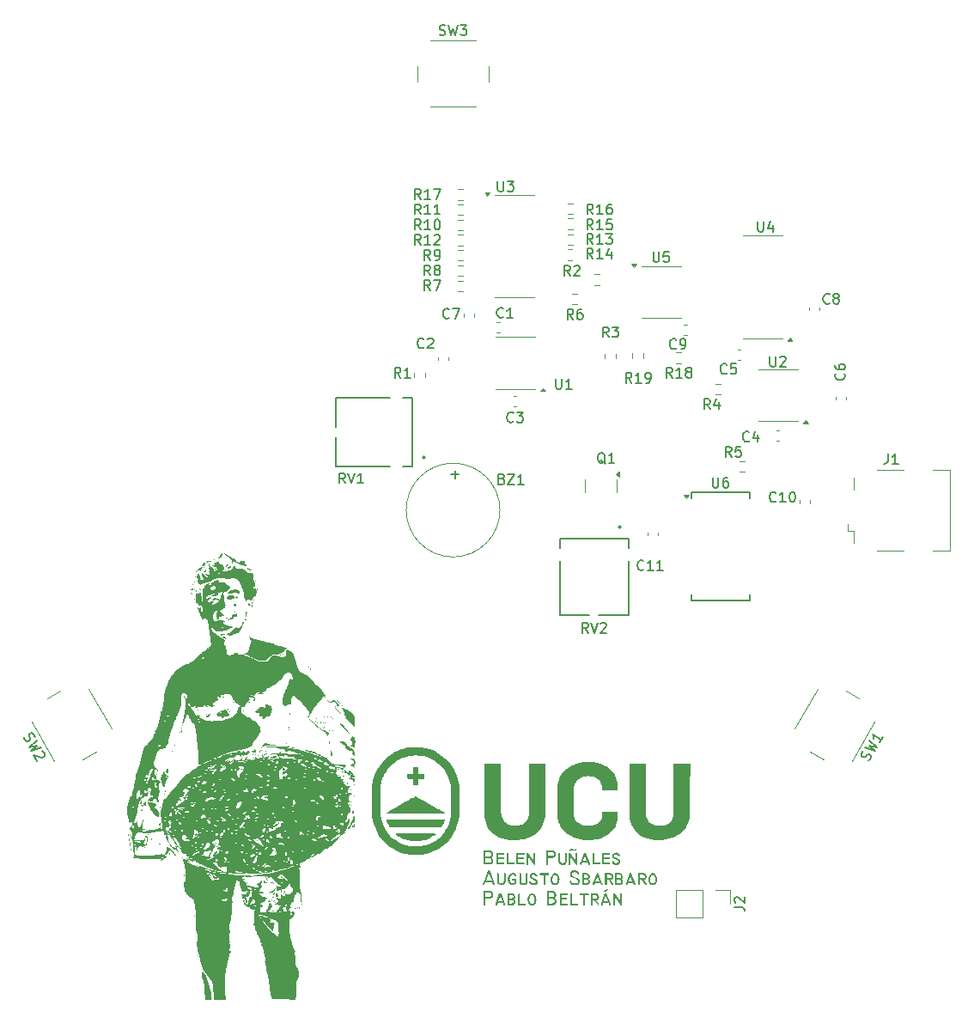
<source format=gbr>
%TF.GenerationSoftware,KiCad,Pcbnew,9.0.1*%
%TF.CreationDate,2025-05-12T19:59:27-03:00*%
%TF.ProjectId,proyecto_desarrollo,70726f79-6563-4746-9f5f-646573617272,rev?*%
%TF.SameCoordinates,Original*%
%TF.FileFunction,Legend,Top*%
%TF.FilePolarity,Positive*%
%FSLAX46Y46*%
G04 Gerber Fmt 4.6, Leading zero omitted, Abs format (unit mm)*
G04 Created by KiCad (PCBNEW 9.0.1) date 2025-05-12 19:59:27*
%MOMM*%
%LPD*%
G01*
G04 APERTURE LIST*
%ADD10C,0.300000*%
%ADD11C,0.150000*%
%ADD12C,0.120000*%
%ADD13C,0.152400*%
%ADD14C,0.000000*%
G04 APERTURE END LIST*
D10*
G36*
X153586959Y-135511211D02*
G01*
X153621560Y-135533867D01*
X153644910Y-135572141D01*
X154138402Y-136842326D01*
X154144905Y-136878688D01*
X154137861Y-136912055D01*
X154116695Y-136938954D01*
X154086626Y-136956765D01*
X154053772Y-136962585D01*
X154016898Y-136956216D01*
X153990197Y-136938303D01*
X153971157Y-136907447D01*
X153887901Y-136692941D01*
X153205273Y-136692941D01*
X153124123Y-136908271D01*
X153105228Y-136938764D01*
X153079165Y-136956365D01*
X153043614Y-136962585D01*
X153008984Y-136956554D01*
X152978585Y-136938405D01*
X152957370Y-136911058D01*
X152950375Y-136878046D01*
X152956878Y-136842326D01*
X153080573Y-136511224D01*
X153272500Y-136511224D01*
X153818383Y-136511224D01*
X153537199Y-135798371D01*
X153272500Y-136511224D01*
X153080573Y-136511224D01*
X153431502Y-135571866D01*
X153454749Y-135533620D01*
X153488758Y-135511112D01*
X153537199Y-135502990D01*
X153586959Y-135511211D01*
G37*
G36*
X155170450Y-136559035D02*
G01*
X155161523Y-136666576D01*
X155136823Y-136752911D01*
X155098230Y-136822274D01*
X155045839Y-136877736D01*
X154977954Y-136920901D01*
X154891288Y-136951710D01*
X154781280Y-136968447D01*
X154700215Y-136967537D01*
X154625860Y-136952381D01*
X154556681Y-136923238D01*
X154491486Y-136879329D01*
X154429671Y-136818061D01*
X154385964Y-136747421D01*
X154359103Y-136665543D01*
X154349703Y-136569568D01*
X154349703Y-135864042D01*
X154355782Y-135822086D01*
X154371793Y-135795110D01*
X154397497Y-135778741D01*
X154436623Y-135772634D01*
X154474673Y-135778672D01*
X154499791Y-135794921D01*
X154515529Y-135821857D01*
X154521528Y-135863950D01*
X154521528Y-136568743D01*
X154530823Y-136636771D01*
X154557474Y-136692491D01*
X154602219Y-136738920D01*
X154652949Y-136768231D01*
X154707768Y-136784093D01*
X154768274Y-136786730D01*
X154855319Y-136772134D01*
X154917012Y-136742329D01*
X154959790Y-136698793D01*
X154986652Y-136639255D01*
X154996519Y-136558210D01*
X154996519Y-135863950D01*
X155002599Y-135822053D01*
X155018618Y-135795102D01*
X155044347Y-135778740D01*
X155083531Y-135772634D01*
X155122657Y-135778741D01*
X155148360Y-135795110D01*
X155164371Y-135822086D01*
X155170450Y-135864042D01*
X155170450Y-136559035D01*
G37*
G36*
X156224297Y-136523955D02*
G01*
X156214812Y-136645673D01*
X156188610Y-136743511D01*
X156147873Y-136822097D01*
X156093047Y-136884916D01*
X156027132Y-136931725D01*
X155956481Y-136959184D01*
X155879091Y-136968447D01*
X155800633Y-136960945D01*
X155728195Y-136938819D01*
X155660295Y-136901759D01*
X155595887Y-136848320D01*
X155534433Y-136776014D01*
X155477055Y-136684184D01*
X155436472Y-136587536D01*
X155411968Y-136484927D01*
X155403641Y-136374937D01*
X155412966Y-136237926D01*
X155439418Y-136119959D01*
X155481466Y-136018033D01*
X155538647Y-135929713D01*
X155609177Y-135856713D01*
X155685188Y-135806679D01*
X155768072Y-135776911D01*
X155860131Y-135766772D01*
X155951648Y-135773936D01*
X156023654Y-135793541D01*
X156080133Y-135823742D01*
X156128439Y-135866538D01*
X156186012Y-135943726D01*
X156199093Y-135972160D01*
X156203231Y-135999596D01*
X156196919Y-136031420D01*
X156178135Y-136057116D01*
X156151100Y-136074203D01*
X156120525Y-136079830D01*
X156080996Y-136070310D01*
X156046794Y-136040355D01*
X156009326Y-135997055D01*
X155982497Y-135974317D01*
X155933778Y-135955730D01*
X155860131Y-135948489D01*
X155800249Y-135955746D01*
X155747609Y-135976957D01*
X155700378Y-136012720D01*
X155657623Y-136065450D01*
X155617260Y-136146886D01*
X155591168Y-136248699D01*
X155581694Y-136375761D01*
X155590572Y-136478772D01*
X155616406Y-136571573D01*
X155658906Y-136656121D01*
X155707217Y-136718491D01*
X155759249Y-136760100D01*
X155815899Y-136784383D01*
X155879091Y-136792592D01*
X155931083Y-136785577D01*
X155971601Y-136765866D01*
X156003466Y-136733303D01*
X156027560Y-136684972D01*
X156040654Y-136620102D01*
X156046244Y-136505362D01*
X155912613Y-136505362D01*
X155873440Y-136499275D01*
X155847740Y-136482977D01*
X155831756Y-136456160D01*
X155825693Y-136414504D01*
X155831756Y-136372848D01*
X155847740Y-136346031D01*
X155873440Y-136329733D01*
X155912613Y-136323646D01*
X156224297Y-136323646D01*
X156224297Y-136523955D01*
G37*
G36*
X157355447Y-136559035D02*
G01*
X157346519Y-136666576D01*
X157321819Y-136752911D01*
X157283227Y-136822274D01*
X157230836Y-136877736D01*
X157162950Y-136920901D01*
X157076285Y-136951710D01*
X156966277Y-136968447D01*
X156885212Y-136967537D01*
X156810857Y-136952381D01*
X156741678Y-136923238D01*
X156676482Y-136879329D01*
X156614668Y-136818061D01*
X156570961Y-136747421D01*
X156544100Y-136665543D01*
X156534699Y-136569568D01*
X156534699Y-135864042D01*
X156540779Y-135822086D01*
X156556790Y-135795110D01*
X156582493Y-135778741D01*
X156621619Y-135772634D01*
X156659670Y-135778672D01*
X156684788Y-135794921D01*
X156700526Y-135821857D01*
X156706524Y-135863950D01*
X156706524Y-136568743D01*
X156715820Y-136636771D01*
X156742471Y-136692491D01*
X156787216Y-136738920D01*
X156837946Y-136768231D01*
X156892765Y-136784093D01*
X156953271Y-136786730D01*
X157040315Y-136772134D01*
X157102009Y-136742329D01*
X157144786Y-136698793D01*
X157171649Y-136639255D01*
X157181516Y-136558210D01*
X157181516Y-135863950D01*
X157187596Y-135822053D01*
X157203615Y-135795102D01*
X157229344Y-135778740D01*
X157268527Y-135772634D01*
X157307653Y-135778741D01*
X157333356Y-135795110D01*
X157349367Y-135822086D01*
X157355447Y-135864042D01*
X157355447Y-136559035D01*
G37*
G36*
X158339959Y-136625072D02*
G01*
X158330966Y-136717497D01*
X158305952Y-136791519D01*
X158266249Y-136851111D01*
X158210945Y-136898795D01*
X158137019Y-136935305D01*
X158039701Y-136959488D01*
X157912870Y-136968447D01*
X157821865Y-136958593D01*
X157740359Y-136929743D01*
X157666047Y-136881416D01*
X157597522Y-136811134D01*
X157534416Y-136714648D01*
X157523517Y-136673340D01*
X157531198Y-136635014D01*
X157554841Y-136600892D01*
X157588372Y-136577031D01*
X157623076Y-136569568D01*
X157648018Y-136574450D01*
X157668106Y-136588944D01*
X157684534Y-136615272D01*
X157727969Y-136693958D01*
X157779586Y-136745831D01*
X157840184Y-136776243D01*
X157912870Y-136786730D01*
X158015329Y-136777928D01*
X158083589Y-136755404D01*
X158127354Y-136722784D01*
X158152904Y-136680220D01*
X158161906Y-136624339D01*
X158154870Y-136593752D01*
X158131242Y-136561009D01*
X158083847Y-136524247D01*
X158001988Y-136482648D01*
X157773147Y-136382975D01*
X157701295Y-136346360D01*
X157627238Y-136286940D01*
X157577419Y-136222370D01*
X157548124Y-136151472D01*
X157538171Y-136071862D01*
X157548510Y-135978556D01*
X157577225Y-135905351D01*
X157623235Y-135847568D01*
X157688682Y-135802731D01*
X157778570Y-135770980D01*
X157900139Y-135755048D01*
X157989893Y-135758989D01*
X158071042Y-135778721D01*
X158145420Y-135813941D01*
X158209713Y-135864028D01*
X158259516Y-135927778D01*
X158295721Y-136007473D01*
X158300026Y-136037424D01*
X158293490Y-136069228D01*
X158273922Y-136094943D01*
X158245685Y-136111903D01*
X158213106Y-136117566D01*
X158175315Y-136110748D01*
X158148476Y-136091574D01*
X158129941Y-136058215D01*
X158112229Y-136022052D01*
X158085319Y-135991430D01*
X158047784Y-135965708D01*
X157982755Y-135942058D01*
X157908749Y-135936765D01*
X157829947Y-135946924D01*
X157777091Y-135966673D01*
X157743042Y-135993623D01*
X157723180Y-136027804D01*
X157716224Y-136071679D01*
X157724493Y-136116609D01*
X157750318Y-136159429D01*
X157798262Y-136201923D01*
X157876234Y-136244419D01*
X158176561Y-136371823D01*
X158251122Y-136425230D01*
X158300872Y-136484296D01*
X158330031Y-136550074D01*
X158339959Y-136625072D01*
G37*
G36*
X159371092Y-135966074D02*
G01*
X159098975Y-135966074D01*
X159098975Y-136873009D01*
X159092532Y-136916589D01*
X159075486Y-136944769D01*
X159047929Y-136961991D01*
X159005735Y-136968447D01*
X158963541Y-136961991D01*
X158935984Y-136944769D01*
X158918938Y-136916589D01*
X158912495Y-136873009D01*
X158912495Y-135966074D01*
X158640378Y-135966074D01*
X158598129Y-135959642D01*
X158570575Y-135942504D01*
X158553561Y-135914508D01*
X158547138Y-135871277D01*
X158553499Y-135829141D01*
X158570411Y-135801729D01*
X158597953Y-135784853D01*
X158640378Y-135778496D01*
X159371092Y-135778496D01*
X159414663Y-135784918D01*
X159442814Y-135801899D01*
X159460000Y-135829323D01*
X159466438Y-135871277D01*
X159459936Y-135914322D01*
X159442647Y-135942330D01*
X159414483Y-135959576D01*
X159371092Y-135966074D01*
G37*
G36*
X160137507Y-135785995D02*
G01*
X160207880Y-135807918D01*
X160272359Y-135844339D01*
X160332081Y-135896555D01*
X160387569Y-135966990D01*
X160435529Y-136053529D01*
X160470342Y-136148635D01*
X160491862Y-136253692D01*
X160499310Y-136370357D01*
X160491713Y-136485492D01*
X160469596Y-136590853D01*
X160433506Y-136687899D01*
X160383356Y-136777846D01*
X160326821Y-136849637D01*
X160266934Y-136902517D01*
X160203219Y-136939131D01*
X160134620Y-136961009D01*
X160059582Y-136968447D01*
X159984649Y-136960948D01*
X159916110Y-136938881D01*
X159852397Y-136901910D01*
X159792451Y-136848441D01*
X159735807Y-136775739D01*
X159685583Y-136685759D01*
X159649500Y-136589027D01*
X159627424Y-136484365D01*
X159619920Y-136371365D01*
X159793693Y-136371365D01*
X159801338Y-136476594D01*
X159823230Y-136568862D01*
X159858448Y-136650259D01*
X159900756Y-136712879D01*
X159947647Y-136754348D01*
X159999897Y-136778517D01*
X160059582Y-136786730D01*
X160119267Y-136778517D01*
X160171516Y-136754348D01*
X160218407Y-136712879D01*
X160260716Y-136650259D01*
X160295933Y-136568862D01*
X160317825Y-136476594D01*
X160325471Y-136371365D01*
X160318116Y-136263040D01*
X160297452Y-136171714D01*
X160264929Y-136094576D01*
X160222746Y-136033394D01*
X160175266Y-135992505D01*
X160121607Y-135968446D01*
X160059582Y-135960212D01*
X160000843Y-135968256D01*
X159948851Y-135992019D01*
X159901643Y-136032897D01*
X159858448Y-136094668D01*
X159823301Y-136174660D01*
X159801377Y-136266145D01*
X159793693Y-136371365D01*
X159619920Y-136371365D01*
X159619853Y-136370357D01*
X159627705Y-136256452D01*
X159650581Y-136152220D01*
X159687982Y-136056147D01*
X159740112Y-135966990D01*
X159797419Y-135895653D01*
X159857301Y-135843292D01*
X159920218Y-135807203D01*
X159987162Y-135785752D01*
X160059582Y-135778496D01*
X160137507Y-135785995D01*
G37*
G36*
X162499751Y-136563706D02*
G01*
X162491446Y-136661706D01*
X162468211Y-136742356D01*
X162431446Y-136809029D01*
X162380975Y-136864150D01*
X162315078Y-136908960D01*
X162230665Y-136943379D01*
X162123528Y-136966018D01*
X161988581Y-136974309D01*
X161890452Y-136965829D01*
X161802185Y-136941169D01*
X161721877Y-136900609D01*
X161648126Y-136843248D01*
X161580145Y-136767062D01*
X161517803Y-136669036D01*
X161508074Y-136646321D01*
X161504797Y-136621225D01*
X161512249Y-136582643D01*
X161535022Y-136548502D01*
X161567668Y-136524535D01*
X161602250Y-136516994D01*
X161627150Y-136521916D01*
X161647242Y-136536562D01*
X161663708Y-136563248D01*
X161712169Y-136649813D01*
X161768029Y-136713027D01*
X161831522Y-136756856D01*
X161904166Y-136783386D01*
X161988581Y-136792592D01*
X162103636Y-136784084D01*
X162186516Y-136761706D01*
X162244950Y-136728771D01*
X162284692Y-136686374D01*
X162308877Y-136633188D01*
X162317485Y-136565721D01*
X162307424Y-136515889D01*
X162275251Y-136466821D01*
X162213796Y-136416307D01*
X162111405Y-136363946D01*
X161726905Y-136201463D01*
X161647733Y-136144770D01*
X161589688Y-136083851D01*
X161549591Y-136018278D01*
X161525615Y-135946870D01*
X161517437Y-135867797D01*
X161527006Y-135772746D01*
X161554070Y-135693874D01*
X161597765Y-135627801D01*
X161659403Y-135572416D01*
X161739209Y-135528604D01*
X161837705Y-135498987D01*
X161959180Y-135485404D01*
X162071042Y-135490794D01*
X162169412Y-135514505D01*
X162256851Y-135555655D01*
X162319294Y-135601792D01*
X162370238Y-135656290D01*
X162410665Y-135719910D01*
X162440858Y-135793975D01*
X162445163Y-135824383D01*
X162438280Y-135858269D01*
X162417960Y-135884650D01*
X162388565Y-135901840D01*
X162354030Y-135907639D01*
X162315124Y-135900464D01*
X162287803Y-135880286D01*
X162269308Y-135844991D01*
X162245180Y-135793214D01*
X162208083Y-135749078D01*
X162156101Y-135711634D01*
X162096937Y-135685150D01*
X162033822Y-135670296D01*
X161965592Y-135667121D01*
X161855163Y-135681243D01*
X161780602Y-135709696D01*
X161732098Y-135749172D01*
X161703486Y-135799979D01*
X161693383Y-135865965D01*
X161703621Y-135925948D01*
X161734752Y-135980426D01*
X161790836Y-136031653D01*
X161872620Y-136077577D01*
X162021188Y-136138540D01*
X162239653Y-136225665D01*
X162343039Y-136281789D01*
X162413537Y-136341970D01*
X162461518Y-136407974D01*
X162490013Y-136481088D01*
X162499751Y-136563706D01*
G37*
G36*
X163190178Y-135778995D02*
G01*
X163262133Y-135796910D01*
X163322984Y-135825267D01*
X163374537Y-135863859D01*
X163417133Y-135912558D01*
X163447622Y-135968396D01*
X163466483Y-136032776D01*
X163473089Y-136107674D01*
X163464896Y-136193226D01*
X163442321Y-136260287D01*
X163406876Y-136312906D01*
X163357959Y-136353688D01*
X163416016Y-136402237D01*
X163456520Y-136459169D01*
X163481268Y-136526077D01*
X163489942Y-136605746D01*
X163481626Y-136700031D01*
X163458728Y-136774505D01*
X163422987Y-136833352D01*
X163374226Y-136879459D01*
X163310390Y-136914088D01*
X163227811Y-136936696D01*
X163121563Y-136945000D01*
X162719661Y-136945000D01*
X162719661Y-136763283D01*
X162899821Y-136763283D01*
X163121654Y-136763283D01*
X163199219Y-136755406D01*
X163252565Y-136734791D01*
X163288344Y-136703738D01*
X163310245Y-136661264D01*
X163318209Y-136603365D01*
X163309887Y-136543313D01*
X163286919Y-136498928D01*
X163249260Y-136466169D01*
X163192989Y-136444075D01*
X163111121Y-136435020D01*
X162899821Y-136435020D01*
X162899821Y-136763283D01*
X162719661Y-136763283D01*
X162719661Y-136253304D01*
X162899821Y-136253304D01*
X163085934Y-136253304D01*
X163189236Y-136248068D01*
X163235868Y-136236909D01*
X163270920Y-136210620D01*
X163293011Y-136169622D01*
X163301356Y-136108040D01*
X163293550Y-136052888D01*
X163271966Y-136012162D01*
X163236412Y-135982135D01*
X163182967Y-135962056D01*
X163104801Y-135954351D01*
X162899821Y-135954351D01*
X162899821Y-136253304D01*
X162719661Y-136253304D01*
X162719661Y-135772634D01*
X163104801Y-135772634D01*
X163190178Y-135778995D01*
G37*
G36*
X164270134Y-135772045D02*
G01*
X164299296Y-135788003D01*
X164326626Y-135816506D01*
X164729993Y-136838113D01*
X164736496Y-136871910D01*
X164729499Y-136905016D01*
X164708286Y-136932452D01*
X164677880Y-136950672D01*
X164643257Y-136956723D01*
X164608912Y-136950874D01*
X164583548Y-136934346D01*
X164564946Y-136905890D01*
X164500558Y-136745697D01*
X163992136Y-136745697D01*
X163931960Y-136904791D01*
X163913195Y-136933786D01*
X163887189Y-136950704D01*
X163851543Y-136956723D01*
X163818676Y-136950943D01*
X163788620Y-136933276D01*
X163767368Y-136906699D01*
X163760410Y-136874841D01*
X163766913Y-136840219D01*
X163868320Y-136569842D01*
X164055242Y-136569842D01*
X164433147Y-136569842D01*
X164242179Y-136077449D01*
X164055242Y-136569842D01*
X163868320Y-136569842D01*
X164151413Y-135815040D01*
X164178591Y-135787300D01*
X164207074Y-135771846D01*
X164237966Y-135766772D01*
X164270134Y-135772045D01*
G37*
G36*
X165569084Y-135788372D02*
G01*
X165646416Y-135816644D01*
X165712857Y-135863034D01*
X165757667Y-135912889D01*
X165789791Y-135970616D01*
X165809719Y-136037770D01*
X165816721Y-136116558D01*
X165808421Y-136205658D01*
X165785072Y-136279228D01*
X165747755Y-136340389D01*
X165695821Y-136391240D01*
X165639811Y-136426261D01*
X165587246Y-136444951D01*
X165553075Y-136448140D01*
X165799411Y-136820069D01*
X165812441Y-136845032D01*
X165816721Y-136871910D01*
X165809774Y-136906019D01*
X165788511Y-136935657D01*
X165758279Y-136956051D01*
X165725680Y-136962585D01*
X165690235Y-136953712D01*
X165660284Y-136925765D01*
X165343928Y-136452606D01*
X165159464Y-136452606D01*
X165159464Y-136871910D01*
X165153406Y-136913465D01*
X165137431Y-136940230D01*
X165111732Y-136956504D01*
X165072544Y-136962585D01*
X165033371Y-136956498D01*
X165007671Y-136940200D01*
X164991687Y-136913382D01*
X164985624Y-136871727D01*
X164985624Y-136270889D01*
X165159464Y-136270889D01*
X165536636Y-136270889D01*
X165565818Y-136263732D01*
X165599651Y-136238832D01*
X165622960Y-136206787D01*
X165637607Y-136166482D01*
X165642882Y-136115551D01*
X165637091Y-136068045D01*
X165620862Y-136030515D01*
X165594430Y-136000604D01*
X165541626Y-135970509D01*
X165477834Y-135960212D01*
X165159464Y-135960212D01*
X165159464Y-136270889D01*
X164985624Y-136270889D01*
X164985624Y-135778496D01*
X165477834Y-135778496D01*
X165569084Y-135788372D01*
G37*
G36*
X166450820Y-135778995D02*
G01*
X166522775Y-135796910D01*
X166583626Y-135825267D01*
X166635179Y-135863859D01*
X166677775Y-135912558D01*
X166708264Y-135968396D01*
X166727125Y-136032776D01*
X166733731Y-136107674D01*
X166725538Y-136193226D01*
X166702963Y-136260287D01*
X166667518Y-136312906D01*
X166618601Y-136353688D01*
X166676658Y-136402237D01*
X166717162Y-136459169D01*
X166741910Y-136526077D01*
X166750584Y-136605746D01*
X166742268Y-136700031D01*
X166719370Y-136774505D01*
X166683629Y-136833352D01*
X166634868Y-136879459D01*
X166571032Y-136914088D01*
X166488453Y-136936696D01*
X166382205Y-136945000D01*
X165980303Y-136945000D01*
X165980303Y-136763283D01*
X166160463Y-136763283D01*
X166382296Y-136763283D01*
X166459861Y-136755406D01*
X166513207Y-136734791D01*
X166548986Y-136703738D01*
X166570887Y-136661264D01*
X166578851Y-136603365D01*
X166570529Y-136543313D01*
X166547561Y-136498928D01*
X166509902Y-136466169D01*
X166453631Y-136444075D01*
X166371763Y-136435020D01*
X166160463Y-136435020D01*
X166160463Y-136763283D01*
X165980303Y-136763283D01*
X165980303Y-136253304D01*
X166160463Y-136253304D01*
X166346576Y-136253304D01*
X166449878Y-136248068D01*
X166496510Y-136236909D01*
X166531562Y-136210620D01*
X166553653Y-136169622D01*
X166561998Y-136108040D01*
X166554192Y-136052888D01*
X166532608Y-136012162D01*
X166497054Y-135982135D01*
X166443609Y-135962056D01*
X166365443Y-135954351D01*
X166160463Y-135954351D01*
X166160463Y-136253304D01*
X165980303Y-136253304D01*
X165980303Y-135772634D01*
X166365443Y-135772634D01*
X166450820Y-135778995D01*
G37*
G36*
X167530776Y-135772045D02*
G01*
X167559938Y-135788003D01*
X167587268Y-135816506D01*
X167990635Y-136838113D01*
X167997138Y-136871910D01*
X167990141Y-136905016D01*
X167968928Y-136932452D01*
X167938522Y-136950672D01*
X167903899Y-136956723D01*
X167869554Y-136950874D01*
X167844190Y-136934346D01*
X167825588Y-136905890D01*
X167761200Y-136745697D01*
X167252778Y-136745697D01*
X167192602Y-136904791D01*
X167173837Y-136933786D01*
X167147831Y-136950704D01*
X167112185Y-136956723D01*
X167079318Y-136950943D01*
X167049262Y-136933276D01*
X167028010Y-136906699D01*
X167021052Y-136874841D01*
X167027555Y-136840219D01*
X167128962Y-136569842D01*
X167315884Y-136569842D01*
X167693789Y-136569842D01*
X167502821Y-136077449D01*
X167315884Y-136569842D01*
X167128962Y-136569842D01*
X167412055Y-135815040D01*
X167439233Y-135787300D01*
X167467716Y-135771846D01*
X167498608Y-135766772D01*
X167530776Y-135772045D01*
G37*
G36*
X168829726Y-135788372D02*
G01*
X168907058Y-135816644D01*
X168973499Y-135863034D01*
X169018309Y-135912889D01*
X169050433Y-135970616D01*
X169070361Y-136037770D01*
X169077363Y-136116558D01*
X169069063Y-136205658D01*
X169045714Y-136279228D01*
X169008397Y-136340389D01*
X168956463Y-136391240D01*
X168900453Y-136426261D01*
X168847888Y-136444951D01*
X168813717Y-136448140D01*
X169060053Y-136820069D01*
X169073083Y-136845032D01*
X169077363Y-136871910D01*
X169070416Y-136906019D01*
X169049153Y-136935657D01*
X169018921Y-136956051D01*
X168986322Y-136962585D01*
X168950877Y-136953712D01*
X168920926Y-136925765D01*
X168604570Y-136452606D01*
X168420106Y-136452606D01*
X168420106Y-136871910D01*
X168414048Y-136913465D01*
X168398073Y-136940230D01*
X168372374Y-136956504D01*
X168333186Y-136962585D01*
X168294013Y-136956498D01*
X168268313Y-136940200D01*
X168252329Y-136913382D01*
X168246266Y-136871727D01*
X168246266Y-136270889D01*
X168420106Y-136270889D01*
X168797278Y-136270889D01*
X168826460Y-136263732D01*
X168860293Y-136238832D01*
X168883602Y-136206787D01*
X168898249Y-136166482D01*
X168903524Y-136115551D01*
X168897733Y-136068045D01*
X168881504Y-136030515D01*
X168855072Y-136000604D01*
X168802268Y-135970509D01*
X168738476Y-135960212D01*
X168420106Y-135960212D01*
X168420106Y-136270889D01*
X168246266Y-136270889D01*
X168246266Y-135778496D01*
X168738476Y-135778496D01*
X168829726Y-135788372D01*
G37*
G36*
X169767026Y-135785995D02*
G01*
X169837399Y-135807918D01*
X169901878Y-135844339D01*
X169961600Y-135896555D01*
X170017088Y-135966990D01*
X170065047Y-136053529D01*
X170099861Y-136148635D01*
X170121381Y-136253692D01*
X170128829Y-136370357D01*
X170121232Y-136485492D01*
X170099115Y-136590853D01*
X170063025Y-136687899D01*
X170012875Y-136777846D01*
X169956340Y-136849637D01*
X169896452Y-136902517D01*
X169832738Y-136939131D01*
X169764139Y-136961009D01*
X169689100Y-136968447D01*
X169614167Y-136960948D01*
X169545628Y-136938881D01*
X169481915Y-136901910D01*
X169421969Y-136848441D01*
X169365326Y-136775739D01*
X169315101Y-136685759D01*
X169279018Y-136589027D01*
X169256943Y-136484365D01*
X169249438Y-136371365D01*
X169423211Y-136371365D01*
X169430857Y-136476594D01*
X169452749Y-136568862D01*
X169487966Y-136650259D01*
X169530275Y-136712879D01*
X169577166Y-136754348D01*
X169629415Y-136778517D01*
X169689100Y-136786730D01*
X169748785Y-136778517D01*
X169801035Y-136754348D01*
X169847925Y-136712879D01*
X169890234Y-136650259D01*
X169925452Y-136568862D01*
X169947344Y-136476594D01*
X169954989Y-136371365D01*
X169947635Y-136263040D01*
X169926971Y-136171714D01*
X169894447Y-136094576D01*
X169852265Y-136033394D01*
X169804785Y-135992505D01*
X169751126Y-135968446D01*
X169689100Y-135960212D01*
X169630361Y-135968256D01*
X169578369Y-135992019D01*
X169531162Y-136032897D01*
X169487966Y-136094668D01*
X169452819Y-136174660D01*
X169430895Y-136266145D01*
X169423211Y-136371365D01*
X169249438Y-136371365D01*
X169249371Y-136370357D01*
X169257223Y-136256452D01*
X169280100Y-136152220D01*
X169317501Y-136056147D01*
X169369631Y-135966990D01*
X169426938Y-135895653D01*
X169486820Y-135843292D01*
X169549736Y-135807203D01*
X169616681Y-135785752D01*
X169689100Y-135778496D01*
X169767026Y-135785995D01*
G37*
G36*
X153659078Y-137522525D02*
G01*
X153736106Y-137544271D01*
X153798974Y-137578441D01*
X153850165Y-137624989D01*
X153886619Y-137676793D01*
X153913654Y-137738546D01*
X153930857Y-137812184D01*
X153936994Y-137900129D01*
X153926385Y-138008369D01*
X153896637Y-138096641D01*
X153849066Y-138169132D01*
X153801793Y-138212650D01*
X153745529Y-138244136D01*
X153678456Y-138263881D01*
X153598015Y-138270889D01*
X153191442Y-138270889D01*
X153191442Y-138869528D01*
X153185314Y-138912386D01*
X153169223Y-138939839D01*
X153143511Y-138956419D01*
X153104522Y-138962585D01*
X153064408Y-138956347D01*
X153038084Y-138939643D01*
X153021709Y-138912150D01*
X153015496Y-138869437D01*
X153015496Y-138089173D01*
X153191442Y-138089173D01*
X153598015Y-138089173D01*
X153657839Y-138081314D01*
X153701272Y-138059881D01*
X153732602Y-138025324D01*
X153753156Y-137974470D01*
X153760956Y-137901228D01*
X153751979Y-137823047D01*
X153728045Y-137767915D01*
X153690845Y-137729651D01*
X153638159Y-137705426D01*
X153564401Y-137696430D01*
X153191442Y-137696430D01*
X153191442Y-138089173D01*
X153015496Y-138089173D01*
X153015496Y-137514713D01*
X153564493Y-137514713D01*
X153659078Y-137522525D01*
G37*
G36*
X154686045Y-137772045D02*
G01*
X154715206Y-137788003D01*
X154742537Y-137816506D01*
X155145904Y-138838113D01*
X155152407Y-138871910D01*
X155145410Y-138905016D01*
X155124197Y-138932452D01*
X155093790Y-138950672D01*
X155059167Y-138956723D01*
X155024823Y-138950874D01*
X154999459Y-138934346D01*
X154980857Y-138905890D01*
X154916468Y-138745697D01*
X154408046Y-138745697D01*
X154347871Y-138904791D01*
X154329106Y-138933786D01*
X154303099Y-138950704D01*
X154267454Y-138956723D01*
X154234587Y-138950943D01*
X154204531Y-138933276D01*
X154183278Y-138906699D01*
X154176321Y-138874841D01*
X154182824Y-138840219D01*
X154284230Y-138569842D01*
X154471153Y-138569842D01*
X154849057Y-138569842D01*
X154658090Y-138077449D01*
X154471153Y-138569842D01*
X154284230Y-138569842D01*
X154567323Y-137815040D01*
X154594502Y-137787300D01*
X154622984Y-137771846D01*
X154653877Y-137766772D01*
X154686045Y-137772045D01*
G37*
G36*
X155832118Y-137778995D02*
G01*
X155904073Y-137796910D01*
X155964924Y-137825267D01*
X156016477Y-137863859D01*
X156059073Y-137912558D01*
X156089562Y-137968396D01*
X156108423Y-138032776D01*
X156115029Y-138107674D01*
X156106836Y-138193226D01*
X156084261Y-138260287D01*
X156048816Y-138312906D01*
X155999899Y-138353688D01*
X156057956Y-138402237D01*
X156098460Y-138459169D01*
X156123208Y-138526077D01*
X156131882Y-138605746D01*
X156123566Y-138700031D01*
X156100668Y-138774505D01*
X156064927Y-138833352D01*
X156016166Y-138879459D01*
X155952330Y-138914088D01*
X155869751Y-138936696D01*
X155763503Y-138945000D01*
X155361601Y-138945000D01*
X155361601Y-138763283D01*
X155541761Y-138763283D01*
X155763594Y-138763283D01*
X155841159Y-138755406D01*
X155894505Y-138734791D01*
X155930284Y-138703738D01*
X155952185Y-138661264D01*
X155960149Y-138603365D01*
X155951827Y-138543313D01*
X155928859Y-138498928D01*
X155891200Y-138466169D01*
X155834929Y-138444075D01*
X155753061Y-138435020D01*
X155541761Y-138435020D01*
X155541761Y-138763283D01*
X155361601Y-138763283D01*
X155361601Y-138253304D01*
X155541761Y-138253304D01*
X155727874Y-138253304D01*
X155831176Y-138248068D01*
X155877808Y-138236909D01*
X155912860Y-138210620D01*
X155934951Y-138169622D01*
X155943296Y-138108040D01*
X155935490Y-138052888D01*
X155913906Y-138012162D01*
X155878352Y-137982135D01*
X155824907Y-137962056D01*
X155746741Y-137954351D01*
X155541761Y-137954351D01*
X155541761Y-138253304D01*
X155361601Y-138253304D01*
X155361601Y-137772634D01*
X155746741Y-137772634D01*
X155832118Y-137778995D01*
G37*
G36*
X157106686Y-138945000D02*
G01*
X156417096Y-138945000D01*
X156417096Y-137869446D01*
X156423162Y-137827740D01*
X156439151Y-137800896D01*
X156464852Y-137784586D01*
X156504016Y-137778496D01*
X156542063Y-137784511D01*
X156567152Y-137800685D01*
X156582851Y-137827462D01*
X156588830Y-137869262D01*
X156588830Y-138763283D01*
X157106686Y-138763283D01*
X157147091Y-138769397D01*
X157173396Y-138785662D01*
X157189603Y-138812175D01*
X157195712Y-138853042D01*
X157189535Y-138895106D01*
X157173218Y-138922254D01*
X157146901Y-138938805D01*
X157106686Y-138945000D01*
G37*
G36*
X157855790Y-137785995D02*
G01*
X157926164Y-137807918D01*
X157990642Y-137844339D01*
X158050365Y-137896555D01*
X158105853Y-137966990D01*
X158153812Y-138053529D01*
X158188625Y-138148635D01*
X158210146Y-138253692D01*
X158217594Y-138370357D01*
X158209997Y-138485492D01*
X158187880Y-138590853D01*
X158151789Y-138687899D01*
X158101639Y-138777846D01*
X158045104Y-138849637D01*
X157985217Y-138902517D01*
X157921503Y-138939131D01*
X157852904Y-138961009D01*
X157777865Y-138968447D01*
X157702932Y-138960948D01*
X157634393Y-138938881D01*
X157570680Y-138901910D01*
X157510734Y-138848441D01*
X157454091Y-138775739D01*
X157403866Y-138685759D01*
X157367783Y-138589027D01*
X157345708Y-138484365D01*
X157338203Y-138371365D01*
X157511976Y-138371365D01*
X157519621Y-138476594D01*
X157541513Y-138568862D01*
X157576731Y-138650259D01*
X157619040Y-138712879D01*
X157665931Y-138754348D01*
X157718180Y-138778517D01*
X157777865Y-138786730D01*
X157837550Y-138778517D01*
X157889799Y-138754348D01*
X157936690Y-138712879D01*
X157978999Y-138650259D01*
X158014217Y-138568862D01*
X158036109Y-138476594D01*
X158043754Y-138371365D01*
X158036399Y-138263040D01*
X158015736Y-138171714D01*
X157983212Y-138094576D01*
X157941030Y-138033394D01*
X157893549Y-137992505D01*
X157839891Y-137968446D01*
X157777865Y-137960212D01*
X157719126Y-137968256D01*
X157667134Y-137992019D01*
X157619927Y-138032897D01*
X157576731Y-138094668D01*
X157541584Y-138174660D01*
X157519660Y-138266145D01*
X157511976Y-138371365D01*
X157338203Y-138371365D01*
X157338136Y-138370357D01*
X157345988Y-138256452D01*
X157368864Y-138152220D01*
X157406266Y-138056147D01*
X157458395Y-137966990D01*
X157515703Y-137895653D01*
X157575584Y-137843292D01*
X157638501Y-137807203D01*
X157705446Y-137785752D01*
X157777865Y-137778496D01*
X157855790Y-137785995D01*
G37*
G36*
X159822756Y-137522387D02*
G01*
X159911764Y-137544011D01*
X159987199Y-137578224D01*
X160051247Y-137624714D01*
X160101494Y-137682381D01*
X160137517Y-137748687D01*
X160159834Y-137825331D01*
X160167659Y-137914692D01*
X160158701Y-138001343D01*
X160132427Y-138079705D01*
X160088477Y-138151755D01*
X160024869Y-138218774D01*
X160081834Y-138259748D01*
X160125969Y-138310607D01*
X160158444Y-138372700D01*
X160179112Y-138448380D01*
X160186527Y-138540808D01*
X160176493Y-138652476D01*
X160148813Y-138740909D01*
X160105475Y-138811028D01*
X160046120Y-138866185D01*
X159968111Y-138907764D01*
X159866859Y-138934985D01*
X159736265Y-138945000D01*
X159252481Y-138945000D01*
X159252481Y-138763283D01*
X159428428Y-138763283D01*
X159736265Y-138763283D01*
X159829017Y-138755483D01*
X159897124Y-138734702D01*
X159946445Y-138703426D01*
X159981061Y-138661961D01*
X160002731Y-138608382D01*
X160010580Y-138538885D01*
X160002434Y-138466786D01*
X159979944Y-138411198D01*
X159944015Y-138368174D01*
X159892819Y-138335720D01*
X159822116Y-138314155D01*
X159725824Y-138306060D01*
X159428428Y-138306060D01*
X159428428Y-138763283D01*
X159252481Y-138763283D01*
X159252481Y-138124344D01*
X159428428Y-138124344D01*
X159738463Y-138124344D01*
X159823699Y-138117055D01*
X159886449Y-138097602D01*
X159932054Y-138068234D01*
X159964192Y-138029146D01*
X159984383Y-137978445D01*
X159991713Y-137912493D01*
X159983057Y-137846896D01*
X159958579Y-137794665D01*
X159918073Y-137752575D01*
X159866171Y-137722668D01*
X159800480Y-137703427D01*
X159717397Y-137696430D01*
X159428428Y-137696430D01*
X159428428Y-138124344D01*
X159252481Y-138124344D01*
X159252481Y-137514713D01*
X159717397Y-137514713D01*
X159822756Y-137522387D01*
G37*
G36*
X161195311Y-138945000D02*
G01*
X160505722Y-138945000D01*
X160505722Y-137778496D01*
X161195311Y-137778496D01*
X161235621Y-137784650D01*
X161261932Y-137801059D01*
X161278194Y-137827889D01*
X161284337Y-137869354D01*
X161278194Y-137910819D01*
X161261932Y-137937649D01*
X161235621Y-137954058D01*
X161195311Y-137960212D01*
X160677455Y-137960212D01*
X160677455Y-138212271D01*
X161163804Y-138212271D01*
X161203070Y-138218318D01*
X161228764Y-138234475D01*
X161244694Y-138260974D01*
X161250724Y-138302030D01*
X161244628Y-138344286D01*
X161228590Y-138371421D01*
X161202884Y-138387861D01*
X161163804Y-138393988D01*
X160677455Y-138393988D01*
X160677455Y-138763283D01*
X161195311Y-138763283D01*
X161235717Y-138769397D01*
X161262021Y-138785662D01*
X161278228Y-138812175D01*
X161284337Y-138853042D01*
X161278161Y-138895106D01*
X161261844Y-138922254D01*
X161235527Y-138938805D01*
X161195311Y-138945000D01*
G37*
G36*
X162229924Y-138945000D02*
G01*
X161540334Y-138945000D01*
X161540334Y-137869446D01*
X161546400Y-137827740D01*
X161562389Y-137800896D01*
X161588089Y-137784586D01*
X161627254Y-137778496D01*
X161665301Y-137784511D01*
X161690390Y-137800685D01*
X161706089Y-137827462D01*
X161712068Y-137869262D01*
X161712068Y-138763283D01*
X162229924Y-138763283D01*
X162270329Y-138769397D01*
X162296634Y-138785662D01*
X162312841Y-138812175D01*
X162318950Y-138853042D01*
X162312773Y-138895106D01*
X162296456Y-138922254D01*
X162270139Y-138938805D01*
X162229924Y-138945000D01*
G37*
G36*
X163285327Y-137966074D02*
G01*
X163013210Y-137966074D01*
X163013210Y-138873009D01*
X163006768Y-138916589D01*
X162989722Y-138944769D01*
X162962164Y-138961991D01*
X162919971Y-138968447D01*
X162877777Y-138961991D01*
X162850220Y-138944769D01*
X162833174Y-138916589D01*
X162826731Y-138873009D01*
X162826731Y-137966074D01*
X162554614Y-137966074D01*
X162512365Y-137959642D01*
X162484811Y-137942504D01*
X162467797Y-137914508D01*
X162461374Y-137871277D01*
X162467735Y-137829141D01*
X162484647Y-137801729D01*
X162512189Y-137784853D01*
X162554614Y-137778496D01*
X163285327Y-137778496D01*
X163328898Y-137784918D01*
X163357050Y-137801899D01*
X163374236Y-137829323D01*
X163380674Y-137871277D01*
X163374172Y-137914322D01*
X163356882Y-137942330D01*
X163328719Y-137959576D01*
X163285327Y-137966074D01*
G37*
G36*
X164149056Y-137788372D02*
G01*
X164226388Y-137816644D01*
X164292829Y-137863034D01*
X164337639Y-137912889D01*
X164369763Y-137970616D01*
X164389691Y-138037770D01*
X164396693Y-138116558D01*
X164388393Y-138205658D01*
X164365044Y-138279228D01*
X164327727Y-138340389D01*
X164275793Y-138391240D01*
X164219783Y-138426261D01*
X164167218Y-138444951D01*
X164133047Y-138448140D01*
X164379383Y-138820069D01*
X164392413Y-138845032D01*
X164396693Y-138871910D01*
X164389746Y-138906019D01*
X164368483Y-138935657D01*
X164338251Y-138956051D01*
X164305652Y-138962585D01*
X164270207Y-138953712D01*
X164240256Y-138925765D01*
X163923900Y-138452606D01*
X163739436Y-138452606D01*
X163739436Y-138871910D01*
X163733378Y-138913465D01*
X163717403Y-138940230D01*
X163691704Y-138956504D01*
X163652516Y-138962585D01*
X163613343Y-138956498D01*
X163587643Y-138940200D01*
X163571659Y-138913382D01*
X163565596Y-138871727D01*
X163565596Y-138270889D01*
X163739436Y-138270889D01*
X164116608Y-138270889D01*
X164145790Y-138263732D01*
X164179623Y-138238832D01*
X164202932Y-138206787D01*
X164217579Y-138166482D01*
X164222854Y-138115551D01*
X164217063Y-138068045D01*
X164200834Y-138030515D01*
X164174402Y-138000604D01*
X164121598Y-137970509D01*
X164057807Y-137960212D01*
X163739436Y-137960212D01*
X163739436Y-138270889D01*
X163565596Y-138270889D01*
X163565596Y-137778496D01*
X164057807Y-137778496D01*
X164149056Y-137788372D01*
G37*
G36*
X165095186Y-137772045D02*
G01*
X165124348Y-137788003D01*
X165151679Y-137816506D01*
X165555046Y-138838113D01*
X165561549Y-138871910D01*
X165554551Y-138905016D01*
X165533339Y-138932452D01*
X165502932Y-138950672D01*
X165468309Y-138956723D01*
X165433964Y-138950874D01*
X165408601Y-138934346D01*
X165389999Y-138905890D01*
X165325610Y-138745697D01*
X164817188Y-138745697D01*
X164757013Y-138904791D01*
X164738247Y-138933786D01*
X164712241Y-138950704D01*
X164676596Y-138956723D01*
X164643729Y-138950943D01*
X164613673Y-138933276D01*
X164592420Y-138906699D01*
X164585463Y-138874841D01*
X164591966Y-138840219D01*
X164693372Y-138569842D01*
X164880294Y-138569842D01*
X165258199Y-138569842D01*
X165067232Y-138077449D01*
X164880294Y-138569842D01*
X164693372Y-138569842D01*
X164976465Y-137815040D01*
X165003643Y-137787300D01*
X165032126Y-137771846D01*
X165063019Y-137766772D01*
X165095186Y-137772045D01*
G37*
G36*
X165246286Y-137334393D02*
G01*
X165274136Y-137356994D01*
X165292931Y-137388658D01*
X165299049Y-137422939D01*
X165294338Y-137450420D01*
X165280858Y-137471411D01*
X165257466Y-137487511D01*
X165005591Y-137615189D01*
X164972710Y-137624073D01*
X164940816Y-137616683D01*
X164913817Y-137593756D01*
X164895793Y-137561845D01*
X164890003Y-137528727D01*
X164899960Y-137489181D01*
X164929387Y-137463056D01*
X165181354Y-137335103D01*
X165214235Y-137327135D01*
X165246286Y-137334393D01*
G37*
G36*
X166639667Y-138864125D02*
G01*
X166634069Y-138907989D01*
X166619730Y-138935217D01*
X166597697Y-138951013D01*
X166565387Y-138956723D01*
X166533278Y-138951235D01*
X166502773Y-138934268D01*
X166472697Y-138903326D01*
X165950902Y-138139731D01*
X165950902Y-138867056D01*
X165944875Y-138908062D01*
X165928950Y-138934535D01*
X165903256Y-138950679D01*
X165863982Y-138956723D01*
X165824794Y-138950643D01*
X165799095Y-138934368D01*
X165783120Y-138907604D01*
X165777062Y-138866048D01*
X165777062Y-137855341D01*
X165782895Y-137814548D01*
X165798207Y-137788419D01*
X165822672Y-137772640D01*
X165859769Y-137766772D01*
X165891691Y-137772392D01*
X165920776Y-137789561D01*
X165948246Y-137820719D01*
X166465827Y-138583948D01*
X166465827Y-137869354D01*
X166471890Y-137827698D01*
X166487875Y-137800881D01*
X166513575Y-137784583D01*
X166552747Y-137778496D01*
X166591943Y-137784573D01*
X166617642Y-137800836D01*
X166633612Y-137827574D01*
X166639667Y-137869079D01*
X166639667Y-138864125D01*
G37*
G36*
X153585770Y-133522387D02*
G01*
X153674779Y-133544011D01*
X153750214Y-133578224D01*
X153814262Y-133624714D01*
X153864509Y-133682381D01*
X153900531Y-133748687D01*
X153922848Y-133825331D01*
X153930674Y-133914692D01*
X153921716Y-134001343D01*
X153895442Y-134079705D01*
X153851492Y-134151755D01*
X153787883Y-134218774D01*
X153844848Y-134259748D01*
X153888984Y-134310607D01*
X153921458Y-134372700D01*
X153942127Y-134448380D01*
X153949542Y-134540808D01*
X153939508Y-134652476D01*
X153911828Y-134740909D01*
X153868489Y-134811028D01*
X153809135Y-134866185D01*
X153731126Y-134907764D01*
X153629873Y-134934985D01*
X153499280Y-134945000D01*
X153015496Y-134945000D01*
X153015496Y-134763283D01*
X153191442Y-134763283D01*
X153499280Y-134763283D01*
X153592031Y-134755483D01*
X153660139Y-134734702D01*
X153709460Y-134703426D01*
X153744075Y-134661961D01*
X153765746Y-134608382D01*
X153773595Y-134538885D01*
X153765449Y-134466786D01*
X153742958Y-134411198D01*
X153707030Y-134368174D01*
X153655833Y-134335720D01*
X153585130Y-134314155D01*
X153488838Y-134306060D01*
X153191442Y-134306060D01*
X153191442Y-134763283D01*
X153015496Y-134763283D01*
X153015496Y-134124344D01*
X153191442Y-134124344D01*
X153501478Y-134124344D01*
X153586714Y-134117055D01*
X153649464Y-134097602D01*
X153695068Y-134068234D01*
X153727206Y-134029146D01*
X153747397Y-133978445D01*
X153754727Y-133912493D01*
X153746072Y-133846896D01*
X153721594Y-133794665D01*
X153681088Y-133752575D01*
X153629186Y-133722668D01*
X153563495Y-133703427D01*
X153480412Y-133696430D01*
X153191442Y-133696430D01*
X153191442Y-134124344D01*
X153015496Y-134124344D01*
X153015496Y-133514713D01*
X153480412Y-133514713D01*
X153585770Y-133522387D01*
G37*
G36*
X154958326Y-134945000D02*
G01*
X154268736Y-134945000D01*
X154268736Y-133778496D01*
X154958326Y-133778496D01*
X154998636Y-133784650D01*
X155024946Y-133801059D01*
X155041209Y-133827889D01*
X155047352Y-133869354D01*
X155041209Y-133910819D01*
X155024946Y-133937649D01*
X154998636Y-133954058D01*
X154958326Y-133960212D01*
X154440470Y-133960212D01*
X154440470Y-134212271D01*
X154926818Y-134212271D01*
X154966084Y-134218318D01*
X154991778Y-134234475D01*
X155007708Y-134260974D01*
X155013738Y-134302030D01*
X155007642Y-134344286D01*
X154991604Y-134371421D01*
X154965898Y-134387861D01*
X154926818Y-134393988D01*
X154440470Y-134393988D01*
X154440470Y-134763283D01*
X154958326Y-134763283D01*
X154998731Y-134769397D01*
X155025036Y-134785662D01*
X155041243Y-134812175D01*
X155047352Y-134853042D01*
X155041175Y-134895106D01*
X155024858Y-134922254D01*
X154998541Y-134938805D01*
X154958326Y-134945000D01*
G37*
G36*
X155992938Y-134945000D02*
G01*
X155303349Y-134945000D01*
X155303349Y-133869446D01*
X155309415Y-133827740D01*
X155325404Y-133800896D01*
X155351104Y-133784586D01*
X155390269Y-133778496D01*
X155428316Y-133784511D01*
X155453404Y-133800685D01*
X155469103Y-133827462D01*
X155475082Y-133869262D01*
X155475082Y-134763283D01*
X155992938Y-134763283D01*
X156033344Y-134769397D01*
X156059648Y-134785662D01*
X156075855Y-134812175D01*
X156081965Y-134853042D01*
X156075788Y-134895106D01*
X156059471Y-134922254D01*
X156033154Y-134938805D01*
X155992938Y-134945000D01*
G37*
G36*
X156945485Y-134945000D02*
G01*
X156255896Y-134945000D01*
X156255896Y-133778496D01*
X156945485Y-133778496D01*
X156985796Y-133784650D01*
X157012106Y-133801059D01*
X157028369Y-133827889D01*
X157034512Y-133869354D01*
X157028369Y-133910819D01*
X157012106Y-133937649D01*
X156985796Y-133954058D01*
X156945485Y-133960212D01*
X156427629Y-133960212D01*
X156427629Y-134212271D01*
X156913978Y-134212271D01*
X156953244Y-134218318D01*
X156978938Y-134234475D01*
X156994868Y-134260974D01*
X157000898Y-134302030D01*
X156994802Y-134344286D01*
X156978764Y-134371421D01*
X156953058Y-134387861D01*
X156913978Y-134393988D01*
X156427629Y-134393988D01*
X156427629Y-134763283D01*
X156945485Y-134763283D01*
X156985891Y-134769397D01*
X157012195Y-134785662D01*
X157028402Y-134812175D01*
X157034512Y-134853042D01*
X157028335Y-134895106D01*
X157012018Y-134922254D01*
X156985701Y-134938805D01*
X156945485Y-134945000D01*
G37*
G36*
X158119500Y-134864125D02*
G01*
X158113901Y-134907989D01*
X158099563Y-134935217D01*
X158077529Y-134951013D01*
X158045219Y-134956723D01*
X158013110Y-134951235D01*
X157982605Y-134934268D01*
X157952529Y-134903326D01*
X157430735Y-134139731D01*
X157430735Y-134867056D01*
X157424708Y-134908062D01*
X157408782Y-134934535D01*
X157383089Y-134950679D01*
X157343815Y-134956723D01*
X157304627Y-134950643D01*
X157278928Y-134934368D01*
X157262953Y-134907604D01*
X157256895Y-134866048D01*
X157256895Y-133855341D01*
X157262727Y-133814548D01*
X157278039Y-133788419D01*
X157302505Y-133772640D01*
X157339602Y-133766772D01*
X157371524Y-133772392D01*
X157400608Y-133789561D01*
X157428079Y-133820719D01*
X157945660Y-134583948D01*
X157945660Y-133869354D01*
X157951723Y-133827698D01*
X157967707Y-133800881D01*
X157993407Y-133784583D01*
X158032580Y-133778496D01*
X158071776Y-133784573D01*
X158097474Y-133800836D01*
X158113445Y-133827574D01*
X158119500Y-133869079D01*
X158119500Y-134864125D01*
G37*
G36*
X159846238Y-133522525D02*
G01*
X159923266Y-133544271D01*
X159986134Y-133578441D01*
X160037325Y-133624989D01*
X160073779Y-133676793D01*
X160100814Y-133738546D01*
X160118017Y-133812184D01*
X160124153Y-133900129D01*
X160113545Y-134008369D01*
X160083797Y-134096641D01*
X160036226Y-134169132D01*
X159988953Y-134212650D01*
X159932689Y-134244136D01*
X159865616Y-134263881D01*
X159785175Y-134270889D01*
X159378602Y-134270889D01*
X159378602Y-134869528D01*
X159372474Y-134912386D01*
X159356383Y-134939839D01*
X159330671Y-134956419D01*
X159291682Y-134962585D01*
X159251568Y-134956347D01*
X159225244Y-134939643D01*
X159208868Y-134912150D01*
X159202656Y-134869437D01*
X159202656Y-134089173D01*
X159378602Y-134089173D01*
X159785175Y-134089173D01*
X159844999Y-134081314D01*
X159888432Y-134059881D01*
X159919762Y-134025324D01*
X159940316Y-133974470D01*
X159948115Y-133901228D01*
X159939139Y-133823047D01*
X159915204Y-133767915D01*
X159878004Y-133729651D01*
X159825319Y-133705426D01*
X159751561Y-133696430D01*
X159378602Y-133696430D01*
X159378602Y-134089173D01*
X159202656Y-134089173D01*
X159202656Y-133514713D01*
X159751653Y-133514713D01*
X159846238Y-133522525D01*
G37*
G36*
X161205203Y-134559035D02*
G01*
X161196275Y-134666576D01*
X161171575Y-134752911D01*
X161132983Y-134822274D01*
X161080592Y-134877736D01*
X161012706Y-134920901D01*
X160926041Y-134951710D01*
X160816032Y-134968447D01*
X160734968Y-134967537D01*
X160660613Y-134952381D01*
X160591433Y-134923238D01*
X160526238Y-134879329D01*
X160464423Y-134818061D01*
X160420717Y-134747421D01*
X160393856Y-134665543D01*
X160384455Y-134569568D01*
X160384455Y-133864042D01*
X160390535Y-133822086D01*
X160406546Y-133795110D01*
X160432249Y-133778741D01*
X160471375Y-133772634D01*
X160509426Y-133778672D01*
X160534544Y-133794921D01*
X160550281Y-133821857D01*
X160556280Y-133863950D01*
X160556280Y-134568743D01*
X160565576Y-134636771D01*
X160592226Y-134692491D01*
X160636972Y-134738920D01*
X160687701Y-134768231D01*
X160742521Y-134784093D01*
X160803026Y-134786730D01*
X160890071Y-134772134D01*
X160951764Y-134742329D01*
X160994542Y-134698793D01*
X161021404Y-134639255D01*
X161031271Y-134558210D01*
X161031271Y-133863950D01*
X161037352Y-133822053D01*
X161053370Y-133795102D01*
X161079099Y-133778740D01*
X161118283Y-133772634D01*
X161157409Y-133778741D01*
X161183112Y-133795110D01*
X161199123Y-133822086D01*
X161205203Y-133864042D01*
X161205203Y-134559035D01*
G37*
G36*
X162172954Y-133429351D02*
G01*
X162168195Y-133451811D01*
X162153170Y-133472856D01*
X162075017Y-133537245D01*
X162012033Y-133569709D01*
X161960005Y-133579193D01*
X161891189Y-133570416D01*
X161808147Y-133541092D01*
X161728633Y-133510511D01*
X161684957Y-133502990D01*
X161658874Y-133508793D01*
X161626929Y-133529170D01*
X161586496Y-133571042D01*
X161565852Y-133590478D01*
X161540060Y-133596779D01*
X161515238Y-133591722D01*
X161491791Y-133575805D01*
X161475305Y-133552612D01*
X161469901Y-133525796D01*
X161474954Y-133499372D01*
X161489685Y-133478993D01*
X161570551Y-133415144D01*
X161634074Y-133383236D01*
X161684957Y-133374030D01*
X161751771Y-133382754D01*
X161833609Y-133412131D01*
X161912792Y-133442482D01*
X161960005Y-133450233D01*
X161984965Y-133444818D01*
X162016241Y-133425686D01*
X162056542Y-133386303D01*
X162080527Y-133368106D01*
X162107008Y-133362306D01*
X162131569Y-133367340D01*
X162153170Y-133382822D01*
X162168124Y-133404987D01*
X162172954Y-133429351D01*
G37*
G36*
X162265278Y-134864125D02*
G01*
X162259679Y-134907989D01*
X162245341Y-134935217D01*
X162223307Y-134951013D01*
X162190997Y-134956723D01*
X162159252Y-134950744D01*
X162128780Y-134931988D01*
X162098307Y-134897006D01*
X161576513Y-134134602D01*
X161576513Y-134866598D01*
X161570472Y-134907853D01*
X161554524Y-134934459D01*
X161528828Y-134950663D01*
X161489593Y-134956723D01*
X161450405Y-134950643D01*
X161424706Y-134934368D01*
X161408731Y-134907604D01*
X161402673Y-134866048D01*
X161402673Y-133855341D01*
X161408505Y-133814548D01*
X161423817Y-133788419D01*
X161448283Y-133772640D01*
X161485380Y-133766772D01*
X161517243Y-133772462D01*
X161546356Y-133789890D01*
X161573948Y-133821635D01*
X162091438Y-134578910D01*
X162091438Y-133868804D01*
X162097484Y-133827449D01*
X162113442Y-133800790D01*
X162139139Y-133784563D01*
X162178358Y-133778496D01*
X162217554Y-133784573D01*
X162243252Y-133800836D01*
X162259223Y-133827574D01*
X162265278Y-133869079D01*
X162265278Y-134864125D01*
G37*
G36*
X163033288Y-133772045D02*
G01*
X163062450Y-133788003D01*
X163089781Y-133816506D01*
X163493148Y-134838113D01*
X163499651Y-134871910D01*
X163492653Y-134905016D01*
X163471441Y-134932452D01*
X163441034Y-134950672D01*
X163406411Y-134956723D01*
X163372066Y-134950874D01*
X163346702Y-134934346D01*
X163328101Y-134905890D01*
X163263712Y-134745697D01*
X162755290Y-134745697D01*
X162695115Y-134904791D01*
X162676349Y-134933786D01*
X162650343Y-134950704D01*
X162614698Y-134956723D01*
X162581831Y-134950943D01*
X162551775Y-134933276D01*
X162530522Y-134906699D01*
X162523565Y-134874841D01*
X162530068Y-134840219D01*
X162631474Y-134569842D01*
X162818396Y-134569842D01*
X163196301Y-134569842D01*
X163005334Y-134077449D01*
X162818396Y-134569842D01*
X162631474Y-134569842D01*
X162914567Y-133815040D01*
X162941745Y-133787300D01*
X162970228Y-133771846D01*
X163001120Y-133766772D01*
X163033288Y-133772045D01*
G37*
G36*
X164438367Y-134945000D02*
G01*
X163748778Y-134945000D01*
X163748778Y-133869446D01*
X163754844Y-133827740D01*
X163770833Y-133800896D01*
X163796533Y-133784586D01*
X163835698Y-133778496D01*
X163873745Y-133784511D01*
X163898833Y-133800685D01*
X163914533Y-133827462D01*
X163920512Y-133869262D01*
X163920512Y-134763283D01*
X164438367Y-134763283D01*
X164478773Y-134769397D01*
X164505077Y-134785662D01*
X164521285Y-134812175D01*
X164527394Y-134853042D01*
X164521217Y-134895106D01*
X164504900Y-134922254D01*
X164478583Y-134938805D01*
X164438367Y-134945000D01*
G37*
G36*
X165390915Y-134945000D02*
G01*
X164701325Y-134945000D01*
X164701325Y-133778496D01*
X165390915Y-133778496D01*
X165431225Y-133784650D01*
X165457535Y-133801059D01*
X165473798Y-133827889D01*
X165479941Y-133869354D01*
X165473798Y-133910819D01*
X165457535Y-133937649D01*
X165431225Y-133954058D01*
X165390915Y-133960212D01*
X164873059Y-133960212D01*
X164873059Y-134212271D01*
X165359407Y-134212271D01*
X165398673Y-134218318D01*
X165424367Y-134234475D01*
X165440297Y-134260974D01*
X165446327Y-134302030D01*
X165440231Y-134344286D01*
X165424193Y-134371421D01*
X165398487Y-134387861D01*
X165359407Y-134393988D01*
X164873059Y-134393988D01*
X164873059Y-134763283D01*
X165390915Y-134763283D01*
X165431320Y-134769397D01*
X165457625Y-134785662D01*
X165473832Y-134812175D01*
X165479941Y-134853042D01*
X165473764Y-134895106D01*
X165457447Y-134922254D01*
X165431130Y-134938805D01*
X165390915Y-134945000D01*
G37*
G36*
X166489366Y-134625072D02*
G01*
X166480373Y-134717497D01*
X166455359Y-134791519D01*
X166415656Y-134851111D01*
X166360352Y-134898795D01*
X166286426Y-134935305D01*
X166189107Y-134959488D01*
X166062277Y-134968447D01*
X165971272Y-134958593D01*
X165889766Y-134929743D01*
X165815454Y-134881416D01*
X165746929Y-134811134D01*
X165683823Y-134714648D01*
X165672923Y-134673340D01*
X165680605Y-134635014D01*
X165704248Y-134600892D01*
X165737779Y-134577031D01*
X165772483Y-134569568D01*
X165797425Y-134574450D01*
X165817513Y-134588944D01*
X165833941Y-134615272D01*
X165877376Y-134693958D01*
X165928993Y-134745831D01*
X165989591Y-134776243D01*
X166062277Y-134786730D01*
X166164735Y-134777928D01*
X166232995Y-134755404D01*
X166276761Y-134722784D01*
X166302310Y-134680220D01*
X166311313Y-134624339D01*
X166304277Y-134593752D01*
X166280649Y-134561009D01*
X166233254Y-134524247D01*
X166151395Y-134482648D01*
X165922554Y-134382975D01*
X165850702Y-134346360D01*
X165776645Y-134286940D01*
X165726826Y-134222370D01*
X165697531Y-134151472D01*
X165687578Y-134071862D01*
X165697917Y-133978556D01*
X165726632Y-133905351D01*
X165772642Y-133847568D01*
X165838089Y-133802731D01*
X165927977Y-133770980D01*
X166049546Y-133755048D01*
X166139299Y-133758989D01*
X166220448Y-133778721D01*
X166294827Y-133813941D01*
X166359120Y-133864028D01*
X166408923Y-133927778D01*
X166445128Y-134007473D01*
X166449433Y-134037424D01*
X166442897Y-134069228D01*
X166423329Y-134094943D01*
X166395092Y-134111903D01*
X166362513Y-134117566D01*
X166324722Y-134110748D01*
X166297883Y-134091574D01*
X166279348Y-134058215D01*
X166261636Y-134022052D01*
X166234726Y-133991430D01*
X166197191Y-133965708D01*
X166132162Y-133942058D01*
X166058155Y-133936765D01*
X165979354Y-133946924D01*
X165926498Y-133966673D01*
X165892448Y-133993623D01*
X165872586Y-134027804D01*
X165865631Y-134071679D01*
X165873900Y-134116609D01*
X165899725Y-134159429D01*
X165947669Y-134201923D01*
X166025641Y-134244419D01*
X166325968Y-134371823D01*
X166400529Y-134425230D01*
X166450279Y-134484296D01*
X166479438Y-134550074D01*
X166489366Y-134625072D01*
G37*
D11*
X168782142Y-105834580D02*
X168734523Y-105882200D01*
X168734523Y-105882200D02*
X168591666Y-105929819D01*
X168591666Y-105929819D02*
X168496428Y-105929819D01*
X168496428Y-105929819D02*
X168353571Y-105882200D01*
X168353571Y-105882200D02*
X168258333Y-105786961D01*
X168258333Y-105786961D02*
X168210714Y-105691723D01*
X168210714Y-105691723D02*
X168163095Y-105501247D01*
X168163095Y-105501247D02*
X168163095Y-105358390D01*
X168163095Y-105358390D02*
X168210714Y-105167914D01*
X168210714Y-105167914D02*
X168258333Y-105072676D01*
X168258333Y-105072676D02*
X168353571Y-104977438D01*
X168353571Y-104977438D02*
X168496428Y-104929819D01*
X168496428Y-104929819D02*
X168591666Y-104929819D01*
X168591666Y-104929819D02*
X168734523Y-104977438D01*
X168734523Y-104977438D02*
X168782142Y-105025057D01*
X169734523Y-105929819D02*
X169163095Y-105929819D01*
X169448809Y-105929819D02*
X169448809Y-104929819D01*
X169448809Y-104929819D02*
X169353571Y-105072676D01*
X169353571Y-105072676D02*
X169258333Y-105167914D01*
X169258333Y-105167914D02*
X169163095Y-105215533D01*
X170686904Y-105929819D02*
X170115476Y-105929819D01*
X170401190Y-105929819D02*
X170401190Y-104929819D01*
X170401190Y-104929819D02*
X170305952Y-105072676D01*
X170305952Y-105072676D02*
X170210714Y-105167914D01*
X170210714Y-105167914D02*
X170115476Y-105215533D01*
X171983333Y-84034580D02*
X171935714Y-84082200D01*
X171935714Y-84082200D02*
X171792857Y-84129819D01*
X171792857Y-84129819D02*
X171697619Y-84129819D01*
X171697619Y-84129819D02*
X171554762Y-84082200D01*
X171554762Y-84082200D02*
X171459524Y-83986961D01*
X171459524Y-83986961D02*
X171411905Y-83891723D01*
X171411905Y-83891723D02*
X171364286Y-83701247D01*
X171364286Y-83701247D02*
X171364286Y-83558390D01*
X171364286Y-83558390D02*
X171411905Y-83367914D01*
X171411905Y-83367914D02*
X171459524Y-83272676D01*
X171459524Y-83272676D02*
X171554762Y-83177438D01*
X171554762Y-83177438D02*
X171697619Y-83129819D01*
X171697619Y-83129819D02*
X171792857Y-83129819D01*
X171792857Y-83129819D02*
X171935714Y-83177438D01*
X171935714Y-83177438D02*
X171983333Y-83225057D01*
X172459524Y-84129819D02*
X172650000Y-84129819D01*
X172650000Y-84129819D02*
X172745238Y-84082200D01*
X172745238Y-84082200D02*
X172792857Y-84034580D01*
X172792857Y-84034580D02*
X172888095Y-83891723D01*
X172888095Y-83891723D02*
X172935714Y-83701247D01*
X172935714Y-83701247D02*
X172935714Y-83320295D01*
X172935714Y-83320295D02*
X172888095Y-83225057D01*
X172888095Y-83225057D02*
X172840476Y-83177438D01*
X172840476Y-83177438D02*
X172745238Y-83129819D01*
X172745238Y-83129819D02*
X172554762Y-83129819D01*
X172554762Y-83129819D02*
X172459524Y-83177438D01*
X172459524Y-83177438D02*
X172411905Y-83225057D01*
X172411905Y-83225057D02*
X172364286Y-83320295D01*
X172364286Y-83320295D02*
X172364286Y-83558390D01*
X172364286Y-83558390D02*
X172411905Y-83653628D01*
X172411905Y-83653628D02*
X172459524Y-83701247D01*
X172459524Y-83701247D02*
X172554762Y-83748866D01*
X172554762Y-83748866D02*
X172745238Y-83748866D01*
X172745238Y-83748866D02*
X172840476Y-83701247D01*
X172840476Y-83701247D02*
X172888095Y-83653628D01*
X172888095Y-83653628D02*
X172935714Y-83558390D01*
X160138095Y-87054819D02*
X160138095Y-87864342D01*
X160138095Y-87864342D02*
X160185714Y-87959580D01*
X160185714Y-87959580D02*
X160233333Y-88007200D01*
X160233333Y-88007200D02*
X160328571Y-88054819D01*
X160328571Y-88054819D02*
X160519047Y-88054819D01*
X160519047Y-88054819D02*
X160614285Y-88007200D01*
X160614285Y-88007200D02*
X160661904Y-87959580D01*
X160661904Y-87959580D02*
X160709523Y-87864342D01*
X160709523Y-87864342D02*
X160709523Y-87054819D01*
X161709523Y-88054819D02*
X161138095Y-88054819D01*
X161423809Y-88054819D02*
X161423809Y-87054819D01*
X161423809Y-87054819D02*
X161328571Y-87197676D01*
X161328571Y-87197676D02*
X161233333Y-87292914D01*
X161233333Y-87292914D02*
X161138095Y-87340533D01*
X147759523Y-75354819D02*
X147426190Y-74878628D01*
X147188095Y-75354819D02*
X147188095Y-74354819D01*
X147188095Y-74354819D02*
X147569047Y-74354819D01*
X147569047Y-74354819D02*
X147664285Y-74402438D01*
X147664285Y-74402438D02*
X147711904Y-74450057D01*
X147711904Y-74450057D02*
X147759523Y-74545295D01*
X147759523Y-74545295D02*
X147759523Y-74688152D01*
X147759523Y-74688152D02*
X147711904Y-74783390D01*
X147711904Y-74783390D02*
X147664285Y-74831009D01*
X147664285Y-74831009D02*
X147569047Y-74878628D01*
X147569047Y-74878628D02*
X147188095Y-74878628D01*
X148235714Y-75354819D02*
X148426190Y-75354819D01*
X148426190Y-75354819D02*
X148521428Y-75307200D01*
X148521428Y-75307200D02*
X148569047Y-75259580D01*
X148569047Y-75259580D02*
X148664285Y-75116723D01*
X148664285Y-75116723D02*
X148711904Y-74926247D01*
X148711904Y-74926247D02*
X148711904Y-74545295D01*
X148711904Y-74545295D02*
X148664285Y-74450057D01*
X148664285Y-74450057D02*
X148616666Y-74402438D01*
X148616666Y-74402438D02*
X148521428Y-74354819D01*
X148521428Y-74354819D02*
X148330952Y-74354819D01*
X148330952Y-74354819D02*
X148235714Y-74402438D01*
X148235714Y-74402438D02*
X148188095Y-74450057D01*
X148188095Y-74450057D02*
X148140476Y-74545295D01*
X148140476Y-74545295D02*
X148140476Y-74783390D01*
X148140476Y-74783390D02*
X148188095Y-74878628D01*
X148188095Y-74878628D02*
X148235714Y-74926247D01*
X148235714Y-74926247D02*
X148330952Y-74973866D01*
X148330952Y-74973866D02*
X148521428Y-74973866D01*
X148521428Y-74973866D02*
X148616666Y-74926247D01*
X148616666Y-74926247D02*
X148664285Y-74878628D01*
X148664285Y-74878628D02*
X148711904Y-74783390D01*
X165004761Y-95450057D02*
X164909523Y-95402438D01*
X164909523Y-95402438D02*
X164814285Y-95307200D01*
X164814285Y-95307200D02*
X164671428Y-95164342D01*
X164671428Y-95164342D02*
X164576190Y-95116723D01*
X164576190Y-95116723D02*
X164480952Y-95116723D01*
X164528571Y-95354819D02*
X164433333Y-95307200D01*
X164433333Y-95307200D02*
X164338095Y-95211961D01*
X164338095Y-95211961D02*
X164290476Y-95021485D01*
X164290476Y-95021485D02*
X164290476Y-94688152D01*
X164290476Y-94688152D02*
X164338095Y-94497676D01*
X164338095Y-94497676D02*
X164433333Y-94402438D01*
X164433333Y-94402438D02*
X164528571Y-94354819D01*
X164528571Y-94354819D02*
X164719047Y-94354819D01*
X164719047Y-94354819D02*
X164814285Y-94402438D01*
X164814285Y-94402438D02*
X164909523Y-94497676D01*
X164909523Y-94497676D02*
X164957142Y-94688152D01*
X164957142Y-94688152D02*
X164957142Y-95021485D01*
X164957142Y-95021485D02*
X164909523Y-95211961D01*
X164909523Y-95211961D02*
X164814285Y-95307200D01*
X164814285Y-95307200D02*
X164719047Y-95354819D01*
X164719047Y-95354819D02*
X164528571Y-95354819D01*
X165909523Y-95354819D02*
X165338095Y-95354819D01*
X165623809Y-95354819D02*
X165623809Y-94354819D01*
X165623809Y-94354819D02*
X165528571Y-94497676D01*
X165528571Y-94497676D02*
X165433333Y-94592914D01*
X165433333Y-94592914D02*
X165338095Y-94640533D01*
X177433333Y-94754819D02*
X177100000Y-94278628D01*
X176861905Y-94754819D02*
X176861905Y-93754819D01*
X176861905Y-93754819D02*
X177242857Y-93754819D01*
X177242857Y-93754819D02*
X177338095Y-93802438D01*
X177338095Y-93802438D02*
X177385714Y-93850057D01*
X177385714Y-93850057D02*
X177433333Y-93945295D01*
X177433333Y-93945295D02*
X177433333Y-94088152D01*
X177433333Y-94088152D02*
X177385714Y-94183390D01*
X177385714Y-94183390D02*
X177338095Y-94231009D01*
X177338095Y-94231009D02*
X177242857Y-94278628D01*
X177242857Y-94278628D02*
X176861905Y-94278628D01*
X178338095Y-93754819D02*
X177861905Y-93754819D01*
X177861905Y-93754819D02*
X177814286Y-94231009D01*
X177814286Y-94231009D02*
X177861905Y-94183390D01*
X177861905Y-94183390D02*
X177957143Y-94135771D01*
X177957143Y-94135771D02*
X178195238Y-94135771D01*
X178195238Y-94135771D02*
X178290476Y-94183390D01*
X178290476Y-94183390D02*
X178338095Y-94231009D01*
X178338095Y-94231009D02*
X178385714Y-94326247D01*
X178385714Y-94326247D02*
X178385714Y-94564342D01*
X178385714Y-94564342D02*
X178338095Y-94659580D01*
X178338095Y-94659580D02*
X178290476Y-94707200D01*
X178290476Y-94707200D02*
X178195238Y-94754819D01*
X178195238Y-94754819D02*
X177957143Y-94754819D01*
X177957143Y-94754819D02*
X177861905Y-94707200D01*
X177861905Y-94707200D02*
X177814286Y-94659580D01*
X167607142Y-87454819D02*
X167273809Y-86978628D01*
X167035714Y-87454819D02*
X167035714Y-86454819D01*
X167035714Y-86454819D02*
X167416666Y-86454819D01*
X167416666Y-86454819D02*
X167511904Y-86502438D01*
X167511904Y-86502438D02*
X167559523Y-86550057D01*
X167559523Y-86550057D02*
X167607142Y-86645295D01*
X167607142Y-86645295D02*
X167607142Y-86788152D01*
X167607142Y-86788152D02*
X167559523Y-86883390D01*
X167559523Y-86883390D02*
X167511904Y-86931009D01*
X167511904Y-86931009D02*
X167416666Y-86978628D01*
X167416666Y-86978628D02*
X167035714Y-86978628D01*
X168559523Y-87454819D02*
X167988095Y-87454819D01*
X168273809Y-87454819D02*
X168273809Y-86454819D01*
X168273809Y-86454819D02*
X168178571Y-86597676D01*
X168178571Y-86597676D02*
X168083333Y-86692914D01*
X168083333Y-86692914D02*
X167988095Y-86740533D01*
X169035714Y-87454819D02*
X169226190Y-87454819D01*
X169226190Y-87454819D02*
X169321428Y-87407200D01*
X169321428Y-87407200D02*
X169369047Y-87359580D01*
X169369047Y-87359580D02*
X169464285Y-87216723D01*
X169464285Y-87216723D02*
X169511904Y-87026247D01*
X169511904Y-87026247D02*
X169511904Y-86645295D01*
X169511904Y-86645295D02*
X169464285Y-86550057D01*
X169464285Y-86550057D02*
X169416666Y-86502438D01*
X169416666Y-86502438D02*
X169321428Y-86454819D01*
X169321428Y-86454819D02*
X169130952Y-86454819D01*
X169130952Y-86454819D02*
X169035714Y-86502438D01*
X169035714Y-86502438D02*
X168988095Y-86550057D01*
X168988095Y-86550057D02*
X168940476Y-86645295D01*
X168940476Y-86645295D02*
X168940476Y-86883390D01*
X168940476Y-86883390D02*
X168988095Y-86978628D01*
X168988095Y-86978628D02*
X169035714Y-87026247D01*
X169035714Y-87026247D02*
X169130952Y-87073866D01*
X169130952Y-87073866D02*
X169321428Y-87073866D01*
X169321428Y-87073866D02*
X169416666Y-87026247D01*
X169416666Y-87026247D02*
X169464285Y-86978628D01*
X169464285Y-86978628D02*
X169511904Y-86883390D01*
X171607142Y-86954819D02*
X171273809Y-86478628D01*
X171035714Y-86954819D02*
X171035714Y-85954819D01*
X171035714Y-85954819D02*
X171416666Y-85954819D01*
X171416666Y-85954819D02*
X171511904Y-86002438D01*
X171511904Y-86002438D02*
X171559523Y-86050057D01*
X171559523Y-86050057D02*
X171607142Y-86145295D01*
X171607142Y-86145295D02*
X171607142Y-86288152D01*
X171607142Y-86288152D02*
X171559523Y-86383390D01*
X171559523Y-86383390D02*
X171511904Y-86431009D01*
X171511904Y-86431009D02*
X171416666Y-86478628D01*
X171416666Y-86478628D02*
X171035714Y-86478628D01*
X172559523Y-86954819D02*
X171988095Y-86954819D01*
X172273809Y-86954819D02*
X172273809Y-85954819D01*
X172273809Y-85954819D02*
X172178571Y-86097676D01*
X172178571Y-86097676D02*
X172083333Y-86192914D01*
X172083333Y-86192914D02*
X171988095Y-86240533D01*
X173130952Y-86383390D02*
X173035714Y-86335771D01*
X173035714Y-86335771D02*
X172988095Y-86288152D01*
X172988095Y-86288152D02*
X172940476Y-86192914D01*
X172940476Y-86192914D02*
X172940476Y-86145295D01*
X172940476Y-86145295D02*
X172988095Y-86050057D01*
X172988095Y-86050057D02*
X173035714Y-86002438D01*
X173035714Y-86002438D02*
X173130952Y-85954819D01*
X173130952Y-85954819D02*
X173321428Y-85954819D01*
X173321428Y-85954819D02*
X173416666Y-86002438D01*
X173416666Y-86002438D02*
X173464285Y-86050057D01*
X173464285Y-86050057D02*
X173511904Y-86145295D01*
X173511904Y-86145295D02*
X173511904Y-86192914D01*
X173511904Y-86192914D02*
X173464285Y-86288152D01*
X173464285Y-86288152D02*
X173416666Y-86335771D01*
X173416666Y-86335771D02*
X173321428Y-86383390D01*
X173321428Y-86383390D02*
X173130952Y-86383390D01*
X173130952Y-86383390D02*
X173035714Y-86431009D01*
X173035714Y-86431009D02*
X172988095Y-86478628D01*
X172988095Y-86478628D02*
X172940476Y-86573866D01*
X172940476Y-86573866D02*
X172940476Y-86764342D01*
X172940476Y-86764342D02*
X172988095Y-86859580D01*
X172988095Y-86859580D02*
X173035714Y-86907200D01*
X173035714Y-86907200D02*
X173130952Y-86954819D01*
X173130952Y-86954819D02*
X173321428Y-86954819D01*
X173321428Y-86954819D02*
X173416666Y-86907200D01*
X173416666Y-86907200D02*
X173464285Y-86859580D01*
X173464285Y-86859580D02*
X173511904Y-86764342D01*
X173511904Y-86764342D02*
X173511904Y-86573866D01*
X173511904Y-86573866D02*
X173464285Y-86478628D01*
X173464285Y-86478628D02*
X173416666Y-86431009D01*
X173416666Y-86431009D02*
X173321428Y-86383390D01*
X144833333Y-86954819D02*
X144500000Y-86478628D01*
X144261905Y-86954819D02*
X144261905Y-85954819D01*
X144261905Y-85954819D02*
X144642857Y-85954819D01*
X144642857Y-85954819D02*
X144738095Y-86002438D01*
X144738095Y-86002438D02*
X144785714Y-86050057D01*
X144785714Y-86050057D02*
X144833333Y-86145295D01*
X144833333Y-86145295D02*
X144833333Y-86288152D01*
X144833333Y-86288152D02*
X144785714Y-86383390D01*
X144785714Y-86383390D02*
X144738095Y-86431009D01*
X144738095Y-86431009D02*
X144642857Y-86478628D01*
X144642857Y-86478628D02*
X144261905Y-86478628D01*
X145785714Y-86954819D02*
X145214286Y-86954819D01*
X145500000Y-86954819D02*
X145500000Y-85954819D01*
X145500000Y-85954819D02*
X145404762Y-86097676D01*
X145404762Y-86097676D02*
X145309524Y-86192914D01*
X145309524Y-86192914D02*
X145214286Y-86240533D01*
X163782142Y-73779819D02*
X163448809Y-73303628D01*
X163210714Y-73779819D02*
X163210714Y-72779819D01*
X163210714Y-72779819D02*
X163591666Y-72779819D01*
X163591666Y-72779819D02*
X163686904Y-72827438D01*
X163686904Y-72827438D02*
X163734523Y-72875057D01*
X163734523Y-72875057D02*
X163782142Y-72970295D01*
X163782142Y-72970295D02*
X163782142Y-73113152D01*
X163782142Y-73113152D02*
X163734523Y-73208390D01*
X163734523Y-73208390D02*
X163686904Y-73256009D01*
X163686904Y-73256009D02*
X163591666Y-73303628D01*
X163591666Y-73303628D02*
X163210714Y-73303628D01*
X164734523Y-73779819D02*
X164163095Y-73779819D01*
X164448809Y-73779819D02*
X164448809Y-72779819D01*
X164448809Y-72779819D02*
X164353571Y-72922676D01*
X164353571Y-72922676D02*
X164258333Y-73017914D01*
X164258333Y-73017914D02*
X164163095Y-73065533D01*
X165067857Y-72779819D02*
X165686904Y-72779819D01*
X165686904Y-72779819D02*
X165353571Y-73160771D01*
X165353571Y-73160771D02*
X165496428Y-73160771D01*
X165496428Y-73160771D02*
X165591666Y-73208390D01*
X165591666Y-73208390D02*
X165639285Y-73256009D01*
X165639285Y-73256009D02*
X165686904Y-73351247D01*
X165686904Y-73351247D02*
X165686904Y-73589342D01*
X165686904Y-73589342D02*
X165639285Y-73684580D01*
X165639285Y-73684580D02*
X165591666Y-73732200D01*
X165591666Y-73732200D02*
X165496428Y-73779819D01*
X165496428Y-73779819D02*
X165210714Y-73779819D01*
X165210714Y-73779819D02*
X165115476Y-73732200D01*
X165115476Y-73732200D02*
X165067857Y-73684580D01*
X154933333Y-80959580D02*
X154885714Y-81007200D01*
X154885714Y-81007200D02*
X154742857Y-81054819D01*
X154742857Y-81054819D02*
X154647619Y-81054819D01*
X154647619Y-81054819D02*
X154504762Y-81007200D01*
X154504762Y-81007200D02*
X154409524Y-80911961D01*
X154409524Y-80911961D02*
X154361905Y-80816723D01*
X154361905Y-80816723D02*
X154314286Y-80626247D01*
X154314286Y-80626247D02*
X154314286Y-80483390D01*
X154314286Y-80483390D02*
X154361905Y-80292914D01*
X154361905Y-80292914D02*
X154409524Y-80197676D01*
X154409524Y-80197676D02*
X154504762Y-80102438D01*
X154504762Y-80102438D02*
X154647619Y-80054819D01*
X154647619Y-80054819D02*
X154742857Y-80054819D01*
X154742857Y-80054819D02*
X154885714Y-80102438D01*
X154885714Y-80102438D02*
X154933333Y-80150057D01*
X155885714Y-81054819D02*
X155314286Y-81054819D01*
X155600000Y-81054819D02*
X155600000Y-80054819D01*
X155600000Y-80054819D02*
X155504762Y-80197676D01*
X155504762Y-80197676D02*
X155409524Y-80292914D01*
X155409524Y-80292914D02*
X155314286Y-80340533D01*
X155933333Y-91259580D02*
X155885714Y-91307200D01*
X155885714Y-91307200D02*
X155742857Y-91354819D01*
X155742857Y-91354819D02*
X155647619Y-91354819D01*
X155647619Y-91354819D02*
X155504762Y-91307200D01*
X155504762Y-91307200D02*
X155409524Y-91211961D01*
X155409524Y-91211961D02*
X155361905Y-91116723D01*
X155361905Y-91116723D02*
X155314286Y-90926247D01*
X155314286Y-90926247D02*
X155314286Y-90783390D01*
X155314286Y-90783390D02*
X155361905Y-90592914D01*
X155361905Y-90592914D02*
X155409524Y-90497676D01*
X155409524Y-90497676D02*
X155504762Y-90402438D01*
X155504762Y-90402438D02*
X155647619Y-90354819D01*
X155647619Y-90354819D02*
X155742857Y-90354819D01*
X155742857Y-90354819D02*
X155885714Y-90402438D01*
X155885714Y-90402438D02*
X155933333Y-90450057D01*
X156266667Y-90354819D02*
X156885714Y-90354819D01*
X156885714Y-90354819D02*
X156552381Y-90735771D01*
X156552381Y-90735771D02*
X156695238Y-90735771D01*
X156695238Y-90735771D02*
X156790476Y-90783390D01*
X156790476Y-90783390D02*
X156838095Y-90831009D01*
X156838095Y-90831009D02*
X156885714Y-90926247D01*
X156885714Y-90926247D02*
X156885714Y-91164342D01*
X156885714Y-91164342D02*
X156838095Y-91259580D01*
X156838095Y-91259580D02*
X156790476Y-91307200D01*
X156790476Y-91307200D02*
X156695238Y-91354819D01*
X156695238Y-91354819D02*
X156409524Y-91354819D01*
X156409524Y-91354819D02*
X156314286Y-91307200D01*
X156314286Y-91307200D02*
X156266667Y-91259580D01*
X181238095Y-84854819D02*
X181238095Y-85664342D01*
X181238095Y-85664342D02*
X181285714Y-85759580D01*
X181285714Y-85759580D02*
X181333333Y-85807200D01*
X181333333Y-85807200D02*
X181428571Y-85854819D01*
X181428571Y-85854819D02*
X181619047Y-85854819D01*
X181619047Y-85854819D02*
X181714285Y-85807200D01*
X181714285Y-85807200D02*
X181761904Y-85759580D01*
X181761904Y-85759580D02*
X181809523Y-85664342D01*
X181809523Y-85664342D02*
X181809523Y-84854819D01*
X182238095Y-84950057D02*
X182285714Y-84902438D01*
X182285714Y-84902438D02*
X182380952Y-84854819D01*
X182380952Y-84854819D02*
X182619047Y-84854819D01*
X182619047Y-84854819D02*
X182714285Y-84902438D01*
X182714285Y-84902438D02*
X182761904Y-84950057D01*
X182761904Y-84950057D02*
X182809523Y-85045295D01*
X182809523Y-85045295D02*
X182809523Y-85140533D01*
X182809523Y-85140533D02*
X182761904Y-85283390D01*
X182761904Y-85283390D02*
X182190476Y-85854819D01*
X182190476Y-85854819D02*
X182809523Y-85854819D01*
X163303561Y-112105219D02*
X162970228Y-111629028D01*
X162732133Y-112105219D02*
X162732133Y-111105219D01*
X162732133Y-111105219D02*
X163113085Y-111105219D01*
X163113085Y-111105219D02*
X163208323Y-111152838D01*
X163208323Y-111152838D02*
X163255942Y-111200457D01*
X163255942Y-111200457D02*
X163303561Y-111295695D01*
X163303561Y-111295695D02*
X163303561Y-111438552D01*
X163303561Y-111438552D02*
X163255942Y-111533790D01*
X163255942Y-111533790D02*
X163208323Y-111581409D01*
X163208323Y-111581409D02*
X163113085Y-111629028D01*
X163113085Y-111629028D02*
X162732133Y-111629028D01*
X163589276Y-111105219D02*
X163922609Y-112105219D01*
X163922609Y-112105219D02*
X164255942Y-111105219D01*
X164541657Y-111200457D02*
X164589276Y-111152838D01*
X164589276Y-111152838D02*
X164684514Y-111105219D01*
X164684514Y-111105219D02*
X164922609Y-111105219D01*
X164922609Y-111105219D02*
X165017847Y-111152838D01*
X165017847Y-111152838D02*
X165065466Y-111200457D01*
X165065466Y-111200457D02*
X165113085Y-111295695D01*
X165113085Y-111295695D02*
X165113085Y-111390933D01*
X165113085Y-111390933D02*
X165065466Y-111533790D01*
X165065466Y-111533790D02*
X164494038Y-112105219D01*
X164494038Y-112105219D02*
X165113085Y-112105219D01*
X176983333Y-86484580D02*
X176935714Y-86532200D01*
X176935714Y-86532200D02*
X176792857Y-86579819D01*
X176792857Y-86579819D02*
X176697619Y-86579819D01*
X176697619Y-86579819D02*
X176554762Y-86532200D01*
X176554762Y-86532200D02*
X176459524Y-86436961D01*
X176459524Y-86436961D02*
X176411905Y-86341723D01*
X176411905Y-86341723D02*
X176364286Y-86151247D01*
X176364286Y-86151247D02*
X176364286Y-86008390D01*
X176364286Y-86008390D02*
X176411905Y-85817914D01*
X176411905Y-85817914D02*
X176459524Y-85722676D01*
X176459524Y-85722676D02*
X176554762Y-85627438D01*
X176554762Y-85627438D02*
X176697619Y-85579819D01*
X176697619Y-85579819D02*
X176792857Y-85579819D01*
X176792857Y-85579819D02*
X176935714Y-85627438D01*
X176935714Y-85627438D02*
X176983333Y-85675057D01*
X177888095Y-85579819D02*
X177411905Y-85579819D01*
X177411905Y-85579819D02*
X177364286Y-86056009D01*
X177364286Y-86056009D02*
X177411905Y-86008390D01*
X177411905Y-86008390D02*
X177507143Y-85960771D01*
X177507143Y-85960771D02*
X177745238Y-85960771D01*
X177745238Y-85960771D02*
X177840476Y-86008390D01*
X177840476Y-86008390D02*
X177888095Y-86056009D01*
X177888095Y-86056009D02*
X177935714Y-86151247D01*
X177935714Y-86151247D02*
X177935714Y-86389342D01*
X177935714Y-86389342D02*
X177888095Y-86484580D01*
X177888095Y-86484580D02*
X177840476Y-86532200D01*
X177840476Y-86532200D02*
X177745238Y-86579819D01*
X177745238Y-86579819D02*
X177507143Y-86579819D01*
X177507143Y-86579819D02*
X177411905Y-86532200D01*
X177411905Y-86532200D02*
X177364286Y-86484580D01*
X180038095Y-71554819D02*
X180038095Y-72364342D01*
X180038095Y-72364342D02*
X180085714Y-72459580D01*
X180085714Y-72459580D02*
X180133333Y-72507200D01*
X180133333Y-72507200D02*
X180228571Y-72554819D01*
X180228571Y-72554819D02*
X180419047Y-72554819D01*
X180419047Y-72554819D02*
X180514285Y-72507200D01*
X180514285Y-72507200D02*
X180561904Y-72459580D01*
X180561904Y-72459580D02*
X180609523Y-72364342D01*
X180609523Y-72364342D02*
X180609523Y-71554819D01*
X181514285Y-71888152D02*
X181514285Y-72554819D01*
X181276190Y-71507200D02*
X181038095Y-72221485D01*
X181038095Y-72221485D02*
X181657142Y-72221485D01*
X161833333Y-81204819D02*
X161500000Y-80728628D01*
X161261905Y-81204819D02*
X161261905Y-80204819D01*
X161261905Y-80204819D02*
X161642857Y-80204819D01*
X161642857Y-80204819D02*
X161738095Y-80252438D01*
X161738095Y-80252438D02*
X161785714Y-80300057D01*
X161785714Y-80300057D02*
X161833333Y-80395295D01*
X161833333Y-80395295D02*
X161833333Y-80538152D01*
X161833333Y-80538152D02*
X161785714Y-80633390D01*
X161785714Y-80633390D02*
X161738095Y-80681009D01*
X161738095Y-80681009D02*
X161642857Y-80728628D01*
X161642857Y-80728628D02*
X161261905Y-80728628D01*
X162690476Y-80204819D02*
X162500000Y-80204819D01*
X162500000Y-80204819D02*
X162404762Y-80252438D01*
X162404762Y-80252438D02*
X162357143Y-80300057D01*
X162357143Y-80300057D02*
X162261905Y-80442914D01*
X162261905Y-80442914D02*
X162214286Y-80633390D01*
X162214286Y-80633390D02*
X162214286Y-81014342D01*
X162214286Y-81014342D02*
X162261905Y-81109580D01*
X162261905Y-81109580D02*
X162309524Y-81157200D01*
X162309524Y-81157200D02*
X162404762Y-81204819D01*
X162404762Y-81204819D02*
X162595238Y-81204819D01*
X162595238Y-81204819D02*
X162690476Y-81157200D01*
X162690476Y-81157200D02*
X162738095Y-81109580D01*
X162738095Y-81109580D02*
X162785714Y-81014342D01*
X162785714Y-81014342D02*
X162785714Y-80776247D01*
X162785714Y-80776247D02*
X162738095Y-80681009D01*
X162738095Y-80681009D02*
X162690476Y-80633390D01*
X162690476Y-80633390D02*
X162595238Y-80585771D01*
X162595238Y-80585771D02*
X162404762Y-80585771D01*
X162404762Y-80585771D02*
X162309524Y-80633390D01*
X162309524Y-80633390D02*
X162261905Y-80681009D01*
X162261905Y-80681009D02*
X162214286Y-80776247D01*
X181832142Y-99109580D02*
X181784523Y-99157200D01*
X181784523Y-99157200D02*
X181641666Y-99204819D01*
X181641666Y-99204819D02*
X181546428Y-99204819D01*
X181546428Y-99204819D02*
X181403571Y-99157200D01*
X181403571Y-99157200D02*
X181308333Y-99061961D01*
X181308333Y-99061961D02*
X181260714Y-98966723D01*
X181260714Y-98966723D02*
X181213095Y-98776247D01*
X181213095Y-98776247D02*
X181213095Y-98633390D01*
X181213095Y-98633390D02*
X181260714Y-98442914D01*
X181260714Y-98442914D02*
X181308333Y-98347676D01*
X181308333Y-98347676D02*
X181403571Y-98252438D01*
X181403571Y-98252438D02*
X181546428Y-98204819D01*
X181546428Y-98204819D02*
X181641666Y-98204819D01*
X181641666Y-98204819D02*
X181784523Y-98252438D01*
X181784523Y-98252438D02*
X181832142Y-98300057D01*
X182784523Y-99204819D02*
X182213095Y-99204819D01*
X182498809Y-99204819D02*
X182498809Y-98204819D01*
X182498809Y-98204819D02*
X182403571Y-98347676D01*
X182403571Y-98347676D02*
X182308333Y-98442914D01*
X182308333Y-98442914D02*
X182213095Y-98490533D01*
X183403571Y-98204819D02*
X183498809Y-98204819D01*
X183498809Y-98204819D02*
X183594047Y-98252438D01*
X183594047Y-98252438D02*
X183641666Y-98300057D01*
X183641666Y-98300057D02*
X183689285Y-98395295D01*
X183689285Y-98395295D02*
X183736904Y-98585771D01*
X183736904Y-98585771D02*
X183736904Y-98823866D01*
X183736904Y-98823866D02*
X183689285Y-99014342D01*
X183689285Y-99014342D02*
X183641666Y-99109580D01*
X183641666Y-99109580D02*
X183594047Y-99157200D01*
X183594047Y-99157200D02*
X183498809Y-99204819D01*
X183498809Y-99204819D02*
X183403571Y-99204819D01*
X183403571Y-99204819D02*
X183308333Y-99157200D01*
X183308333Y-99157200D02*
X183260714Y-99109580D01*
X183260714Y-99109580D02*
X183213095Y-99014342D01*
X183213095Y-99014342D02*
X183165476Y-98823866D01*
X183165476Y-98823866D02*
X183165476Y-98585771D01*
X183165476Y-98585771D02*
X183213095Y-98395295D01*
X183213095Y-98395295D02*
X183260714Y-98300057D01*
X183260714Y-98300057D02*
X183308333Y-98252438D01*
X183308333Y-98252438D02*
X183403571Y-98204819D01*
X163782142Y-72354819D02*
X163448809Y-71878628D01*
X163210714Y-72354819D02*
X163210714Y-71354819D01*
X163210714Y-71354819D02*
X163591666Y-71354819D01*
X163591666Y-71354819D02*
X163686904Y-71402438D01*
X163686904Y-71402438D02*
X163734523Y-71450057D01*
X163734523Y-71450057D02*
X163782142Y-71545295D01*
X163782142Y-71545295D02*
X163782142Y-71688152D01*
X163782142Y-71688152D02*
X163734523Y-71783390D01*
X163734523Y-71783390D02*
X163686904Y-71831009D01*
X163686904Y-71831009D02*
X163591666Y-71878628D01*
X163591666Y-71878628D02*
X163210714Y-71878628D01*
X164734523Y-72354819D02*
X164163095Y-72354819D01*
X164448809Y-72354819D02*
X164448809Y-71354819D01*
X164448809Y-71354819D02*
X164353571Y-71497676D01*
X164353571Y-71497676D02*
X164258333Y-71592914D01*
X164258333Y-71592914D02*
X164163095Y-71640533D01*
X165639285Y-71354819D02*
X165163095Y-71354819D01*
X165163095Y-71354819D02*
X165115476Y-71831009D01*
X165115476Y-71831009D02*
X165163095Y-71783390D01*
X165163095Y-71783390D02*
X165258333Y-71735771D01*
X165258333Y-71735771D02*
X165496428Y-71735771D01*
X165496428Y-71735771D02*
X165591666Y-71783390D01*
X165591666Y-71783390D02*
X165639285Y-71831009D01*
X165639285Y-71831009D02*
X165686904Y-71926247D01*
X165686904Y-71926247D02*
X165686904Y-72164342D01*
X165686904Y-72164342D02*
X165639285Y-72259580D01*
X165639285Y-72259580D02*
X165591666Y-72307200D01*
X165591666Y-72307200D02*
X165496428Y-72354819D01*
X165496428Y-72354819D02*
X165258333Y-72354819D01*
X165258333Y-72354819D02*
X165163095Y-72307200D01*
X165163095Y-72307200D02*
X165115476Y-72259580D01*
X148666667Y-53157200D02*
X148809524Y-53204819D01*
X148809524Y-53204819D02*
X149047619Y-53204819D01*
X149047619Y-53204819D02*
X149142857Y-53157200D01*
X149142857Y-53157200D02*
X149190476Y-53109580D01*
X149190476Y-53109580D02*
X149238095Y-53014342D01*
X149238095Y-53014342D02*
X149238095Y-52919104D01*
X149238095Y-52919104D02*
X149190476Y-52823866D01*
X149190476Y-52823866D02*
X149142857Y-52776247D01*
X149142857Y-52776247D02*
X149047619Y-52728628D01*
X149047619Y-52728628D02*
X148857143Y-52681009D01*
X148857143Y-52681009D02*
X148761905Y-52633390D01*
X148761905Y-52633390D02*
X148714286Y-52585771D01*
X148714286Y-52585771D02*
X148666667Y-52490533D01*
X148666667Y-52490533D02*
X148666667Y-52395295D01*
X148666667Y-52395295D02*
X148714286Y-52300057D01*
X148714286Y-52300057D02*
X148761905Y-52252438D01*
X148761905Y-52252438D02*
X148857143Y-52204819D01*
X148857143Y-52204819D02*
X149095238Y-52204819D01*
X149095238Y-52204819D02*
X149238095Y-52252438D01*
X149571429Y-52204819D02*
X149809524Y-53204819D01*
X149809524Y-53204819D02*
X150000000Y-52490533D01*
X150000000Y-52490533D02*
X150190476Y-53204819D01*
X150190476Y-53204819D02*
X150428572Y-52204819D01*
X150714286Y-52204819D02*
X151333333Y-52204819D01*
X151333333Y-52204819D02*
X151000000Y-52585771D01*
X151000000Y-52585771D02*
X151142857Y-52585771D01*
X151142857Y-52585771D02*
X151238095Y-52633390D01*
X151238095Y-52633390D02*
X151285714Y-52681009D01*
X151285714Y-52681009D02*
X151333333Y-52776247D01*
X151333333Y-52776247D02*
X151333333Y-53014342D01*
X151333333Y-53014342D02*
X151285714Y-53109580D01*
X151285714Y-53109580D02*
X151238095Y-53157200D01*
X151238095Y-53157200D02*
X151142857Y-53204819D01*
X151142857Y-53204819D02*
X150857143Y-53204819D01*
X150857143Y-53204819D02*
X150761905Y-53157200D01*
X150761905Y-53157200D02*
X150714286Y-53109580D01*
X154388095Y-67579819D02*
X154388095Y-68389342D01*
X154388095Y-68389342D02*
X154435714Y-68484580D01*
X154435714Y-68484580D02*
X154483333Y-68532200D01*
X154483333Y-68532200D02*
X154578571Y-68579819D01*
X154578571Y-68579819D02*
X154769047Y-68579819D01*
X154769047Y-68579819D02*
X154864285Y-68532200D01*
X154864285Y-68532200D02*
X154911904Y-68484580D01*
X154911904Y-68484580D02*
X154959523Y-68389342D01*
X154959523Y-68389342D02*
X154959523Y-67579819D01*
X155340476Y-67579819D02*
X155959523Y-67579819D01*
X155959523Y-67579819D02*
X155626190Y-67960771D01*
X155626190Y-67960771D02*
X155769047Y-67960771D01*
X155769047Y-67960771D02*
X155864285Y-68008390D01*
X155864285Y-68008390D02*
X155911904Y-68056009D01*
X155911904Y-68056009D02*
X155959523Y-68151247D01*
X155959523Y-68151247D02*
X155959523Y-68389342D01*
X155959523Y-68389342D02*
X155911904Y-68484580D01*
X155911904Y-68484580D02*
X155864285Y-68532200D01*
X155864285Y-68532200D02*
X155769047Y-68579819D01*
X155769047Y-68579819D02*
X155483333Y-68579819D01*
X155483333Y-68579819D02*
X155388095Y-68532200D01*
X155388095Y-68532200D02*
X155340476Y-68484580D01*
X146807142Y-69354819D02*
X146473809Y-68878628D01*
X146235714Y-69354819D02*
X146235714Y-68354819D01*
X146235714Y-68354819D02*
X146616666Y-68354819D01*
X146616666Y-68354819D02*
X146711904Y-68402438D01*
X146711904Y-68402438D02*
X146759523Y-68450057D01*
X146759523Y-68450057D02*
X146807142Y-68545295D01*
X146807142Y-68545295D02*
X146807142Y-68688152D01*
X146807142Y-68688152D02*
X146759523Y-68783390D01*
X146759523Y-68783390D02*
X146711904Y-68831009D01*
X146711904Y-68831009D02*
X146616666Y-68878628D01*
X146616666Y-68878628D02*
X146235714Y-68878628D01*
X147759523Y-69354819D02*
X147188095Y-69354819D01*
X147473809Y-69354819D02*
X147473809Y-68354819D01*
X147473809Y-68354819D02*
X147378571Y-68497676D01*
X147378571Y-68497676D02*
X147283333Y-68592914D01*
X147283333Y-68592914D02*
X147188095Y-68640533D01*
X148092857Y-68354819D02*
X148759523Y-68354819D01*
X148759523Y-68354819D02*
X148330952Y-69354819D01*
X175588095Y-96779819D02*
X175588095Y-97589342D01*
X175588095Y-97589342D02*
X175635714Y-97684580D01*
X175635714Y-97684580D02*
X175683333Y-97732200D01*
X175683333Y-97732200D02*
X175778571Y-97779819D01*
X175778571Y-97779819D02*
X175969047Y-97779819D01*
X175969047Y-97779819D02*
X176064285Y-97732200D01*
X176064285Y-97732200D02*
X176111904Y-97684580D01*
X176111904Y-97684580D02*
X176159523Y-97589342D01*
X176159523Y-97589342D02*
X176159523Y-96779819D01*
X177064285Y-96779819D02*
X176873809Y-96779819D01*
X176873809Y-96779819D02*
X176778571Y-96827438D01*
X176778571Y-96827438D02*
X176730952Y-96875057D01*
X176730952Y-96875057D02*
X176635714Y-97017914D01*
X176635714Y-97017914D02*
X176588095Y-97208390D01*
X176588095Y-97208390D02*
X176588095Y-97589342D01*
X176588095Y-97589342D02*
X176635714Y-97684580D01*
X176635714Y-97684580D02*
X176683333Y-97732200D01*
X176683333Y-97732200D02*
X176778571Y-97779819D01*
X176778571Y-97779819D02*
X176969047Y-97779819D01*
X176969047Y-97779819D02*
X177064285Y-97732200D01*
X177064285Y-97732200D02*
X177111904Y-97684580D01*
X177111904Y-97684580D02*
X177159523Y-97589342D01*
X177159523Y-97589342D02*
X177159523Y-97351247D01*
X177159523Y-97351247D02*
X177111904Y-97256009D01*
X177111904Y-97256009D02*
X177064285Y-97208390D01*
X177064285Y-97208390D02*
X176969047Y-97160771D01*
X176969047Y-97160771D02*
X176778571Y-97160771D01*
X176778571Y-97160771D02*
X176683333Y-97208390D01*
X176683333Y-97208390D02*
X176635714Y-97256009D01*
X176635714Y-97256009D02*
X176588095Y-97351247D01*
X146807142Y-72354819D02*
X146473809Y-71878628D01*
X146235714Y-72354819D02*
X146235714Y-71354819D01*
X146235714Y-71354819D02*
X146616666Y-71354819D01*
X146616666Y-71354819D02*
X146711904Y-71402438D01*
X146711904Y-71402438D02*
X146759523Y-71450057D01*
X146759523Y-71450057D02*
X146807142Y-71545295D01*
X146807142Y-71545295D02*
X146807142Y-71688152D01*
X146807142Y-71688152D02*
X146759523Y-71783390D01*
X146759523Y-71783390D02*
X146711904Y-71831009D01*
X146711904Y-71831009D02*
X146616666Y-71878628D01*
X146616666Y-71878628D02*
X146235714Y-71878628D01*
X147759523Y-72354819D02*
X147188095Y-72354819D01*
X147473809Y-72354819D02*
X147473809Y-71354819D01*
X147473809Y-71354819D02*
X147378571Y-71497676D01*
X147378571Y-71497676D02*
X147283333Y-71592914D01*
X147283333Y-71592914D02*
X147188095Y-71640533D01*
X148378571Y-71354819D02*
X148473809Y-71354819D01*
X148473809Y-71354819D02*
X148569047Y-71402438D01*
X148569047Y-71402438D02*
X148616666Y-71450057D01*
X148616666Y-71450057D02*
X148664285Y-71545295D01*
X148664285Y-71545295D02*
X148711904Y-71735771D01*
X148711904Y-71735771D02*
X148711904Y-71973866D01*
X148711904Y-71973866D02*
X148664285Y-72164342D01*
X148664285Y-72164342D02*
X148616666Y-72259580D01*
X148616666Y-72259580D02*
X148569047Y-72307200D01*
X148569047Y-72307200D02*
X148473809Y-72354819D01*
X148473809Y-72354819D02*
X148378571Y-72354819D01*
X148378571Y-72354819D02*
X148283333Y-72307200D01*
X148283333Y-72307200D02*
X148235714Y-72259580D01*
X148235714Y-72259580D02*
X148188095Y-72164342D01*
X148188095Y-72164342D02*
X148140476Y-71973866D01*
X148140476Y-71973866D02*
X148140476Y-71735771D01*
X148140476Y-71735771D02*
X148188095Y-71545295D01*
X148188095Y-71545295D02*
X148235714Y-71450057D01*
X148235714Y-71450057D02*
X148283333Y-71402438D01*
X148283333Y-71402438D02*
X148378571Y-71354819D01*
X147108333Y-83959580D02*
X147060714Y-84007200D01*
X147060714Y-84007200D02*
X146917857Y-84054819D01*
X146917857Y-84054819D02*
X146822619Y-84054819D01*
X146822619Y-84054819D02*
X146679762Y-84007200D01*
X146679762Y-84007200D02*
X146584524Y-83911961D01*
X146584524Y-83911961D02*
X146536905Y-83816723D01*
X146536905Y-83816723D02*
X146489286Y-83626247D01*
X146489286Y-83626247D02*
X146489286Y-83483390D01*
X146489286Y-83483390D02*
X146536905Y-83292914D01*
X146536905Y-83292914D02*
X146584524Y-83197676D01*
X146584524Y-83197676D02*
X146679762Y-83102438D01*
X146679762Y-83102438D02*
X146822619Y-83054819D01*
X146822619Y-83054819D02*
X146917857Y-83054819D01*
X146917857Y-83054819D02*
X147060714Y-83102438D01*
X147060714Y-83102438D02*
X147108333Y-83150057D01*
X147489286Y-83150057D02*
X147536905Y-83102438D01*
X147536905Y-83102438D02*
X147632143Y-83054819D01*
X147632143Y-83054819D02*
X147870238Y-83054819D01*
X147870238Y-83054819D02*
X147965476Y-83102438D01*
X147965476Y-83102438D02*
X148013095Y-83150057D01*
X148013095Y-83150057D02*
X148060714Y-83245295D01*
X148060714Y-83245295D02*
X148060714Y-83340533D01*
X148060714Y-83340533D02*
X148013095Y-83483390D01*
X148013095Y-83483390D02*
X147441667Y-84054819D01*
X147441667Y-84054819D02*
X148060714Y-84054819D01*
X177734819Y-139133333D02*
X178449104Y-139133333D01*
X178449104Y-139133333D02*
X178591961Y-139180952D01*
X178591961Y-139180952D02*
X178687200Y-139276190D01*
X178687200Y-139276190D02*
X178734819Y-139419047D01*
X178734819Y-139419047D02*
X178734819Y-139514285D01*
X177830057Y-138704761D02*
X177782438Y-138657142D01*
X177782438Y-138657142D02*
X177734819Y-138561904D01*
X177734819Y-138561904D02*
X177734819Y-138323809D01*
X177734819Y-138323809D02*
X177782438Y-138228571D01*
X177782438Y-138228571D02*
X177830057Y-138180952D01*
X177830057Y-138180952D02*
X177925295Y-138133333D01*
X177925295Y-138133333D02*
X178020533Y-138133333D01*
X178020533Y-138133333D02*
X178163390Y-138180952D01*
X178163390Y-138180952D02*
X178734819Y-138752380D01*
X178734819Y-138752380D02*
X178734819Y-138133333D01*
D10*
X127678572Y-124949757D02*
X127535715Y-124878328D01*
X127535715Y-124878328D02*
X127321429Y-124878328D01*
X127321429Y-124878328D02*
X127107143Y-124949757D01*
X127107143Y-124949757D02*
X126964286Y-125092614D01*
X126964286Y-125092614D02*
X126892857Y-125235471D01*
X126892857Y-125235471D02*
X126821429Y-125521185D01*
X126821429Y-125521185D02*
X126821429Y-125735471D01*
X126821429Y-125735471D02*
X126892857Y-126021185D01*
X126892857Y-126021185D02*
X126964286Y-126164042D01*
X126964286Y-126164042D02*
X127107143Y-126306900D01*
X127107143Y-126306900D02*
X127321429Y-126378328D01*
X127321429Y-126378328D02*
X127464286Y-126378328D01*
X127464286Y-126378328D02*
X127678572Y-126306900D01*
X127678572Y-126306900D02*
X127750000Y-126235471D01*
X127750000Y-126235471D02*
X127750000Y-125735471D01*
X127750000Y-125735471D02*
X127464286Y-125735471D01*
X128607143Y-124878328D02*
X128607143Y-125235471D01*
X128250000Y-125092614D02*
X128607143Y-125235471D01*
X128607143Y-125235471D02*
X128964286Y-125092614D01*
X128392857Y-125521185D02*
X128607143Y-125235471D01*
X128607143Y-125235471D02*
X128821429Y-125521185D01*
X129750000Y-124878328D02*
X129750000Y-125235471D01*
X129392857Y-125092614D02*
X129750000Y-125235471D01*
X129750000Y-125235471D02*
X130107143Y-125092614D01*
X129535714Y-125521185D02*
X129750000Y-125235471D01*
X129750000Y-125235471D02*
X129964286Y-125521185D01*
X130892857Y-124878328D02*
X130892857Y-125235471D01*
X130535714Y-125092614D02*
X130892857Y-125235471D01*
X130892857Y-125235471D02*
X131250000Y-125092614D01*
X130678571Y-125521185D02*
X130892857Y-125235471D01*
X130892857Y-125235471D02*
X131107143Y-125521185D01*
D11*
X179183333Y-93159580D02*
X179135714Y-93207200D01*
X179135714Y-93207200D02*
X178992857Y-93254819D01*
X178992857Y-93254819D02*
X178897619Y-93254819D01*
X178897619Y-93254819D02*
X178754762Y-93207200D01*
X178754762Y-93207200D02*
X178659524Y-93111961D01*
X178659524Y-93111961D02*
X178611905Y-93016723D01*
X178611905Y-93016723D02*
X178564286Y-92826247D01*
X178564286Y-92826247D02*
X178564286Y-92683390D01*
X178564286Y-92683390D02*
X178611905Y-92492914D01*
X178611905Y-92492914D02*
X178659524Y-92397676D01*
X178659524Y-92397676D02*
X178754762Y-92302438D01*
X178754762Y-92302438D02*
X178897619Y-92254819D01*
X178897619Y-92254819D02*
X178992857Y-92254819D01*
X178992857Y-92254819D02*
X179135714Y-92302438D01*
X179135714Y-92302438D02*
X179183333Y-92350057D01*
X180040476Y-92588152D02*
X180040476Y-93254819D01*
X179802381Y-92207200D02*
X179564286Y-92921485D01*
X179564286Y-92921485D02*
X180183333Y-92921485D01*
X187108333Y-79584580D02*
X187060714Y-79632200D01*
X187060714Y-79632200D02*
X186917857Y-79679819D01*
X186917857Y-79679819D02*
X186822619Y-79679819D01*
X186822619Y-79679819D02*
X186679762Y-79632200D01*
X186679762Y-79632200D02*
X186584524Y-79536961D01*
X186584524Y-79536961D02*
X186536905Y-79441723D01*
X186536905Y-79441723D02*
X186489286Y-79251247D01*
X186489286Y-79251247D02*
X186489286Y-79108390D01*
X186489286Y-79108390D02*
X186536905Y-78917914D01*
X186536905Y-78917914D02*
X186584524Y-78822676D01*
X186584524Y-78822676D02*
X186679762Y-78727438D01*
X186679762Y-78727438D02*
X186822619Y-78679819D01*
X186822619Y-78679819D02*
X186917857Y-78679819D01*
X186917857Y-78679819D02*
X187060714Y-78727438D01*
X187060714Y-78727438D02*
X187108333Y-78775057D01*
X187679762Y-79108390D02*
X187584524Y-79060771D01*
X187584524Y-79060771D02*
X187536905Y-79013152D01*
X187536905Y-79013152D02*
X187489286Y-78917914D01*
X187489286Y-78917914D02*
X187489286Y-78870295D01*
X187489286Y-78870295D02*
X187536905Y-78775057D01*
X187536905Y-78775057D02*
X187584524Y-78727438D01*
X187584524Y-78727438D02*
X187679762Y-78679819D01*
X187679762Y-78679819D02*
X187870238Y-78679819D01*
X187870238Y-78679819D02*
X187965476Y-78727438D01*
X187965476Y-78727438D02*
X188013095Y-78775057D01*
X188013095Y-78775057D02*
X188060714Y-78870295D01*
X188060714Y-78870295D02*
X188060714Y-78917914D01*
X188060714Y-78917914D02*
X188013095Y-79013152D01*
X188013095Y-79013152D02*
X187965476Y-79060771D01*
X187965476Y-79060771D02*
X187870238Y-79108390D01*
X187870238Y-79108390D02*
X187679762Y-79108390D01*
X187679762Y-79108390D02*
X187584524Y-79156009D01*
X187584524Y-79156009D02*
X187536905Y-79203628D01*
X187536905Y-79203628D02*
X187489286Y-79298866D01*
X187489286Y-79298866D02*
X187489286Y-79489342D01*
X187489286Y-79489342D02*
X187536905Y-79584580D01*
X187536905Y-79584580D02*
X187584524Y-79632200D01*
X187584524Y-79632200D02*
X187679762Y-79679819D01*
X187679762Y-79679819D02*
X187870238Y-79679819D01*
X187870238Y-79679819D02*
X187965476Y-79632200D01*
X187965476Y-79632200D02*
X188013095Y-79584580D01*
X188013095Y-79584580D02*
X188060714Y-79489342D01*
X188060714Y-79489342D02*
X188060714Y-79298866D01*
X188060714Y-79298866D02*
X188013095Y-79203628D01*
X188013095Y-79203628D02*
X187965476Y-79156009D01*
X187965476Y-79156009D02*
X187870238Y-79108390D01*
X163782142Y-70854819D02*
X163448809Y-70378628D01*
X163210714Y-70854819D02*
X163210714Y-69854819D01*
X163210714Y-69854819D02*
X163591666Y-69854819D01*
X163591666Y-69854819D02*
X163686904Y-69902438D01*
X163686904Y-69902438D02*
X163734523Y-69950057D01*
X163734523Y-69950057D02*
X163782142Y-70045295D01*
X163782142Y-70045295D02*
X163782142Y-70188152D01*
X163782142Y-70188152D02*
X163734523Y-70283390D01*
X163734523Y-70283390D02*
X163686904Y-70331009D01*
X163686904Y-70331009D02*
X163591666Y-70378628D01*
X163591666Y-70378628D02*
X163210714Y-70378628D01*
X164734523Y-70854819D02*
X164163095Y-70854819D01*
X164448809Y-70854819D02*
X164448809Y-69854819D01*
X164448809Y-69854819D02*
X164353571Y-69997676D01*
X164353571Y-69997676D02*
X164258333Y-70092914D01*
X164258333Y-70092914D02*
X164163095Y-70140533D01*
X165591666Y-69854819D02*
X165401190Y-69854819D01*
X165401190Y-69854819D02*
X165305952Y-69902438D01*
X165305952Y-69902438D02*
X165258333Y-69950057D01*
X165258333Y-69950057D02*
X165163095Y-70092914D01*
X165163095Y-70092914D02*
X165115476Y-70283390D01*
X165115476Y-70283390D02*
X165115476Y-70664342D01*
X165115476Y-70664342D02*
X165163095Y-70759580D01*
X165163095Y-70759580D02*
X165210714Y-70807200D01*
X165210714Y-70807200D02*
X165305952Y-70854819D01*
X165305952Y-70854819D02*
X165496428Y-70854819D01*
X165496428Y-70854819D02*
X165591666Y-70807200D01*
X165591666Y-70807200D02*
X165639285Y-70759580D01*
X165639285Y-70759580D02*
X165686904Y-70664342D01*
X165686904Y-70664342D02*
X165686904Y-70426247D01*
X165686904Y-70426247D02*
X165639285Y-70331009D01*
X165639285Y-70331009D02*
X165591666Y-70283390D01*
X165591666Y-70283390D02*
X165496428Y-70235771D01*
X165496428Y-70235771D02*
X165305952Y-70235771D01*
X165305952Y-70235771D02*
X165210714Y-70283390D01*
X165210714Y-70283390D02*
X165163095Y-70331009D01*
X165163095Y-70331009D02*
X165115476Y-70426247D01*
X149608333Y-81034580D02*
X149560714Y-81082200D01*
X149560714Y-81082200D02*
X149417857Y-81129819D01*
X149417857Y-81129819D02*
X149322619Y-81129819D01*
X149322619Y-81129819D02*
X149179762Y-81082200D01*
X149179762Y-81082200D02*
X149084524Y-80986961D01*
X149084524Y-80986961D02*
X149036905Y-80891723D01*
X149036905Y-80891723D02*
X148989286Y-80701247D01*
X148989286Y-80701247D02*
X148989286Y-80558390D01*
X148989286Y-80558390D02*
X149036905Y-80367914D01*
X149036905Y-80367914D02*
X149084524Y-80272676D01*
X149084524Y-80272676D02*
X149179762Y-80177438D01*
X149179762Y-80177438D02*
X149322619Y-80129819D01*
X149322619Y-80129819D02*
X149417857Y-80129819D01*
X149417857Y-80129819D02*
X149560714Y-80177438D01*
X149560714Y-80177438D02*
X149608333Y-80225057D01*
X149941667Y-80129819D02*
X150608333Y-80129819D01*
X150608333Y-80129819D02*
X150179762Y-81129819D01*
X161533333Y-76904819D02*
X161200000Y-76428628D01*
X160961905Y-76904819D02*
X160961905Y-75904819D01*
X160961905Y-75904819D02*
X161342857Y-75904819D01*
X161342857Y-75904819D02*
X161438095Y-75952438D01*
X161438095Y-75952438D02*
X161485714Y-76000057D01*
X161485714Y-76000057D02*
X161533333Y-76095295D01*
X161533333Y-76095295D02*
X161533333Y-76238152D01*
X161533333Y-76238152D02*
X161485714Y-76333390D01*
X161485714Y-76333390D02*
X161438095Y-76381009D01*
X161438095Y-76381009D02*
X161342857Y-76428628D01*
X161342857Y-76428628D02*
X160961905Y-76428628D01*
X161914286Y-76000057D02*
X161961905Y-75952438D01*
X161961905Y-75952438D02*
X162057143Y-75904819D01*
X162057143Y-75904819D02*
X162295238Y-75904819D01*
X162295238Y-75904819D02*
X162390476Y-75952438D01*
X162390476Y-75952438D02*
X162438095Y-76000057D01*
X162438095Y-76000057D02*
X162485714Y-76095295D01*
X162485714Y-76095295D02*
X162485714Y-76190533D01*
X162485714Y-76190533D02*
X162438095Y-76333390D01*
X162438095Y-76333390D02*
X161866667Y-76904819D01*
X161866667Y-76904819D02*
X162485714Y-76904819D01*
X192866666Y-94454819D02*
X192866666Y-95169104D01*
X192866666Y-95169104D02*
X192819047Y-95311961D01*
X192819047Y-95311961D02*
X192723809Y-95407200D01*
X192723809Y-95407200D02*
X192580952Y-95454819D01*
X192580952Y-95454819D02*
X192485714Y-95454819D01*
X193866666Y-95454819D02*
X193295238Y-95454819D01*
X193580952Y-95454819D02*
X193580952Y-94454819D01*
X193580952Y-94454819D02*
X193485714Y-94597676D01*
X193485714Y-94597676D02*
X193390476Y-94692914D01*
X193390476Y-94692914D02*
X193295238Y-94740533D01*
X139354361Y-97353619D02*
X139021028Y-96877428D01*
X138782933Y-97353619D02*
X138782933Y-96353619D01*
X138782933Y-96353619D02*
X139163885Y-96353619D01*
X139163885Y-96353619D02*
X139259123Y-96401238D01*
X139259123Y-96401238D02*
X139306742Y-96448857D01*
X139306742Y-96448857D02*
X139354361Y-96544095D01*
X139354361Y-96544095D02*
X139354361Y-96686952D01*
X139354361Y-96686952D02*
X139306742Y-96782190D01*
X139306742Y-96782190D02*
X139259123Y-96829809D01*
X139259123Y-96829809D02*
X139163885Y-96877428D01*
X139163885Y-96877428D02*
X138782933Y-96877428D01*
X139640076Y-96353619D02*
X139973409Y-97353619D01*
X139973409Y-97353619D02*
X140306742Y-96353619D01*
X141163885Y-97353619D02*
X140592457Y-97353619D01*
X140878171Y-97353619D02*
X140878171Y-96353619D01*
X140878171Y-96353619D02*
X140782933Y-96496476D01*
X140782933Y-96496476D02*
X140687695Y-96591714D01*
X140687695Y-96591714D02*
X140592457Y-96639333D01*
X188559580Y-86541666D02*
X188607200Y-86589285D01*
X188607200Y-86589285D02*
X188654819Y-86732142D01*
X188654819Y-86732142D02*
X188654819Y-86827380D01*
X188654819Y-86827380D02*
X188607200Y-86970237D01*
X188607200Y-86970237D02*
X188511961Y-87065475D01*
X188511961Y-87065475D02*
X188416723Y-87113094D01*
X188416723Y-87113094D02*
X188226247Y-87160713D01*
X188226247Y-87160713D02*
X188083390Y-87160713D01*
X188083390Y-87160713D02*
X187892914Y-87113094D01*
X187892914Y-87113094D02*
X187797676Y-87065475D01*
X187797676Y-87065475D02*
X187702438Y-86970237D01*
X187702438Y-86970237D02*
X187654819Y-86827380D01*
X187654819Y-86827380D02*
X187654819Y-86732142D01*
X187654819Y-86732142D02*
X187702438Y-86589285D01*
X187702438Y-86589285D02*
X187750057Y-86541666D01*
X187654819Y-85684523D02*
X187654819Y-85874999D01*
X187654819Y-85874999D02*
X187702438Y-85970237D01*
X187702438Y-85970237D02*
X187750057Y-86017856D01*
X187750057Y-86017856D02*
X187892914Y-86113094D01*
X187892914Y-86113094D02*
X188083390Y-86160713D01*
X188083390Y-86160713D02*
X188464342Y-86160713D01*
X188464342Y-86160713D02*
X188559580Y-86113094D01*
X188559580Y-86113094D02*
X188607200Y-86065475D01*
X188607200Y-86065475D02*
X188654819Y-85970237D01*
X188654819Y-85970237D02*
X188654819Y-85779761D01*
X188654819Y-85779761D02*
X188607200Y-85684523D01*
X188607200Y-85684523D02*
X188559580Y-85636904D01*
X188559580Y-85636904D02*
X188464342Y-85589285D01*
X188464342Y-85589285D02*
X188226247Y-85589285D01*
X188226247Y-85589285D02*
X188131009Y-85636904D01*
X188131009Y-85636904D02*
X188083390Y-85684523D01*
X188083390Y-85684523D02*
X188035771Y-85779761D01*
X188035771Y-85779761D02*
X188035771Y-85970237D01*
X188035771Y-85970237D02*
X188083390Y-86065475D01*
X188083390Y-86065475D02*
X188131009Y-86113094D01*
X188131009Y-86113094D02*
X188226247Y-86160713D01*
X190966588Y-124683301D02*
X191079256Y-124583392D01*
X191079256Y-124583392D02*
X191198303Y-124377196D01*
X191198303Y-124377196D02*
X191204683Y-124270908D01*
X191204683Y-124270908D02*
X191187253Y-124205859D01*
X191187253Y-124205859D02*
X191128584Y-124117000D01*
X191128584Y-124117000D02*
X191046105Y-124069381D01*
X191046105Y-124069381D02*
X190939817Y-124063002D01*
X190939817Y-124063002D02*
X190874768Y-124080431D01*
X190874768Y-124080431D02*
X190785910Y-124139100D01*
X190785910Y-124139100D02*
X190649433Y-124280248D01*
X190649433Y-124280248D02*
X190560574Y-124338917D01*
X190560574Y-124338917D02*
X190495526Y-124356347D01*
X190495526Y-124356347D02*
X190389237Y-124349967D01*
X190389237Y-124349967D02*
X190306759Y-124302348D01*
X190306759Y-124302348D02*
X190248090Y-124213490D01*
X190248090Y-124213490D02*
X190230660Y-124148441D01*
X190230660Y-124148441D02*
X190237040Y-124042153D01*
X190237040Y-124042153D02*
X190356087Y-123835956D01*
X190356087Y-123835956D02*
X190468755Y-123736048D01*
X190594183Y-123423563D02*
X191579256Y-123717367D01*
X191579256Y-123717367D02*
X191055904Y-123195267D01*
X191055904Y-123195267D02*
X191769732Y-123387452D01*
X191769732Y-123387452D02*
X191022754Y-122681256D01*
X192341160Y-122397709D02*
X192055446Y-122892581D01*
X192198303Y-122645145D02*
X191332278Y-122145145D01*
X191332278Y-122145145D02*
X191408377Y-122299052D01*
X191408377Y-122299052D02*
X191443236Y-122429150D01*
X191443236Y-122429150D02*
X191436856Y-122535438D01*
X147759523Y-78354819D02*
X147426190Y-77878628D01*
X147188095Y-78354819D02*
X147188095Y-77354819D01*
X147188095Y-77354819D02*
X147569047Y-77354819D01*
X147569047Y-77354819D02*
X147664285Y-77402438D01*
X147664285Y-77402438D02*
X147711904Y-77450057D01*
X147711904Y-77450057D02*
X147759523Y-77545295D01*
X147759523Y-77545295D02*
X147759523Y-77688152D01*
X147759523Y-77688152D02*
X147711904Y-77783390D01*
X147711904Y-77783390D02*
X147664285Y-77831009D01*
X147664285Y-77831009D02*
X147569047Y-77878628D01*
X147569047Y-77878628D02*
X147188095Y-77878628D01*
X148092857Y-77354819D02*
X148759523Y-77354819D01*
X148759523Y-77354819D02*
X148330952Y-78354819D01*
X107700080Y-122373899D02*
X107730269Y-122521427D01*
X107730269Y-122521427D02*
X107849316Y-122727623D01*
X107849316Y-122727623D02*
X107938175Y-122786292D01*
X107938175Y-122786292D02*
X108003224Y-122803722D01*
X108003224Y-122803722D02*
X108109512Y-122797343D01*
X108109512Y-122797343D02*
X108191990Y-122749723D01*
X108191990Y-122749723D02*
X108250659Y-122660865D01*
X108250659Y-122660865D02*
X108268089Y-122595816D01*
X108268089Y-122595816D02*
X108261709Y-122489528D01*
X108261709Y-122489528D02*
X108207711Y-122300761D01*
X108207711Y-122300761D02*
X108201331Y-122194473D01*
X108201331Y-122194473D02*
X108218761Y-122129424D01*
X108218761Y-122129424D02*
X108277430Y-122040566D01*
X108277430Y-122040566D02*
X108359908Y-121992947D01*
X108359908Y-121992947D02*
X108466197Y-121986567D01*
X108466197Y-121986567D02*
X108531245Y-122003997D01*
X108531245Y-122003997D02*
X108620104Y-122062666D01*
X108620104Y-122062666D02*
X108739151Y-122268863D01*
X108739151Y-122268863D02*
X108769341Y-122416390D01*
X108977247Y-122681256D02*
X108230269Y-123387452D01*
X108230269Y-123387452D02*
X108944097Y-123195267D01*
X108944097Y-123195267D02*
X108420745Y-123717367D01*
X108420745Y-123717367D02*
X109405818Y-123423563D01*
X109490006Y-123759857D02*
X109555055Y-123777287D01*
X109555055Y-123777287D02*
X109643913Y-123835956D01*
X109643913Y-123835956D02*
X109762961Y-124042153D01*
X109762961Y-124042153D02*
X109769341Y-124148441D01*
X109769341Y-124148441D02*
X109751911Y-124213490D01*
X109751911Y-124213490D02*
X109693242Y-124302348D01*
X109693242Y-124302348D02*
X109610763Y-124349967D01*
X109610763Y-124349967D02*
X109463236Y-124380156D01*
X109463236Y-124380156D02*
X108682650Y-124170999D01*
X108682650Y-124170999D02*
X108992174Y-124707110D01*
X146807142Y-73854819D02*
X146473809Y-73378628D01*
X146235714Y-73854819D02*
X146235714Y-72854819D01*
X146235714Y-72854819D02*
X146616666Y-72854819D01*
X146616666Y-72854819D02*
X146711904Y-72902438D01*
X146711904Y-72902438D02*
X146759523Y-72950057D01*
X146759523Y-72950057D02*
X146807142Y-73045295D01*
X146807142Y-73045295D02*
X146807142Y-73188152D01*
X146807142Y-73188152D02*
X146759523Y-73283390D01*
X146759523Y-73283390D02*
X146711904Y-73331009D01*
X146711904Y-73331009D02*
X146616666Y-73378628D01*
X146616666Y-73378628D02*
X146235714Y-73378628D01*
X147759523Y-73854819D02*
X147188095Y-73854819D01*
X147473809Y-73854819D02*
X147473809Y-72854819D01*
X147473809Y-72854819D02*
X147378571Y-72997676D01*
X147378571Y-72997676D02*
X147283333Y-73092914D01*
X147283333Y-73092914D02*
X147188095Y-73140533D01*
X148140476Y-72950057D02*
X148188095Y-72902438D01*
X148188095Y-72902438D02*
X148283333Y-72854819D01*
X148283333Y-72854819D02*
X148521428Y-72854819D01*
X148521428Y-72854819D02*
X148616666Y-72902438D01*
X148616666Y-72902438D02*
X148664285Y-72950057D01*
X148664285Y-72950057D02*
X148711904Y-73045295D01*
X148711904Y-73045295D02*
X148711904Y-73140533D01*
X148711904Y-73140533D02*
X148664285Y-73283390D01*
X148664285Y-73283390D02*
X148092857Y-73854819D01*
X148092857Y-73854819D02*
X148711904Y-73854819D01*
X169738095Y-74554819D02*
X169738095Y-75364342D01*
X169738095Y-75364342D02*
X169785714Y-75459580D01*
X169785714Y-75459580D02*
X169833333Y-75507200D01*
X169833333Y-75507200D02*
X169928571Y-75554819D01*
X169928571Y-75554819D02*
X170119047Y-75554819D01*
X170119047Y-75554819D02*
X170214285Y-75507200D01*
X170214285Y-75507200D02*
X170261904Y-75459580D01*
X170261904Y-75459580D02*
X170309523Y-75364342D01*
X170309523Y-75364342D02*
X170309523Y-74554819D01*
X171261904Y-74554819D02*
X170785714Y-74554819D01*
X170785714Y-74554819D02*
X170738095Y-75031009D01*
X170738095Y-75031009D02*
X170785714Y-74983390D01*
X170785714Y-74983390D02*
X170880952Y-74935771D01*
X170880952Y-74935771D02*
X171119047Y-74935771D01*
X171119047Y-74935771D02*
X171214285Y-74983390D01*
X171214285Y-74983390D02*
X171261904Y-75031009D01*
X171261904Y-75031009D02*
X171309523Y-75126247D01*
X171309523Y-75126247D02*
X171309523Y-75364342D01*
X171309523Y-75364342D02*
X171261904Y-75459580D01*
X171261904Y-75459580D02*
X171214285Y-75507200D01*
X171214285Y-75507200D02*
X171119047Y-75554819D01*
X171119047Y-75554819D02*
X170880952Y-75554819D01*
X170880952Y-75554819D02*
X170785714Y-75507200D01*
X170785714Y-75507200D02*
X170738095Y-75459580D01*
X154819047Y-96931009D02*
X154961904Y-96978628D01*
X154961904Y-96978628D02*
X155009523Y-97026247D01*
X155009523Y-97026247D02*
X155057142Y-97121485D01*
X155057142Y-97121485D02*
X155057142Y-97264342D01*
X155057142Y-97264342D02*
X155009523Y-97359580D01*
X155009523Y-97359580D02*
X154961904Y-97407200D01*
X154961904Y-97407200D02*
X154866666Y-97454819D01*
X154866666Y-97454819D02*
X154485714Y-97454819D01*
X154485714Y-97454819D02*
X154485714Y-96454819D01*
X154485714Y-96454819D02*
X154819047Y-96454819D01*
X154819047Y-96454819D02*
X154914285Y-96502438D01*
X154914285Y-96502438D02*
X154961904Y-96550057D01*
X154961904Y-96550057D02*
X155009523Y-96645295D01*
X155009523Y-96645295D02*
X155009523Y-96740533D01*
X155009523Y-96740533D02*
X154961904Y-96835771D01*
X154961904Y-96835771D02*
X154914285Y-96883390D01*
X154914285Y-96883390D02*
X154819047Y-96931009D01*
X154819047Y-96931009D02*
X154485714Y-96931009D01*
X155390476Y-96454819D02*
X156057142Y-96454819D01*
X156057142Y-96454819D02*
X155390476Y-97454819D01*
X155390476Y-97454819D02*
X156057142Y-97454819D01*
X156961904Y-97454819D02*
X156390476Y-97454819D01*
X156676190Y-97454819D02*
X156676190Y-96454819D01*
X156676190Y-96454819D02*
X156580952Y-96597676D01*
X156580952Y-96597676D02*
X156485714Y-96692914D01*
X156485714Y-96692914D02*
X156390476Y-96740533D01*
X150173866Y-96880951D02*
X150173866Y-96119047D01*
X150554819Y-96499999D02*
X149792914Y-96499999D01*
X147759523Y-76854819D02*
X147426190Y-76378628D01*
X147188095Y-76854819D02*
X147188095Y-75854819D01*
X147188095Y-75854819D02*
X147569047Y-75854819D01*
X147569047Y-75854819D02*
X147664285Y-75902438D01*
X147664285Y-75902438D02*
X147711904Y-75950057D01*
X147711904Y-75950057D02*
X147759523Y-76045295D01*
X147759523Y-76045295D02*
X147759523Y-76188152D01*
X147759523Y-76188152D02*
X147711904Y-76283390D01*
X147711904Y-76283390D02*
X147664285Y-76331009D01*
X147664285Y-76331009D02*
X147569047Y-76378628D01*
X147569047Y-76378628D02*
X147188095Y-76378628D01*
X148330952Y-76283390D02*
X148235714Y-76235771D01*
X148235714Y-76235771D02*
X148188095Y-76188152D01*
X148188095Y-76188152D02*
X148140476Y-76092914D01*
X148140476Y-76092914D02*
X148140476Y-76045295D01*
X148140476Y-76045295D02*
X148188095Y-75950057D01*
X148188095Y-75950057D02*
X148235714Y-75902438D01*
X148235714Y-75902438D02*
X148330952Y-75854819D01*
X148330952Y-75854819D02*
X148521428Y-75854819D01*
X148521428Y-75854819D02*
X148616666Y-75902438D01*
X148616666Y-75902438D02*
X148664285Y-75950057D01*
X148664285Y-75950057D02*
X148711904Y-76045295D01*
X148711904Y-76045295D02*
X148711904Y-76092914D01*
X148711904Y-76092914D02*
X148664285Y-76188152D01*
X148664285Y-76188152D02*
X148616666Y-76235771D01*
X148616666Y-76235771D02*
X148521428Y-76283390D01*
X148521428Y-76283390D02*
X148330952Y-76283390D01*
X148330952Y-76283390D02*
X148235714Y-76331009D01*
X148235714Y-76331009D02*
X148188095Y-76378628D01*
X148188095Y-76378628D02*
X148140476Y-76473866D01*
X148140476Y-76473866D02*
X148140476Y-76664342D01*
X148140476Y-76664342D02*
X148188095Y-76759580D01*
X148188095Y-76759580D02*
X148235714Y-76807200D01*
X148235714Y-76807200D02*
X148330952Y-76854819D01*
X148330952Y-76854819D02*
X148521428Y-76854819D01*
X148521428Y-76854819D02*
X148616666Y-76807200D01*
X148616666Y-76807200D02*
X148664285Y-76759580D01*
X148664285Y-76759580D02*
X148711904Y-76664342D01*
X148711904Y-76664342D02*
X148711904Y-76473866D01*
X148711904Y-76473866D02*
X148664285Y-76378628D01*
X148664285Y-76378628D02*
X148616666Y-76331009D01*
X148616666Y-76331009D02*
X148521428Y-76283390D01*
X146807142Y-70854819D02*
X146473809Y-70378628D01*
X146235714Y-70854819D02*
X146235714Y-69854819D01*
X146235714Y-69854819D02*
X146616666Y-69854819D01*
X146616666Y-69854819D02*
X146711904Y-69902438D01*
X146711904Y-69902438D02*
X146759523Y-69950057D01*
X146759523Y-69950057D02*
X146807142Y-70045295D01*
X146807142Y-70045295D02*
X146807142Y-70188152D01*
X146807142Y-70188152D02*
X146759523Y-70283390D01*
X146759523Y-70283390D02*
X146711904Y-70331009D01*
X146711904Y-70331009D02*
X146616666Y-70378628D01*
X146616666Y-70378628D02*
X146235714Y-70378628D01*
X147759523Y-70854819D02*
X147188095Y-70854819D01*
X147473809Y-70854819D02*
X147473809Y-69854819D01*
X147473809Y-69854819D02*
X147378571Y-69997676D01*
X147378571Y-69997676D02*
X147283333Y-70092914D01*
X147283333Y-70092914D02*
X147188095Y-70140533D01*
X148711904Y-70854819D02*
X148140476Y-70854819D01*
X148426190Y-70854819D02*
X148426190Y-69854819D01*
X148426190Y-69854819D02*
X148330952Y-69997676D01*
X148330952Y-69997676D02*
X148235714Y-70092914D01*
X148235714Y-70092914D02*
X148140476Y-70140533D01*
X165333333Y-82954819D02*
X165000000Y-82478628D01*
X164761905Y-82954819D02*
X164761905Y-81954819D01*
X164761905Y-81954819D02*
X165142857Y-81954819D01*
X165142857Y-81954819D02*
X165238095Y-82002438D01*
X165238095Y-82002438D02*
X165285714Y-82050057D01*
X165285714Y-82050057D02*
X165333333Y-82145295D01*
X165333333Y-82145295D02*
X165333333Y-82288152D01*
X165333333Y-82288152D02*
X165285714Y-82383390D01*
X165285714Y-82383390D02*
X165238095Y-82431009D01*
X165238095Y-82431009D02*
X165142857Y-82478628D01*
X165142857Y-82478628D02*
X164761905Y-82478628D01*
X165666667Y-81954819D02*
X166285714Y-81954819D01*
X166285714Y-81954819D02*
X165952381Y-82335771D01*
X165952381Y-82335771D02*
X166095238Y-82335771D01*
X166095238Y-82335771D02*
X166190476Y-82383390D01*
X166190476Y-82383390D02*
X166238095Y-82431009D01*
X166238095Y-82431009D02*
X166285714Y-82526247D01*
X166285714Y-82526247D02*
X166285714Y-82764342D01*
X166285714Y-82764342D02*
X166238095Y-82859580D01*
X166238095Y-82859580D02*
X166190476Y-82907200D01*
X166190476Y-82907200D02*
X166095238Y-82954819D01*
X166095238Y-82954819D02*
X165809524Y-82954819D01*
X165809524Y-82954819D02*
X165714286Y-82907200D01*
X165714286Y-82907200D02*
X165666667Y-82859580D01*
X175333333Y-90054819D02*
X175000000Y-89578628D01*
X174761905Y-90054819D02*
X174761905Y-89054819D01*
X174761905Y-89054819D02*
X175142857Y-89054819D01*
X175142857Y-89054819D02*
X175238095Y-89102438D01*
X175238095Y-89102438D02*
X175285714Y-89150057D01*
X175285714Y-89150057D02*
X175333333Y-89245295D01*
X175333333Y-89245295D02*
X175333333Y-89388152D01*
X175333333Y-89388152D02*
X175285714Y-89483390D01*
X175285714Y-89483390D02*
X175238095Y-89531009D01*
X175238095Y-89531009D02*
X175142857Y-89578628D01*
X175142857Y-89578628D02*
X174761905Y-89578628D01*
X176190476Y-89388152D02*
X176190476Y-90054819D01*
X175952381Y-89007200D02*
X175714286Y-89721485D01*
X175714286Y-89721485D02*
X176333333Y-89721485D01*
X163782142Y-75204819D02*
X163448809Y-74728628D01*
X163210714Y-75204819D02*
X163210714Y-74204819D01*
X163210714Y-74204819D02*
X163591666Y-74204819D01*
X163591666Y-74204819D02*
X163686904Y-74252438D01*
X163686904Y-74252438D02*
X163734523Y-74300057D01*
X163734523Y-74300057D02*
X163782142Y-74395295D01*
X163782142Y-74395295D02*
X163782142Y-74538152D01*
X163782142Y-74538152D02*
X163734523Y-74633390D01*
X163734523Y-74633390D02*
X163686904Y-74681009D01*
X163686904Y-74681009D02*
X163591666Y-74728628D01*
X163591666Y-74728628D02*
X163210714Y-74728628D01*
X164734523Y-75204819D02*
X164163095Y-75204819D01*
X164448809Y-75204819D02*
X164448809Y-74204819D01*
X164448809Y-74204819D02*
X164353571Y-74347676D01*
X164353571Y-74347676D02*
X164258333Y-74442914D01*
X164258333Y-74442914D02*
X164163095Y-74490533D01*
X165591666Y-74538152D02*
X165591666Y-75204819D01*
X165353571Y-74157200D02*
X165115476Y-74871485D01*
X165115476Y-74871485D02*
X165734523Y-74871485D01*
D12*
%TO.C,C11*%
X169165000Y-102184420D02*
X169165000Y-102465580D01*
X170185000Y-102184420D02*
X170185000Y-102465580D01*
%TO.C,C9*%
X173040580Y-81740000D02*
X172759420Y-81740000D01*
X173040580Y-82760000D02*
X172759420Y-82760000D01*
%TO.C,U1*%
X156135000Y-82940000D02*
X154185000Y-82940000D01*
X156135000Y-82940000D02*
X158085000Y-82940000D01*
X156135000Y-88060000D02*
X154185000Y-88060000D01*
X156135000Y-88060000D02*
X158085000Y-88060000D01*
X159075000Y-88295000D02*
X158595000Y-88295000D01*
X158835000Y-87965000D01*
X159075000Y-88295000D01*
G36*
X159075000Y-88295000D02*
G01*
X158595000Y-88295000D01*
X158835000Y-87965000D01*
X159075000Y-88295000D01*
G37*
%TO.C,R9*%
X150937258Y-74377500D02*
X150462742Y-74377500D01*
X150937258Y-75422500D02*
X150462742Y-75422500D01*
%TO.C,Q1*%
X163015000Y-97625000D02*
X163015000Y-96975000D01*
X163015000Y-97625000D02*
X163015000Y-98275000D01*
X166135000Y-97625000D02*
X166135000Y-96975000D01*
X166135000Y-97625000D02*
X166135000Y-98275000D01*
X166415000Y-96702500D02*
X166085000Y-96462500D01*
X166415000Y-96222500D01*
X166415000Y-96702500D01*
G36*
X166415000Y-96702500D02*
G01*
X166085000Y-96462500D01*
X166415000Y-96222500D01*
X166415000Y-96702500D01*
G37*
%TO.C,R5*%
X178737258Y-95177500D02*
X178262742Y-95177500D01*
X178737258Y-96222500D02*
X178262742Y-96222500D01*
%TO.C,R19*%
X167677500Y-84562742D02*
X167677500Y-85037258D01*
X168722500Y-84562742D02*
X168722500Y-85037258D01*
%TO.C,R18*%
X172487258Y-84477500D02*
X172012742Y-84477500D01*
X172487258Y-85522500D02*
X172012742Y-85522500D01*
%TO.C,R1*%
X146177500Y-86937258D02*
X146177500Y-86462742D01*
X147222500Y-86937258D02*
X147222500Y-86462742D01*
%TO.C,R13*%
X161312742Y-72802500D02*
X161787258Y-72802500D01*
X161312742Y-73847500D02*
X161787258Y-73847500D01*
%TO.C,C1*%
X154309420Y-81490000D02*
X154590580Y-81490000D01*
X154309420Y-82510000D02*
X154590580Y-82510000D01*
%TO.C,C3*%
X155959420Y-88790000D02*
X156240580Y-88790000D01*
X155959420Y-89810000D02*
X156240580Y-89810000D01*
%TO.C,U2*%
X182032499Y-86135000D02*
X180082499Y-86135000D01*
X182032499Y-86135000D02*
X183982499Y-86135000D01*
X182032499Y-91255000D02*
X180082499Y-91255000D01*
X182032499Y-91255000D02*
X183982499Y-91255000D01*
X184972499Y-91490000D02*
X184492499Y-91490000D01*
X184732499Y-91160000D01*
X184972499Y-91490000D01*
G36*
X184972499Y-91490000D02*
G01*
X184492499Y-91490000D01*
X184732499Y-91160000D01*
X184972499Y-91490000D01*
G37*
D13*
%TO.C,RV2*%
X160520600Y-102823000D02*
X160520600Y-103769565D01*
X160520600Y-105030435D02*
X160520600Y-110366800D01*
X160520600Y-110366800D02*
X163414090Y-110366800D01*
X164385910Y-110366800D02*
X167277000Y-110366800D01*
X167277000Y-102823000D02*
X160520600Y-102823000D01*
X167277000Y-103766216D02*
X167277000Y-102823000D01*
X167277000Y-110366800D02*
X167277000Y-105033784D01*
X166527000Y-101680000D02*
G75*
G02*
X166273000Y-101680000I-127000J0D01*
G01*
X166273000Y-101680000D02*
G75*
G02*
X166527000Y-101680000I127000J0D01*
G01*
D12*
%TO.C,C5*%
X178348079Y-84190000D02*
X178066919Y-84190000D01*
X178348079Y-85210000D02*
X178066919Y-85210000D01*
%TO.C,U4*%
X180500000Y-72940000D02*
X178550000Y-72940000D01*
X180500000Y-72940000D02*
X182450000Y-72940000D01*
X180500000Y-83060000D02*
X178550000Y-83060000D01*
X180500000Y-83060000D02*
X182450000Y-83060000D01*
X183440000Y-83335000D02*
X182960000Y-83335000D01*
X183200000Y-83005000D01*
X183440000Y-83335000D01*
G36*
X183440000Y-83335000D02*
G01*
X182960000Y-83335000D01*
X183200000Y-83005000D01*
X183440000Y-83335000D01*
G37*
%TO.C,R6*%
X161762742Y-78677500D02*
X162237258Y-78677500D01*
X161762742Y-79722500D02*
X162237258Y-79722500D01*
%TO.C,C10*%
X184190000Y-99315580D02*
X184190000Y-99034420D01*
X185210000Y-99315580D02*
X185210000Y-99034420D01*
%TO.C,R15*%
X161312742Y-71277500D02*
X161787258Y-71277500D01*
X161312742Y-72322500D02*
X161787258Y-72322500D01*
%TO.C,SW3*%
X146500000Y-56250000D02*
X146500000Y-57750000D01*
X147750000Y-60250000D02*
X152250000Y-60250000D01*
X152250000Y-53750000D02*
X147750000Y-53750000D01*
X153500000Y-57750000D02*
X153500000Y-56250000D01*
%TO.C,U3*%
X156075000Y-68940000D02*
X154125000Y-68940000D01*
X156075000Y-68940000D02*
X158025000Y-68940000D01*
X156075000Y-79060000D02*
X154125000Y-79060000D01*
X156075000Y-79060000D02*
X158025000Y-79060000D01*
X153375000Y-68995000D02*
X153135000Y-68665000D01*
X153615000Y-68665000D01*
X153375000Y-68995000D01*
G36*
X153375000Y-68995000D02*
G01*
X153135000Y-68665000D01*
X153615000Y-68665000D01*
X153375000Y-68995000D01*
G37*
%TO.C,R17*%
X150937258Y-68377500D02*
X150462742Y-68377500D01*
X150937258Y-69422500D02*
X150462742Y-69422500D01*
D11*
%TO.C,U6*%
X173475000Y-98250000D02*
X173475000Y-98825000D01*
X173475000Y-98250000D02*
X179225000Y-98250000D01*
X173475000Y-108325000D02*
X173475000Y-108900000D01*
X173475000Y-108900000D02*
X179225000Y-108900000D01*
X179225000Y-98250000D02*
X179225000Y-98825000D01*
X179225000Y-108325000D02*
X179225000Y-108900000D01*
D12*
X172975000Y-98825000D02*
X172735000Y-98495000D01*
X173215000Y-98495000D01*
X172975000Y-98825000D01*
G36*
X172975000Y-98825000D02*
G01*
X172735000Y-98495000D01*
X173215000Y-98495000D01*
X172975000Y-98825000D01*
G37*
%TO.C,R10*%
X150937258Y-71377500D02*
X150462742Y-71377500D01*
X150937258Y-72422500D02*
X150462742Y-72422500D01*
%TO.C,C2*%
X148490000Y-85240580D02*
X148490000Y-84959420D01*
X149510000Y-85240580D02*
X149510000Y-84959420D01*
%TO.C,J2*%
X171980000Y-137420000D02*
X171980000Y-140180000D01*
X174630000Y-137420000D02*
X171980000Y-137420000D01*
X174630000Y-137420000D02*
X174630000Y-140180000D01*
X174630000Y-140180000D02*
X171980000Y-140180000D01*
X175900000Y-137420000D02*
X177280000Y-137420000D01*
X177280000Y-137420000D02*
X177280000Y-138800000D01*
D14*
%TO.C,G\u002A\u002A\u002A*%
G36*
X119122221Y-134473430D02*
G01*
X119091545Y-134504106D01*
X119060869Y-134473430D01*
X119091545Y-134442754D01*
X119122221Y-134473430D01*
G37*
G36*
X120042511Y-127724638D02*
G01*
X120011835Y-127755314D01*
X119981158Y-127724638D01*
X120011835Y-127693961D01*
X120042511Y-127724638D01*
G37*
G36*
X120717390Y-127049758D02*
G01*
X120686714Y-127080435D01*
X120656038Y-127049758D01*
X120686714Y-127019082D01*
X120717390Y-127049758D01*
G37*
G36*
X121146859Y-126068116D02*
G01*
X121116183Y-126098792D01*
X121085506Y-126068116D01*
X121116183Y-126037440D01*
X121146859Y-126068116D01*
G37*
G36*
X121453622Y-132816908D02*
G01*
X121422946Y-132847584D01*
X121392270Y-132816908D01*
X121422946Y-132786232D01*
X121453622Y-132816908D01*
G37*
G36*
X121514975Y-132694203D02*
G01*
X121484299Y-132724879D01*
X121453622Y-132694203D01*
X121484299Y-132663527D01*
X121514975Y-132694203D01*
G37*
G36*
X121699033Y-127417874D02*
G01*
X121668357Y-127448551D01*
X121637680Y-127417874D01*
X121668357Y-127387198D01*
X121699033Y-127417874D01*
G37*
G36*
X121699033Y-130240097D02*
G01*
X121668357Y-130270773D01*
X121637680Y-130240097D01*
X121668357Y-130209420D01*
X121699033Y-130240097D01*
G37*
G36*
X122496617Y-132939613D02*
G01*
X122465941Y-132970290D01*
X122435265Y-132939613D01*
X122465941Y-132908937D01*
X122496617Y-132939613D01*
G37*
G36*
X123110144Y-121896135D02*
G01*
X123079468Y-121926812D01*
X123048791Y-121896135D01*
X123079468Y-121865459D01*
X123110144Y-121896135D01*
G37*
G36*
X123171497Y-134228019D02*
G01*
X123140820Y-134258696D01*
X123110144Y-134228019D01*
X123140820Y-134197343D01*
X123171497Y-134228019D01*
G37*
G36*
X123232849Y-121343961D02*
G01*
X123202173Y-121374638D01*
X123171497Y-121343961D01*
X123202173Y-121313285D01*
X123232849Y-121343961D01*
G37*
G36*
X123232849Y-128767633D02*
G01*
X123202173Y-128798309D01*
X123171497Y-128767633D01*
X123202173Y-128736956D01*
X123232849Y-128767633D01*
G37*
G36*
X123539613Y-133982609D02*
G01*
X123508936Y-134013285D01*
X123478260Y-133982609D01*
X123508936Y-133951932D01*
X123539613Y-133982609D01*
G37*
G36*
X123785023Y-129749275D02*
G01*
X123754347Y-129779952D01*
X123723671Y-129749275D01*
X123754347Y-129718599D01*
X123785023Y-129749275D01*
G37*
G36*
X124030434Y-125822705D02*
G01*
X123999758Y-125853382D01*
X123969081Y-125822705D01*
X123999758Y-125792029D01*
X124030434Y-125822705D01*
G37*
G36*
X124337197Y-119503382D02*
G01*
X124306521Y-119534058D01*
X124275844Y-119503382D01*
X124306521Y-119472705D01*
X124337197Y-119503382D01*
G37*
G36*
X124398550Y-129135749D02*
G01*
X124367873Y-129166425D01*
X124337197Y-129135749D01*
X124367873Y-129105072D01*
X124398550Y-129135749D01*
G37*
G36*
X124521255Y-107846377D02*
G01*
X124490579Y-107877053D01*
X124459902Y-107846377D01*
X124490579Y-107815700D01*
X124521255Y-107846377D01*
G37*
G36*
X124521255Y-108766667D02*
G01*
X124490579Y-108797343D01*
X124459902Y-108766667D01*
X124490579Y-108735990D01*
X124521255Y-108766667D01*
G37*
G36*
X124705313Y-109318841D02*
G01*
X124674637Y-109349517D01*
X124643960Y-109318841D01*
X124674637Y-109288164D01*
X124705313Y-109318841D01*
G37*
G36*
X124766666Y-106864734D02*
G01*
X124735989Y-106895411D01*
X124705313Y-106864734D01*
X124735989Y-106834058D01*
X124766666Y-106864734D01*
G37*
G36*
X124766666Y-124288889D02*
G01*
X124735989Y-124319565D01*
X124705313Y-124288889D01*
X124735989Y-124258213D01*
X124766666Y-124288889D01*
G37*
G36*
X124828018Y-107600966D02*
G01*
X124797342Y-107631642D01*
X124766666Y-107600966D01*
X124797342Y-107570290D01*
X124828018Y-107600966D01*
G37*
G36*
X125502898Y-105637681D02*
G01*
X125472221Y-105668357D01*
X125441545Y-105637681D01*
X125472221Y-105607005D01*
X125502898Y-105637681D01*
G37*
G36*
X125871014Y-106189855D02*
G01*
X125840337Y-106220531D01*
X125809661Y-106189855D01*
X125840337Y-106159179D01*
X125871014Y-106189855D01*
G37*
G36*
X126116424Y-113184058D02*
G01*
X126085748Y-113214734D01*
X126055072Y-113184058D01*
X126085748Y-113153382D01*
X126116424Y-113184058D01*
G37*
G36*
X126545893Y-104656039D02*
G01*
X126515216Y-104686715D01*
X126484540Y-104656039D01*
X126515216Y-104625362D01*
X126545893Y-104656039D01*
G37*
G36*
X127220772Y-105208213D02*
G01*
X127190096Y-105238889D01*
X127159419Y-105208213D01*
X127190096Y-105177536D01*
X127220772Y-105208213D01*
G37*
G36*
X127282125Y-125577295D02*
G01*
X127251448Y-125607971D01*
X127220772Y-125577295D01*
X127251448Y-125546618D01*
X127282125Y-125577295D01*
G37*
G36*
X127466183Y-105392270D02*
G01*
X127435506Y-105422947D01*
X127404830Y-105392270D01*
X127435506Y-105361594D01*
X127466183Y-105392270D01*
G37*
G36*
X127527535Y-105514976D02*
G01*
X127496859Y-105545652D01*
X127466183Y-105514976D01*
X127496859Y-105484299D01*
X127527535Y-105514976D01*
G37*
G36*
X127711593Y-110852657D02*
G01*
X127680917Y-110883333D01*
X127650241Y-110852657D01*
X127680917Y-110821981D01*
X127711593Y-110852657D01*
G37*
G36*
X127895651Y-110545894D02*
G01*
X127864975Y-110576570D01*
X127834299Y-110545894D01*
X127864975Y-110515217D01*
X127895651Y-110545894D01*
G37*
G36*
X128325120Y-111404831D02*
G01*
X128294443Y-111435507D01*
X128263767Y-111404831D01*
X128294443Y-111374155D01*
X128325120Y-111404831D01*
G37*
G36*
X128325120Y-112447826D02*
G01*
X128294443Y-112478502D01*
X128263767Y-112447826D01*
X128294443Y-112417150D01*
X128325120Y-112447826D01*
G37*
G36*
X128509178Y-110055072D02*
G01*
X128478501Y-110085749D01*
X128447825Y-110055072D01*
X128478501Y-110024396D01*
X128509178Y-110055072D01*
G37*
G36*
X128509178Y-119073913D02*
G01*
X128478501Y-119104589D01*
X128447825Y-119073913D01*
X128478501Y-119043237D01*
X128509178Y-119073913D01*
G37*
G36*
X129797584Y-124472947D02*
G01*
X129766907Y-124503623D01*
X129736231Y-124472947D01*
X129766907Y-124442270D01*
X129797584Y-124472947D01*
G37*
G36*
X129920289Y-130240097D02*
G01*
X129889613Y-130270773D01*
X129858936Y-130240097D01*
X129889613Y-130209420D01*
X129920289Y-130240097D01*
G37*
G36*
X130533815Y-106987440D02*
G01*
X130503139Y-107018116D01*
X130472463Y-106987440D01*
X130503139Y-106956763D01*
X130533815Y-106987440D01*
G37*
G36*
X130533815Y-124104831D02*
G01*
X130503139Y-124135507D01*
X130472463Y-124104831D01*
X130503139Y-124074155D01*
X130533815Y-124104831D01*
G37*
G36*
X130717873Y-132571498D02*
G01*
X130687197Y-132602174D01*
X130656521Y-132571498D01*
X130687197Y-132540821D01*
X130717873Y-132571498D01*
G37*
G36*
X131147342Y-123429952D02*
G01*
X131116666Y-123460628D01*
X131085989Y-123429952D01*
X131116666Y-123399275D01*
X131147342Y-123429952D01*
G37*
G36*
X131392753Y-123368599D02*
G01*
X131362076Y-123399275D01*
X131331400Y-123368599D01*
X131362076Y-123337923D01*
X131392753Y-123368599D01*
G37*
G36*
X131454105Y-138829469D02*
G01*
X131423429Y-138860145D01*
X131392753Y-138829469D01*
X131423429Y-138798792D01*
X131454105Y-138829469D01*
G37*
G36*
X131638163Y-137602415D02*
G01*
X131607487Y-137633092D01*
X131576811Y-137602415D01*
X131607487Y-137571739D01*
X131638163Y-137602415D01*
G37*
G36*
X131760869Y-127111111D02*
G01*
X131730192Y-127141787D01*
X131699516Y-127111111D01*
X131730192Y-127080435D01*
X131760869Y-127111111D01*
G37*
G36*
X132067632Y-136559420D02*
G01*
X132036956Y-136590097D01*
X132006279Y-136559420D01*
X132036956Y-136528744D01*
X132067632Y-136559420D01*
G37*
G36*
X132190337Y-133982609D02*
G01*
X132159661Y-134013285D01*
X132128985Y-133982609D01*
X132159661Y-133951932D01*
X132190337Y-133982609D01*
G37*
G36*
X132251690Y-124718357D02*
G01*
X132221014Y-124749034D01*
X132190337Y-124718357D01*
X132221014Y-124687681D01*
X132251690Y-124718357D01*
G37*
G36*
X132497100Y-133675845D02*
G01*
X132466424Y-133706522D01*
X132435748Y-133675845D01*
X132466424Y-133645169D01*
X132497100Y-133675845D01*
G37*
G36*
X132497100Y-138645411D02*
G01*
X132466424Y-138676087D01*
X132435748Y-138645411D01*
X132466424Y-138614734D01*
X132497100Y-138645411D01*
G37*
G36*
X132558453Y-130730918D02*
G01*
X132527777Y-130761594D01*
X132497100Y-130730918D01*
X132527777Y-130700241D01*
X132558453Y-130730918D01*
G37*
G36*
X133294685Y-137541063D02*
G01*
X133264009Y-137571739D01*
X133233332Y-137541063D01*
X133264009Y-137510386D01*
X133294685Y-137541063D01*
G37*
G36*
X133540096Y-133675845D02*
G01*
X133509419Y-133706522D01*
X133478743Y-133675845D01*
X133509419Y-133645169D01*
X133540096Y-133675845D01*
G37*
G36*
X133601448Y-123000483D02*
G01*
X133570772Y-123031159D01*
X133540096Y-123000483D01*
X133570772Y-122969807D01*
X133601448Y-123000483D01*
G37*
G36*
X133662801Y-122632367D02*
G01*
X133632125Y-122663043D01*
X133601448Y-122632367D01*
X133632125Y-122601691D01*
X133662801Y-122632367D01*
G37*
G36*
X133846859Y-121650725D02*
G01*
X133816183Y-121681401D01*
X133785506Y-121650725D01*
X133816183Y-121620048D01*
X133846859Y-121650725D01*
G37*
G36*
X133846859Y-121834783D02*
G01*
X133816183Y-121865459D01*
X133785506Y-121834783D01*
X133816183Y-121804106D01*
X133846859Y-121834783D01*
G37*
G36*
X133908212Y-119687440D02*
G01*
X133877535Y-119718116D01*
X133846859Y-119687440D01*
X133877535Y-119656763D01*
X133908212Y-119687440D01*
G37*
G36*
X133908212Y-119810145D02*
G01*
X133877535Y-119840821D01*
X133846859Y-119810145D01*
X133877535Y-119779469D01*
X133908212Y-119810145D01*
G37*
G36*
X133908212Y-120607729D02*
G01*
X133877535Y-120638406D01*
X133846859Y-120607729D01*
X133877535Y-120577053D01*
X133908212Y-120607729D01*
G37*
G36*
X133908212Y-121282609D02*
G01*
X133877535Y-121313285D01*
X133846859Y-121282609D01*
X133877535Y-121251932D01*
X133908212Y-121282609D01*
G37*
G36*
X134153622Y-122939130D02*
G01*
X134122946Y-122969807D01*
X134092270Y-122939130D01*
X134122946Y-122908454D01*
X134153622Y-122939130D01*
G37*
G36*
X134889854Y-139013527D02*
G01*
X134859178Y-139044203D01*
X134828501Y-139013527D01*
X134859178Y-138982850D01*
X134889854Y-139013527D01*
G37*
G36*
X135810144Y-115454106D02*
G01*
X135779468Y-115484783D01*
X135748791Y-115454106D01*
X135779468Y-115423430D01*
X135810144Y-115454106D01*
G37*
G36*
X135994202Y-134412077D02*
G01*
X135963526Y-134442754D01*
X135932849Y-134412077D01*
X135963526Y-134381401D01*
X135994202Y-134412077D01*
G37*
G36*
X136730434Y-116865217D02*
G01*
X136699758Y-116895894D01*
X136669081Y-116865217D01*
X136699758Y-116834541D01*
X136730434Y-116865217D01*
G37*
G36*
X137159902Y-120178261D02*
G01*
X137129226Y-120208937D01*
X137098550Y-120178261D01*
X137129226Y-120147584D01*
X137159902Y-120178261D01*
G37*
G36*
X137282608Y-119626087D02*
G01*
X137251931Y-119656763D01*
X137221255Y-119626087D01*
X137251931Y-119595411D01*
X137282608Y-119626087D01*
G37*
G36*
X137343960Y-120362319D02*
G01*
X137313284Y-120392995D01*
X137282608Y-120362319D01*
X137313284Y-120331642D01*
X137343960Y-120362319D01*
G37*
G36*
X137466666Y-120178261D02*
G01*
X137435989Y-120208937D01*
X137405313Y-120178261D01*
X137435989Y-120147584D01*
X137466666Y-120178261D01*
G37*
G36*
X137466666Y-125086473D02*
G01*
X137435989Y-125117150D01*
X137405313Y-125086473D01*
X137435989Y-125055797D01*
X137466666Y-125086473D01*
G37*
G36*
X137650724Y-120362319D02*
G01*
X137620047Y-120392995D01*
X137589371Y-120362319D01*
X137620047Y-120331642D01*
X137650724Y-120362319D01*
G37*
G36*
X137834782Y-121712077D02*
G01*
X137804105Y-121742754D01*
X137773429Y-121712077D01*
X137804105Y-121681401D01*
X137834782Y-121712077D01*
G37*
G36*
X138018840Y-120362319D02*
G01*
X137988163Y-120392995D01*
X137957487Y-120362319D01*
X137988163Y-120331642D01*
X138018840Y-120362319D01*
G37*
G36*
X138018840Y-120730435D02*
G01*
X137988163Y-120761111D01*
X137957487Y-120730435D01*
X137988163Y-120699758D01*
X138018840Y-120730435D01*
G37*
G36*
X139123187Y-122509662D02*
G01*
X139092511Y-122540338D01*
X139061835Y-122509662D01*
X139092511Y-122478985D01*
X139123187Y-122509662D01*
G37*
G36*
X139368598Y-126436232D02*
G01*
X139337922Y-126466908D01*
X139307245Y-126436232D01*
X139337922Y-126405556D01*
X139368598Y-126436232D01*
G37*
G36*
X139982125Y-124902415D02*
G01*
X139951448Y-124933092D01*
X139920772Y-124902415D01*
X139951448Y-124871739D01*
X139982125Y-124902415D01*
G37*
G36*
X140227535Y-127970048D02*
G01*
X140196859Y-128000725D01*
X140166183Y-127970048D01*
X140196859Y-127939372D01*
X140227535Y-127970048D01*
G37*
G36*
X118242833Y-133788325D02*
G01*
X118250176Y-133861136D01*
X118242833Y-133870129D01*
X118206359Y-133861707D01*
X118201931Y-133829227D01*
X118224379Y-133778727D01*
X118242833Y-133788325D01*
G37*
G36*
X118305195Y-134001781D02*
G01*
X118312509Y-134097668D01*
X118300351Y-134119374D01*
X118272466Y-134101076D01*
X118268128Y-134038849D01*
X118283111Y-133973383D01*
X118305195Y-134001781D01*
G37*
G36*
X119593601Y-131179559D02*
G01*
X119600915Y-131275446D01*
X119588757Y-131297152D01*
X119560872Y-131278854D01*
X119556533Y-131216626D01*
X119571517Y-131151161D01*
X119593601Y-131179559D01*
G37*
G36*
X120268480Y-133020139D02*
G01*
X120275794Y-133116026D01*
X120263636Y-133137731D01*
X120235751Y-133119434D01*
X120231413Y-133057206D01*
X120246396Y-132991741D01*
X120268480Y-133020139D01*
G37*
G36*
X120513891Y-130811443D02*
G01*
X120521205Y-130907330D01*
X120509047Y-130929036D01*
X120481161Y-130910738D01*
X120476823Y-130848510D01*
X120491807Y-130783045D01*
X120513891Y-130811443D01*
G37*
G36*
X120574234Y-132929388D02*
G01*
X120565812Y-132965862D01*
X120533332Y-132970290D01*
X120482832Y-132947842D01*
X120492431Y-132929388D01*
X120565242Y-132922045D01*
X120574234Y-132929388D01*
G37*
G36*
X120697949Y-132774728D02*
G01*
X120705263Y-132870615D01*
X120693105Y-132892321D01*
X120665219Y-132874023D01*
X120660881Y-132811795D01*
X120675865Y-132746330D01*
X120697949Y-132774728D01*
G37*
G36*
X120820654Y-125964583D02*
G01*
X120827968Y-126060470D01*
X120815810Y-126082176D01*
X120787925Y-126063878D01*
X120783587Y-126001651D01*
X120798570Y-125936185D01*
X120820654Y-125964583D01*
G37*
G36*
X121187761Y-129248229D02*
G01*
X121179339Y-129284703D01*
X121146859Y-129289130D01*
X121096359Y-129266682D01*
X121105957Y-129248229D01*
X121178768Y-129240886D01*
X121187761Y-129248229D01*
G37*
G36*
X121494524Y-128327939D02*
G01*
X121501867Y-128400750D01*
X121494524Y-128409742D01*
X121458050Y-128401320D01*
X121453622Y-128368841D01*
X121476070Y-128318340D01*
X121494524Y-128327939D01*
G37*
G36*
X121556886Y-127927868D02*
G01*
X121564200Y-128023755D01*
X121552042Y-128045461D01*
X121524157Y-128027163D01*
X121519819Y-127964936D01*
X121534802Y-127899470D01*
X121556886Y-127927868D01*
G37*
G36*
X122108051Y-124278663D02*
G01*
X122115393Y-124351475D01*
X122108051Y-124360467D01*
X122071576Y-124352045D01*
X122067149Y-124319565D01*
X122089597Y-124269065D01*
X122108051Y-124278663D01*
G37*
G36*
X122353461Y-123726489D02*
G01*
X122360804Y-123799301D01*
X122353461Y-123808293D01*
X122316987Y-123799871D01*
X122312559Y-123767391D01*
X122335007Y-123716891D01*
X122353461Y-123726489D01*
G37*
G36*
X122598872Y-123112963D02*
G01*
X122606215Y-123185774D01*
X122598872Y-123194766D01*
X122562398Y-123186345D01*
X122557970Y-123153865D01*
X122580418Y-123103364D01*
X122598872Y-123112963D01*
G37*
G36*
X122721577Y-122806200D02*
G01*
X122728920Y-122879011D01*
X122721577Y-122888003D01*
X122685103Y-122879581D01*
X122680675Y-122847101D01*
X122703123Y-122796601D01*
X122721577Y-122806200D01*
G37*
G36*
X123335104Y-121211031D02*
G01*
X123342446Y-121283842D01*
X123335104Y-121292834D01*
X123298630Y-121284412D01*
X123294202Y-121251932D01*
X123316650Y-121201432D01*
X123335104Y-121211031D01*
G37*
G36*
X123396456Y-132254509D02*
G01*
X123403799Y-132327320D01*
X123396456Y-132336312D01*
X123359982Y-132327890D01*
X123355555Y-132295411D01*
X123378003Y-132244910D01*
X123396456Y-132254509D01*
G37*
G36*
X123518893Y-135899879D02*
G01*
X123526996Y-136025489D01*
X123518893Y-136053261D01*
X123496499Y-136060968D01*
X123487947Y-135976570D01*
X123497589Y-135889472D01*
X123518893Y-135899879D01*
G37*
G36*
X124500804Y-107529388D02*
G01*
X124508147Y-107602199D01*
X124500804Y-107611192D01*
X124464330Y-107602770D01*
X124459902Y-107570290D01*
X124482350Y-107519790D01*
X124500804Y-107529388D01*
G37*
G36*
X124746215Y-124401369D02*
G01*
X124753558Y-124474180D01*
X124746215Y-124483172D01*
X124709741Y-124474750D01*
X124705313Y-124442270D01*
X124727761Y-124391770D01*
X124746215Y-124401369D01*
G37*
G36*
X124868920Y-143911514D02*
G01*
X124860498Y-143947988D01*
X124828018Y-143952415D01*
X124777518Y-143929967D01*
X124787117Y-143911514D01*
X124859928Y-143904171D01*
X124868920Y-143911514D01*
G37*
G36*
X126464089Y-104829871D02*
G01*
X126471432Y-104902682D01*
X126464089Y-104911675D01*
X126427615Y-104903253D01*
X126423187Y-104870773D01*
X126445635Y-104820273D01*
X126464089Y-104829871D01*
G37*
G36*
X126526451Y-110503714D02*
G01*
X126533765Y-110599601D01*
X126521607Y-110621306D01*
X126493722Y-110603009D01*
X126489384Y-110540781D01*
X126504367Y-110475316D01*
X126526451Y-110503714D01*
G37*
G36*
X126832205Y-132561272D02*
G01*
X126839548Y-132634083D01*
X126832205Y-132643076D01*
X126795731Y-132634654D01*
X126791303Y-132602174D01*
X126813751Y-132551674D01*
X126832205Y-132561272D01*
G37*
G36*
X127077616Y-128450644D02*
G01*
X127084959Y-128523455D01*
X127077616Y-128532448D01*
X127041142Y-128524026D01*
X127036714Y-128491546D01*
X127059162Y-128441046D01*
X127077616Y-128450644D01*
G37*
G36*
X127445732Y-105013929D02*
G01*
X127453074Y-105086740D01*
X127445732Y-105095733D01*
X127409258Y-105087311D01*
X127404830Y-105054831D01*
X127427278Y-105004331D01*
X127445732Y-105013929D01*
G37*
G36*
X127445732Y-110658374D02*
G01*
X127437310Y-110694848D01*
X127404830Y-110699275D01*
X127354330Y-110676827D01*
X127363928Y-110658374D01*
X127436739Y-110651031D01*
X127445732Y-110658374D01*
G37*
G36*
X127629790Y-110228905D02*
G01*
X127621368Y-110265379D01*
X127588888Y-110269807D01*
X127538388Y-110247359D01*
X127547986Y-110228905D01*
X127620797Y-110221562D01*
X127629790Y-110228905D01*
G37*
G36*
X127997906Y-142561755D02*
G01*
X128005248Y-142634566D01*
X127997906Y-142643559D01*
X127961432Y-142635137D01*
X127957004Y-142602657D01*
X127979452Y-142552157D01*
X127997906Y-142561755D01*
G37*
G36*
X128366022Y-118879630D02*
G01*
X128373364Y-118952441D01*
X128366022Y-118961433D01*
X128329548Y-118953011D01*
X128325120Y-118920531D01*
X128347568Y-118870031D01*
X128366022Y-118879630D01*
G37*
G36*
X128488727Y-137592190D02*
G01*
X128496070Y-137665001D01*
X128488727Y-137673994D01*
X128452253Y-137665572D01*
X128447825Y-137633092D01*
X128470273Y-137582592D01*
X128488727Y-137592190D01*
G37*
G36*
X128611432Y-136855958D02*
G01*
X128618775Y-136928769D01*
X128611432Y-136937762D01*
X128574958Y-136929340D01*
X128570530Y-136896860D01*
X128592978Y-136846360D01*
X128611432Y-136855958D01*
G37*
G36*
X129593075Y-111087842D02*
G01*
X129600417Y-111160653D01*
X129593075Y-111169646D01*
X129556601Y-111161224D01*
X129552173Y-111128744D01*
X129574621Y-111078244D01*
X129593075Y-111087842D01*
G37*
G36*
X130390659Y-141027939D02*
G01*
X130398002Y-141100750D01*
X130390659Y-141109742D01*
X130354185Y-141101320D01*
X130349758Y-141068841D01*
X130372205Y-141018340D01*
X130390659Y-141027939D01*
G37*
G36*
X130574717Y-118388808D02*
G01*
X130566295Y-118425282D01*
X130533815Y-118429710D01*
X130483315Y-118407262D01*
X130492914Y-118388808D01*
X130565725Y-118381466D01*
X130574717Y-118388808D01*
G37*
G36*
X130698432Y-107742844D02*
G01*
X130705746Y-107838731D01*
X130693588Y-107860437D01*
X130665703Y-107842139D01*
X130661364Y-107779911D01*
X130676348Y-107714446D01*
X130698432Y-107742844D01*
G37*
G36*
X130758775Y-123787842D02*
G01*
X130750353Y-123824316D01*
X130717873Y-123828744D01*
X130667373Y-123806296D01*
X130676972Y-123787842D01*
X130749783Y-123780499D01*
X130758775Y-123787842D01*
G37*
G36*
X131433654Y-139432770D02*
G01*
X131440997Y-139505581D01*
X131433654Y-139514573D01*
X131397180Y-139506151D01*
X131392753Y-139473671D01*
X131415201Y-139423171D01*
X131433654Y-139432770D01*
G37*
G36*
X131556360Y-123726489D02*
G01*
X131563702Y-123799301D01*
X131556360Y-123808293D01*
X131519886Y-123799871D01*
X131515458Y-123767391D01*
X131537906Y-123716891D01*
X131556360Y-123726489D01*
G37*
G36*
X131740418Y-136426489D02*
G01*
X131747760Y-136499301D01*
X131740418Y-136508293D01*
X131703944Y-136499871D01*
X131699516Y-136467391D01*
X131721964Y-136416891D01*
X131740418Y-136426489D01*
G37*
G36*
X131863123Y-137837601D02*
G01*
X131854701Y-137874075D01*
X131822221Y-137878502D01*
X131771721Y-137856054D01*
X131781319Y-137837601D01*
X131854131Y-137830258D01*
X131863123Y-137837601D01*
G37*
G36*
X133274234Y-114155475D02*
G01*
X133281577Y-114228286D01*
X133274234Y-114237279D01*
X133237760Y-114228857D01*
X133233332Y-114196377D01*
X133255780Y-114145877D01*
X133274234Y-114155475D01*
G37*
G36*
X133335587Y-124278663D02*
G01*
X133327165Y-124315137D01*
X133294685Y-124319565D01*
X133244185Y-124297117D01*
X133253783Y-124278663D01*
X133326595Y-124271321D01*
X133335587Y-124278663D01*
G37*
G36*
X133642350Y-119370451D02*
G01*
X133633928Y-119406925D01*
X133601448Y-119411353D01*
X133550948Y-119388905D01*
X133560547Y-119370451D01*
X133633358Y-119363108D01*
X133642350Y-119370451D01*
G37*
G36*
X133826139Y-120991184D02*
G01*
X133834242Y-121116794D01*
X133826139Y-121144565D01*
X133803746Y-121152272D01*
X133795194Y-121067874D01*
X133804835Y-120980776D01*
X133826139Y-120991184D01*
G37*
G36*
X134501287Y-123971900D02*
G01*
X134508630Y-124044711D01*
X134501287Y-124053704D01*
X134464813Y-124045282D01*
X134460386Y-124012802D01*
X134482833Y-123962302D01*
X134501287Y-123971900D01*
G37*
G36*
X134685345Y-139126006D02*
G01*
X134692688Y-139198818D01*
X134685345Y-139207810D01*
X134648871Y-139199388D01*
X134644443Y-139166908D01*
X134666891Y-139116408D01*
X134685345Y-139126006D01*
G37*
G36*
X136771336Y-120168035D02*
G01*
X136762914Y-120204509D01*
X136730434Y-120208937D01*
X136679934Y-120186489D01*
X136689532Y-120168035D01*
X136762343Y-120160693D01*
X136771336Y-120168035D01*
G37*
G36*
X137323510Y-132070451D02*
G01*
X137315088Y-132106925D01*
X137282608Y-132111353D01*
X137232108Y-132088905D01*
X137241706Y-132070451D01*
X137314517Y-132063108D01*
X137323510Y-132070451D01*
G37*
G36*
X137568920Y-120597504D02*
G01*
X137560498Y-120633978D01*
X137528018Y-120638406D01*
X137477518Y-120615958D01*
X137487117Y-120597504D01*
X137559928Y-120590161D01*
X137568920Y-120597504D01*
G37*
G36*
X137938045Y-123265066D02*
G01*
X137945359Y-123360953D01*
X137933202Y-123382659D01*
X137905316Y-123364361D01*
X137900978Y-123302134D01*
X137915962Y-123236668D01*
X137938045Y-123265066D01*
G37*
G36*
X138182447Y-120536151D02*
G01*
X138174025Y-120572625D01*
X138141545Y-120577053D01*
X138091045Y-120554605D01*
X138100643Y-120536151D01*
X138173454Y-120528809D01*
X138182447Y-120536151D01*
G37*
G36*
X138182447Y-121701852D02*
G01*
X138174025Y-121738326D01*
X138141545Y-121742754D01*
X138091045Y-121720306D01*
X138100643Y-121701852D01*
X138173454Y-121694509D01*
X138182447Y-121701852D01*
G37*
G36*
X138857326Y-125751127D02*
G01*
X138848904Y-125787601D01*
X138816424Y-125792029D01*
X138765924Y-125769581D01*
X138775522Y-125751127D01*
X138848334Y-125743784D01*
X138857326Y-125751127D01*
G37*
G36*
X139654641Y-130010024D02*
G01*
X139662745Y-130135634D01*
X139654641Y-130163406D01*
X139632248Y-130171113D01*
X139623696Y-130086715D01*
X139633338Y-129999617D01*
X139654641Y-130010024D01*
G37*
G36*
X140084379Y-127162238D02*
G01*
X140075957Y-127198712D01*
X140043477Y-127203140D01*
X139992977Y-127180692D01*
X140002576Y-127162238D01*
X140075387Y-127154896D01*
X140084379Y-127162238D01*
G37*
G36*
X140268437Y-128143881D02*
G01*
X140275780Y-128216692D01*
X140268437Y-128225684D01*
X140231963Y-128217262D01*
X140227535Y-128184783D01*
X140249983Y-128134282D01*
X140268437Y-128143881D01*
G37*
G36*
X120072753Y-131927997D02*
G01*
X120007132Y-131978856D01*
X119936810Y-131987392D01*
X119919806Y-131964535D01*
X119967931Y-131925132D01*
X120015021Y-131903885D01*
X120078354Y-131899597D01*
X120072753Y-131927997D01*
G37*
G36*
X122898895Y-122765382D02*
G01*
X122888143Y-122813239D01*
X122838634Y-122899596D01*
X122806620Y-122885130D01*
X122803381Y-122850722D01*
X122847940Y-122767527D01*
X122864031Y-122755507D01*
X122898895Y-122765382D01*
G37*
G36*
X123284722Y-133976750D02*
G01*
X123350070Y-134033782D01*
X123355555Y-134047582D01*
X123326438Y-134072799D01*
X123265818Y-134016295D01*
X123257667Y-134003805D01*
X123250436Y-133961822D01*
X123284722Y-133976750D01*
G37*
G36*
X124270311Y-108196594D02*
G01*
X124262792Y-108253651D01*
X124229000Y-108299834D01*
X124188905Y-108253403D01*
X124166392Y-108163081D01*
X124177672Y-108138833D01*
X124238324Y-108128758D01*
X124270311Y-108196594D01*
G37*
G36*
X124389070Y-108331339D02*
G01*
X124454935Y-108393115D01*
X124441424Y-108428630D01*
X124432847Y-108429227D01*
X124380954Y-108385649D01*
X124362015Y-108358395D01*
X124354784Y-108316412D01*
X124389070Y-108331339D01*
G37*
G36*
X124580739Y-106510592D02*
G01*
X124603779Y-106555325D01*
X124619478Y-106641774D01*
X124578264Y-106624995D01*
X124549409Y-106584565D01*
X124530550Y-106504266D01*
X124538208Y-106489890D01*
X124580739Y-106510592D01*
G37*
G36*
X129358635Y-119742934D02*
G01*
X129423983Y-119799966D01*
X129429468Y-119813766D01*
X129400351Y-119838982D01*
X129339731Y-119782478D01*
X129331580Y-119769989D01*
X129324349Y-119728006D01*
X129358635Y-119742934D01*
G37*
G36*
X129665554Y-136578801D02*
G01*
X129692019Y-136649016D01*
X129705323Y-136756496D01*
X129676206Y-136759794D01*
X129634697Y-136679480D01*
X129618655Y-136580994D01*
X129628831Y-136554341D01*
X129665554Y-136578801D01*
G37*
G36*
X129674411Y-130062427D02*
G01*
X129682491Y-130070354D01*
X129730953Y-130150795D01*
X129724382Y-130180367D01*
X129678743Y-130161956D01*
X129648146Y-130104699D01*
X129629467Y-130033022D01*
X129674411Y-130062427D01*
G37*
G36*
X129726751Y-105447764D02*
G01*
X129792616Y-105509540D01*
X129779105Y-105545055D01*
X129770528Y-105545652D01*
X129718635Y-105502075D01*
X129699696Y-105474820D01*
X129692465Y-105432837D01*
X129726751Y-105447764D01*
G37*
G36*
X130166700Y-124534918D02*
G01*
X130202093Y-124608446D01*
X130193756Y-124630568D01*
X130134528Y-124684969D01*
X130105547Y-124623008D01*
X130104347Y-124592031D01*
X130134533Y-124528841D01*
X130166700Y-124534918D01*
G37*
G36*
X131672325Y-136262967D02*
G01*
X131661573Y-136310823D01*
X131612064Y-136397181D01*
X131580050Y-136382714D01*
X131576811Y-136348307D01*
X131621370Y-136265111D01*
X131637461Y-136253091D01*
X131672325Y-136262967D01*
G37*
G36*
X132358615Y-139487296D02*
G01*
X132351683Y-139523914D01*
X132284331Y-139556457D01*
X132185608Y-139555803D01*
X132158005Y-139532345D01*
X132178202Y-139486113D01*
X132248069Y-139473671D01*
X132358615Y-139487296D01*
G37*
G36*
X133915701Y-120044819D02*
G01*
X133956347Y-120146483D01*
X133952091Y-120185508D01*
X133910242Y-120163635D01*
X133885115Y-120114536D01*
X133850354Y-119998038D01*
X133864626Y-119974796D01*
X133915701Y-120044819D01*
G37*
G36*
X135677959Y-115264190D02*
G01*
X135743307Y-115321222D01*
X135748791Y-115335022D01*
X135719675Y-115360238D01*
X135659055Y-115303734D01*
X135650904Y-115291245D01*
X135643672Y-115249262D01*
X135677959Y-115264190D01*
G37*
G36*
X139976324Y-128684551D02*
G01*
X140006344Y-128744826D01*
X139987828Y-128789521D01*
X139930291Y-128838017D01*
X139891621Y-128800777D01*
X139875547Y-128707682D01*
X139946957Y-128677440D01*
X139976324Y-128684551D01*
G37*
G36*
X118199900Y-131910179D02*
G01*
X118236990Y-132014941D01*
X118257215Y-132144973D01*
X118247344Y-132209096D01*
X118212728Y-132181056D01*
X118175637Y-132076294D01*
X118155412Y-131946262D01*
X118165283Y-131882139D01*
X118199900Y-131910179D01*
G37*
G36*
X118245230Y-133323068D02*
G01*
X118255380Y-133501848D01*
X118245230Y-133599155D01*
X118230058Y-133628229D01*
X118220431Y-133551146D01*
X118218642Y-133461111D01*
X118223428Y-133328415D01*
X118235664Y-133291988D01*
X118245230Y-133323068D01*
G37*
G36*
X119365876Y-129517223D02*
G01*
X119367632Y-129530920D01*
X119323035Y-129614012D01*
X119306279Y-129626570D01*
X119253755Y-129612661D01*
X119244927Y-129568838D01*
X119276959Y-129484895D01*
X119306279Y-129473188D01*
X119365876Y-129517223D01*
G37*
G36*
X119447176Y-129095569D02*
G01*
X119490337Y-129164500D01*
X119451892Y-129223352D01*
X119339647Y-129187731D01*
X119308056Y-129168822D01*
X119251269Y-129101452D01*
X119259396Y-129070153D01*
X119346859Y-129052506D01*
X119447176Y-129095569D01*
G37*
G36*
X119626664Y-133194385D02*
G01*
X119640480Y-133210460D01*
X119634358Y-133290674D01*
X119618283Y-133304491D01*
X119538069Y-133298369D01*
X119524252Y-133282293D01*
X119530374Y-133202079D01*
X119546450Y-133188263D01*
X119626664Y-133194385D01*
G37*
G36*
X120343123Y-132406553D02*
G01*
X120349274Y-132448792D01*
X120301149Y-132530154D01*
X120259171Y-132540821D01*
X120197275Y-132500171D01*
X120204382Y-132448792D01*
X120264604Y-132367605D01*
X120294486Y-132356763D01*
X120343123Y-132406553D01*
G37*
G36*
X121145076Y-132894272D02*
G01*
X121146859Y-132908937D01*
X121100171Y-132968507D01*
X121085506Y-132970290D01*
X121025936Y-132923602D01*
X121024154Y-132908937D01*
X121070841Y-132849367D01*
X121085506Y-132847584D01*
X121145076Y-132894272D01*
G37*
G36*
X121198337Y-130854424D02*
G01*
X121198733Y-130918164D01*
X121139891Y-131025764D01*
X121094985Y-131055001D01*
X121034028Y-131036880D01*
X121033632Y-130973140D01*
X121092475Y-130865541D01*
X121137380Y-130836303D01*
X121198337Y-130854424D01*
G37*
G36*
X121694769Y-127609879D02*
G01*
X121658226Y-127721623D01*
X121637680Y-127755314D01*
X121592927Y-127803497D01*
X121577949Y-127742561D01*
X121577267Y-127709299D01*
X121599628Y-127601581D01*
X121637680Y-127571256D01*
X121694769Y-127609879D01*
G37*
G36*
X123326946Y-121438535D02*
G01*
X123319719Y-121457989D01*
X123264541Y-121533379D01*
X123199197Y-121565327D01*
X123171497Y-121535532D01*
X123212198Y-121482658D01*
X123264930Y-121434825D01*
X123331445Y-121390061D01*
X123326946Y-121438535D01*
G37*
G36*
X123353058Y-134241880D02*
G01*
X123355555Y-134258696D01*
X123334622Y-134318453D01*
X123328499Y-134320048D01*
X123276118Y-134277056D01*
X123263526Y-134258696D01*
X123268390Y-134202160D01*
X123290581Y-134197343D01*
X123353058Y-134241880D01*
G37*
G36*
X124425256Y-107208429D02*
G01*
X124418849Y-107276121D01*
X124369191Y-107360034D01*
X124302439Y-107427455D01*
X124278735Y-107416908D01*
X124304581Y-107319797D01*
X124362329Y-107232630D01*
X124418039Y-107203700D01*
X124425256Y-107208429D01*
G37*
G36*
X124440654Y-127304123D02*
G01*
X124429226Y-127325845D01*
X124371419Y-127384437D01*
X124360632Y-127387198D01*
X124356446Y-127347567D01*
X124367873Y-127325845D01*
X124425681Y-127267253D01*
X124436468Y-127264493D01*
X124440654Y-127304123D01*
G37*
G36*
X124579943Y-139953240D02*
G01*
X124582608Y-139995169D01*
X124550500Y-140076831D01*
X124523181Y-140087198D01*
X124489423Y-140042226D01*
X124499068Y-139995169D01*
X124542616Y-139914443D01*
X124558495Y-139903140D01*
X124579943Y-139953240D01*
G37*
G36*
X124582608Y-107004040D02*
G01*
X124533602Y-107077872D01*
X124490579Y-107101655D01*
X124410713Y-107121584D01*
X124398550Y-107115732D01*
X124439124Y-107064474D01*
X124490579Y-107018116D01*
X124565317Y-106980784D01*
X124582608Y-107004040D01*
G37*
G36*
X124697763Y-107872204D02*
G01*
X124705313Y-107942027D01*
X124685469Y-108039832D01*
X124659299Y-108061111D01*
X124624195Y-108008702D01*
X124613284Y-107913588D01*
X124629017Y-107812467D01*
X124659299Y-107794504D01*
X124697763Y-107872204D01*
G37*
G36*
X124744794Y-123466585D02*
G01*
X124747830Y-123477134D01*
X124756812Y-123610779D01*
X124745557Y-123661192D01*
X124725415Y-123663231D01*
X124717189Y-123567186D01*
X124717274Y-123552657D01*
X124726121Y-123457502D01*
X124744794Y-123466585D01*
G37*
G36*
X124747605Y-123844082D02*
G01*
X124757147Y-123999686D01*
X124747605Y-124058816D01*
X124729822Y-124077911D01*
X124720140Y-123993076D01*
X124719547Y-123951449D01*
X124725944Y-123839829D01*
X124741869Y-123826675D01*
X124747605Y-123844082D01*
G37*
G36*
X124766707Y-131896644D02*
G01*
X124799839Y-131961670D01*
X124762133Y-132024786D01*
X124660149Y-132105198D01*
X124583891Y-132066396D01*
X124559530Y-132017001D01*
X124572051Y-131924384D01*
X124657814Y-131875204D01*
X124766707Y-131896644D01*
G37*
G36*
X124929634Y-119632998D02*
G01*
X124920047Y-119656763D01*
X124864915Y-119715293D01*
X124855074Y-119718116D01*
X124828722Y-119670648D01*
X124828018Y-119656763D01*
X124875183Y-119597768D01*
X124892992Y-119595411D01*
X124929634Y-119632998D01*
G37*
G36*
X125067665Y-107690598D02*
G01*
X125080918Y-107712935D01*
X125120176Y-107815490D01*
X125104946Y-107863910D01*
X125052978Y-107836151D01*
X125017262Y-107744679D01*
X125013942Y-107698108D01*
X125025481Y-107641046D01*
X125067665Y-107690598D01*
G37*
G36*
X125727218Y-120123819D02*
G01*
X125717632Y-120147584D01*
X125662500Y-120206114D01*
X125652658Y-120208937D01*
X125626306Y-120161469D01*
X125625603Y-120147584D01*
X125672768Y-120088589D01*
X125690576Y-120086232D01*
X125727218Y-120123819D01*
G37*
G36*
X125790412Y-113622481D02*
G01*
X125778985Y-113644203D01*
X125721177Y-113702795D01*
X125710390Y-113705556D01*
X125706204Y-113665925D01*
X125717632Y-113644203D01*
X125775439Y-113585611D01*
X125786226Y-113582850D01*
X125790412Y-113622481D01*
G37*
G36*
X126607245Y-105760386D02*
G01*
X126666258Y-105838823D01*
X126668598Y-105856036D01*
X126621802Y-105912116D01*
X126607245Y-105913768D01*
X126553402Y-105863829D01*
X126545893Y-105818118D01*
X126575636Y-105754615D01*
X126607245Y-105760386D01*
G37*
G36*
X126840950Y-133125027D02*
G01*
X126852656Y-133154348D01*
X126808622Y-133213944D01*
X126794924Y-133215700D01*
X126711832Y-133171103D01*
X126699274Y-133154348D01*
X126713183Y-133101824D01*
X126757006Y-133092995D01*
X126840950Y-133125027D01*
G37*
G36*
X127262876Y-109879969D02*
G01*
X127251448Y-109901691D01*
X127193641Y-109960283D01*
X127182854Y-109963043D01*
X127178668Y-109923413D01*
X127190096Y-109901691D01*
X127247903Y-109843099D01*
X127258690Y-109840338D01*
X127262876Y-109879969D01*
G37*
G36*
X127403047Y-118415045D02*
G01*
X127404830Y-118429710D01*
X127358142Y-118489280D01*
X127343477Y-118491063D01*
X127283907Y-118444375D01*
X127282125Y-118429710D01*
X127328812Y-118370140D01*
X127343477Y-118368357D01*
X127403047Y-118415045D01*
G37*
G36*
X127404830Y-130485507D02*
G01*
X127463359Y-130540639D01*
X127466183Y-130550481D01*
X127418715Y-130576833D01*
X127404830Y-130577536D01*
X127345835Y-130530371D01*
X127343477Y-130512563D01*
X127381064Y-130475921D01*
X127404830Y-130485507D01*
G37*
G36*
X127520639Y-125272688D02*
G01*
X127527535Y-125294644D01*
X127479196Y-125363159D01*
X127445732Y-125380823D01*
X127373841Y-125363225D01*
X127363928Y-125326035D01*
X127410299Y-125248412D01*
X127445732Y-125239855D01*
X127520639Y-125272688D01*
G37*
G36*
X127588185Y-105899883D02*
G01*
X127588888Y-105913768D01*
X127541723Y-105972763D01*
X127523914Y-105975121D01*
X127487272Y-105937534D01*
X127496859Y-105913768D01*
X127551991Y-105855239D01*
X127561832Y-105852415D01*
X127588185Y-105899883D01*
G37*
G36*
X127748041Y-110606313D02*
G01*
X127742270Y-110637923D01*
X127663833Y-110696935D01*
X127646620Y-110699275D01*
X127590540Y-110652479D01*
X127588888Y-110637923D01*
X127638827Y-110584079D01*
X127684538Y-110576570D01*
X127748041Y-110606313D01*
G37*
G36*
X127888729Y-119583751D02*
G01*
X127895651Y-119626087D01*
X127862523Y-119707733D01*
X127834299Y-119718116D01*
X127779868Y-119668423D01*
X127772946Y-119626087D01*
X127806075Y-119544441D01*
X127834299Y-119534058D01*
X127888729Y-119583751D01*
G37*
G36*
X128017653Y-119888289D02*
G01*
X128018357Y-119902174D01*
X127971192Y-119961169D01*
X127953383Y-119963527D01*
X127916741Y-119925940D01*
X127926328Y-119902174D01*
X127981459Y-119843644D01*
X127991301Y-119840821D01*
X128017653Y-119888289D01*
G37*
G36*
X128241895Y-138559339D02*
G01*
X128244931Y-138569887D01*
X128253913Y-138703533D01*
X128242658Y-138753945D01*
X128222517Y-138755985D01*
X128214291Y-138659940D01*
X128214375Y-138645411D01*
X128223222Y-138550255D01*
X128241895Y-138559339D01*
G37*
G36*
X128256845Y-124676021D02*
G01*
X128263767Y-124718357D01*
X128230638Y-124800004D01*
X128202415Y-124810386D01*
X128147984Y-124760693D01*
X128141062Y-124718357D01*
X128174191Y-124636711D01*
X128202415Y-124626328D01*
X128256845Y-124676021D01*
G37*
G36*
X128769172Y-108562756D02*
G01*
X128785265Y-108613285D01*
X128734261Y-108699914D01*
X128677898Y-108724311D01*
X128590933Y-108702968D01*
X128570530Y-108613285D01*
X128601582Y-108512589D01*
X128677898Y-108502259D01*
X128769172Y-108562756D01*
G37*
G36*
X129182301Y-125467947D02*
G01*
X129184057Y-125481645D01*
X129139460Y-125564737D01*
X129122704Y-125577295D01*
X129070180Y-125563386D01*
X129061352Y-125519563D01*
X129093384Y-125435619D01*
X129122704Y-125423913D01*
X129182301Y-125467947D01*
G37*
G36*
X129368115Y-136314010D02*
G01*
X129426644Y-136369142D01*
X129429468Y-136378983D01*
X129382000Y-136405335D01*
X129368115Y-136406039D01*
X129309120Y-136358874D01*
X129306762Y-136341065D01*
X129344349Y-136304423D01*
X129368115Y-136314010D01*
G37*
G36*
X129559805Y-110674351D02*
G01*
X129576997Y-110692808D01*
X129637860Y-110790129D01*
X129629802Y-110842598D01*
X129561578Y-110823259D01*
X129498849Y-110750685D01*
X129443908Y-110632456D01*
X129468892Y-110603556D01*
X129559805Y-110674351D01*
G37*
G36*
X129956737Y-118888922D02*
G01*
X129950965Y-118920531D01*
X129872528Y-118979544D01*
X129855315Y-118981884D01*
X129799236Y-118935088D01*
X129797584Y-118920531D01*
X129847522Y-118866687D01*
X129893233Y-118859179D01*
X129956737Y-118888922D01*
G37*
G36*
X130252868Y-109030261D02*
G01*
X130244829Y-109104106D01*
X130209213Y-109203223D01*
X130189220Y-109226812D01*
X130170077Y-109175182D01*
X130165700Y-109104106D01*
X130189010Y-109004374D01*
X130221308Y-108981401D01*
X130252868Y-109030261D01*
G37*
G36*
X130349054Y-124060270D02*
G01*
X130349758Y-124074155D01*
X130302592Y-124133150D01*
X130284784Y-124135507D01*
X130248142Y-124097920D01*
X130257729Y-124074155D01*
X130312860Y-124015625D01*
X130322702Y-124012802D01*
X130349054Y-124060270D01*
G37*
G36*
X130409327Y-124427606D02*
G01*
X130411110Y-124442270D01*
X130364422Y-124501840D01*
X130349758Y-124503623D01*
X130290188Y-124456935D01*
X130288405Y-124442270D01*
X130335093Y-124382701D01*
X130349758Y-124380918D01*
X130409327Y-124427606D01*
G37*
G36*
X130410407Y-108844811D02*
G01*
X130411110Y-108858696D01*
X130363945Y-108917691D01*
X130346137Y-108920048D01*
X130309495Y-108882461D01*
X130319081Y-108858696D01*
X130374213Y-108800166D01*
X130384055Y-108797343D01*
X130410407Y-108844811D01*
G37*
G36*
X130838796Y-124120842D02*
G01*
X130840579Y-124135507D01*
X130793891Y-124195077D01*
X130779226Y-124196860D01*
X130719656Y-124150172D01*
X130717873Y-124135507D01*
X130764561Y-124075937D01*
X130779226Y-124074155D01*
X130838796Y-124120842D01*
G37*
G36*
X131576107Y-136146743D02*
G01*
X131576811Y-136160628D01*
X131529646Y-136219623D01*
X131511837Y-136221981D01*
X131475195Y-136184394D01*
X131484782Y-136160628D01*
X131539914Y-136102099D01*
X131549755Y-136099275D01*
X131576107Y-136146743D01*
G37*
G36*
X131882871Y-124551091D02*
G01*
X131883574Y-124564976D01*
X131836409Y-124623971D01*
X131818600Y-124626328D01*
X131781958Y-124588742D01*
X131791545Y-124564976D01*
X131846677Y-124506446D01*
X131856518Y-124503623D01*
X131882871Y-124551091D01*
G37*
G36*
X131997403Y-138520201D02*
G01*
X132036956Y-138553382D01*
X132015234Y-138598876D01*
X131917871Y-138614734D01*
X131800850Y-138594174D01*
X131760869Y-138553382D01*
X131812092Y-138503039D01*
X131879953Y-138492029D01*
X131997403Y-138520201D01*
G37*
G36*
X132206329Y-138380422D02*
G01*
X132191503Y-138398595D01*
X132105033Y-138483685D01*
X132069582Y-138464073D01*
X132067632Y-138437240D01*
X132116806Y-138371350D01*
X132168339Y-138343807D01*
X132234573Y-138328075D01*
X132206329Y-138380422D01*
G37*
G36*
X132306547Y-138112308D02*
G01*
X132313043Y-138154589D01*
X132275364Y-138239203D01*
X132190657Y-138224042D01*
X132171554Y-138207384D01*
X132159146Y-138130905D01*
X132221330Y-138068895D01*
X132255311Y-138062560D01*
X132306547Y-138112308D01*
G37*
G36*
X132392287Y-137732787D02*
G01*
X132405056Y-137814704D01*
X132361048Y-137907693D01*
X132306478Y-137939855D01*
X132257306Y-137890321D01*
X132251690Y-137851447D01*
X132284910Y-137752436D01*
X132355046Y-137714813D01*
X132392287Y-137732787D01*
G37*
G36*
X133029573Y-114284925D02*
G01*
X132987922Y-114319082D01*
X132876075Y-114370998D01*
X132834540Y-114378556D01*
X132823565Y-114353239D01*
X132865216Y-114319082D01*
X132977063Y-114267166D01*
X133018598Y-114259608D01*
X133029573Y-114284925D01*
G37*
G36*
X133906456Y-121418672D02*
G01*
X133908212Y-121432369D01*
X133863614Y-121515462D01*
X133846859Y-121528019D01*
X133794335Y-121514111D01*
X133785506Y-121470287D01*
X133817538Y-121386344D01*
X133846859Y-121374638D01*
X133906456Y-121418672D01*
G37*
G36*
X134521035Y-139214376D02*
G01*
X134521738Y-139228261D01*
X134474573Y-139287256D01*
X134456765Y-139289613D01*
X134420123Y-139252027D01*
X134429709Y-139228261D01*
X134484841Y-139169731D01*
X134494683Y-139166908D01*
X134521035Y-139214376D01*
G37*
G36*
X134905846Y-139178006D02*
G01*
X134891020Y-139196180D01*
X134804550Y-139281269D01*
X134769099Y-139261657D01*
X134767149Y-139234825D01*
X134816323Y-139168935D01*
X134867856Y-139141391D01*
X134934090Y-139125659D01*
X134905846Y-139178006D01*
G37*
G36*
X134991470Y-124663915D02*
G01*
X134981883Y-124687681D01*
X134926751Y-124746211D01*
X134916910Y-124749034D01*
X134890558Y-124701566D01*
X134889854Y-124687681D01*
X134937019Y-124628686D01*
X134954828Y-124626328D01*
X134991470Y-124663915D01*
G37*
G36*
X135132768Y-138781976D02*
G01*
X135135265Y-138798792D01*
X135114332Y-138858550D01*
X135108209Y-138860145D01*
X135055828Y-138817153D01*
X135043236Y-138798792D01*
X135048100Y-138742257D01*
X135070291Y-138737440D01*
X135132768Y-138781976D01*
G37*
G36*
X135162926Y-131906748D02*
G01*
X135196617Y-131927295D01*
X135244800Y-131972048D01*
X135183864Y-131987026D01*
X135150603Y-131987708D01*
X135042884Y-131965346D01*
X135012559Y-131927295D01*
X135051182Y-131870206D01*
X135162926Y-131906748D01*
G37*
G36*
X135514629Y-114980668D02*
G01*
X135561505Y-115058762D01*
X135555530Y-115084968D01*
X135491429Y-115083069D01*
X135482930Y-115075765D01*
X135442480Y-114981314D01*
X135442028Y-114971465D01*
X135473156Y-114948654D01*
X135514629Y-114980668D01*
G37*
G36*
X135948659Y-115592925D02*
G01*
X135994202Y-115668841D01*
X136024382Y-115763196D01*
X136003516Y-115791546D01*
X135944467Y-115740458D01*
X135915072Y-115668841D01*
X135898548Y-115570410D01*
X135905758Y-115546135D01*
X135948659Y-115592925D01*
G37*
G36*
X136482526Y-120744295D02*
G01*
X136485023Y-120761111D01*
X136464091Y-120820869D01*
X136457968Y-120822464D01*
X136405587Y-120779472D01*
X136392994Y-120761111D01*
X136397859Y-120704576D01*
X136420050Y-120699758D01*
X136482526Y-120744295D01*
G37*
G36*
X136586639Y-120553287D02*
G01*
X136577052Y-120577053D01*
X136521920Y-120635583D01*
X136512079Y-120638406D01*
X136485727Y-120590938D01*
X136485023Y-120577053D01*
X136532188Y-120518058D01*
X136549997Y-120515700D01*
X136586639Y-120553287D01*
G37*
G36*
X136687220Y-120928589D02*
G01*
X136699758Y-120945169D01*
X136696953Y-121001795D01*
X136676323Y-121006522D01*
X136589590Y-120961749D01*
X136577052Y-120945169D01*
X136579857Y-120888543D01*
X136600487Y-120883816D01*
X136687220Y-120928589D01*
G37*
G36*
X137035414Y-120930504D02*
G01*
X137037197Y-120945169D01*
X136990509Y-121004739D01*
X136975844Y-121006522D01*
X136916275Y-120959834D01*
X136914492Y-120945169D01*
X136961180Y-120885599D01*
X136975844Y-120883816D01*
X137035414Y-120930504D01*
G37*
G36*
X137239394Y-120928589D02*
G01*
X137251931Y-120945169D01*
X137249127Y-121001795D01*
X137228497Y-121006522D01*
X137141764Y-120961749D01*
X137129226Y-120945169D01*
X137132031Y-120888543D01*
X137152661Y-120883816D01*
X137239394Y-120928589D01*
G37*
G36*
X137457837Y-120867049D02*
G01*
X137466666Y-120910872D01*
X137434634Y-120994815D01*
X137405313Y-121006522D01*
X137345716Y-120962487D01*
X137343960Y-120948790D01*
X137388558Y-120865698D01*
X137405313Y-120853140D01*
X137457837Y-120867049D01*
G37*
G36*
X137825301Y-122837689D02*
G01*
X137861076Y-122943513D01*
X137882704Y-123071918D01*
X137875812Y-123133285D01*
X137844263Y-123101924D01*
X137808488Y-122996101D01*
X137786859Y-122867696D01*
X137793751Y-122806328D01*
X137825301Y-122837689D01*
G37*
G36*
X138806041Y-125518394D02*
G01*
X138816424Y-125546618D01*
X138766731Y-125601049D01*
X138724395Y-125607971D01*
X138642749Y-125574842D01*
X138632366Y-125546618D01*
X138682059Y-125492187D01*
X138724395Y-125485266D01*
X138806041Y-125518394D01*
G37*
G36*
X138814641Y-126084127D02*
G01*
X138816424Y-126098792D01*
X138769736Y-126158362D01*
X138755072Y-126160145D01*
X138695502Y-126113457D01*
X138693719Y-126098792D01*
X138740407Y-126039222D01*
X138755072Y-126037440D01*
X138814641Y-126084127D01*
G37*
G36*
X139032719Y-119185196D02*
G01*
X139077173Y-119219469D01*
X139172557Y-119309020D01*
X139172142Y-119348993D01*
X139161376Y-119350000D01*
X139110163Y-119308073D01*
X139054009Y-119242633D01*
X139000948Y-119169961D01*
X139032719Y-119185196D01*
G37*
G36*
X139177618Y-125719017D02*
G01*
X139184540Y-125761353D01*
X139151411Y-125842999D01*
X139123187Y-125853382D01*
X139068757Y-125803689D01*
X139061835Y-125761353D01*
X139094963Y-125679706D01*
X139123187Y-125669324D01*
X139177618Y-125719017D01*
G37*
G36*
X139366101Y-119455889D02*
G01*
X139368598Y-119472705D01*
X139347665Y-119532463D01*
X139341543Y-119534058D01*
X139289162Y-119491066D01*
X139276569Y-119472705D01*
X139281433Y-119416170D01*
X139303625Y-119411353D01*
X139366101Y-119455889D01*
G37*
G36*
X139621484Y-126870086D02*
G01*
X139657573Y-126941019D01*
X139632896Y-127024517D01*
X139629080Y-127028552D01*
X139562773Y-127042248D01*
X139532806Y-126994495D01*
X139529085Y-126895327D01*
X139551096Y-126866664D01*
X139621484Y-126870086D01*
G37*
G36*
X139746377Y-128954791D02*
G01*
X139773526Y-129006908D01*
X139792700Y-129109475D01*
X139782549Y-129141041D01*
X139739321Y-129120378D01*
X139712173Y-129068261D01*
X139692999Y-128965694D01*
X139703149Y-128934128D01*
X139746377Y-128954791D01*
G37*
G36*
X139857636Y-126452243D02*
G01*
X139859419Y-126466908D01*
X139812732Y-126526478D01*
X139798067Y-126528261D01*
X139738497Y-126481573D01*
X139736714Y-126466908D01*
X139783402Y-126407338D01*
X139798067Y-126405556D01*
X139857636Y-126452243D01*
G37*
G36*
X139961035Y-129081307D02*
G01*
X139951448Y-129105072D01*
X139896316Y-129163602D01*
X139886475Y-129166425D01*
X139860123Y-129118957D01*
X139859419Y-129105072D01*
X139906584Y-129046077D01*
X139924393Y-129043720D01*
X139961035Y-129081307D01*
G37*
G36*
X140294642Y-127000295D02*
G01*
X140340915Y-127112328D01*
X140338843Y-127181285D01*
X140316974Y-127261709D01*
X140289267Y-127226273D01*
X140271737Y-127182784D01*
X140229415Y-127039945D01*
X140238191Y-126973172D01*
X140294642Y-127000295D01*
G37*
G36*
X127819311Y-105370852D02*
G01*
X127822662Y-105384890D01*
X127790366Y-105482475D01*
X127720813Y-105540718D01*
X127636341Y-105574546D01*
X127623479Y-105526006D01*
X127640421Y-105453995D01*
X127698730Y-105332601D01*
X127767748Y-105301326D01*
X127819311Y-105370852D01*
G37*
G36*
X128493840Y-109238075D02*
G01*
X128626970Y-109284354D01*
X128662559Y-109375080D01*
X128628145Y-109490842D01*
X128540210Y-109505973D01*
X128428009Y-109422870D01*
X128338719Y-109301903D01*
X128353024Y-109242562D01*
X128474082Y-109235982D01*
X128493840Y-109238075D01*
G37*
G36*
X129969371Y-109239082D02*
G01*
X130037657Y-109339730D01*
X129990935Y-109404105D01*
X129920289Y-109428646D01*
X129827137Y-109428407D01*
X129798118Y-109340151D01*
X129797584Y-109313097D01*
X129821481Y-109189354D01*
X129892435Y-109178889D01*
X129969371Y-109239082D01*
G37*
G36*
X130221801Y-109380193D02*
G01*
X130195525Y-109530811D01*
X130165700Y-109594927D01*
X130118386Y-109655997D01*
X130109127Y-109610465D01*
X130109599Y-109594927D01*
X130136006Y-109463399D01*
X130165700Y-109380193D01*
X130218428Y-109257488D01*
X130221801Y-109380193D01*
G37*
G36*
X131694403Y-123987543D02*
G01*
X131695485Y-124033907D01*
X131592467Y-124080907D01*
X131499994Y-124106495D01*
X131374701Y-124119469D01*
X131331400Y-124087958D01*
X131382964Y-124039029D01*
X131499347Y-123995828D01*
X131623083Y-123974253D01*
X131694403Y-123987543D01*
G37*
G36*
X132492944Y-138514918D02*
G01*
X132412727Y-138572416D01*
X132400054Y-138577494D01*
X132295390Y-138610939D01*
X132246390Y-138591149D01*
X132225349Y-138560397D01*
X132250671Y-138510633D01*
X132344434Y-138476876D01*
X132465638Y-138474856D01*
X132492944Y-138514918D01*
G37*
G36*
X133132385Y-136091966D02*
G01*
X133141303Y-136099275D01*
X133217553Y-136172790D01*
X133233332Y-136198817D01*
X133183227Y-136219421D01*
X133141303Y-136221981D01*
X133061736Y-136172303D01*
X133049274Y-136122439D01*
X133065411Y-136057335D01*
X133132385Y-136091966D01*
G37*
G36*
X140212670Y-129657564D02*
G01*
X140227535Y-129720407D01*
X140201268Y-129831207D01*
X140144500Y-129876166D01*
X140090276Y-129830297D01*
X140088394Y-129825614D01*
X140053094Y-129691997D01*
X140090121Y-129631873D01*
X140133819Y-129620506D01*
X140212670Y-129657564D01*
G37*
G36*
X119300419Y-128664793D02*
G01*
X119323466Y-128734701D01*
X119317374Y-128838497D01*
X119267412Y-128927975D01*
X119203096Y-128964882D01*
X119165563Y-128939332D01*
X119163626Y-128858643D01*
X119193980Y-128738715D01*
X119238039Y-128639426D01*
X119266470Y-128614251D01*
X119300419Y-128664793D01*
G37*
G36*
X122099501Y-133657375D02*
G01*
X122106979Y-133730543D01*
X122082321Y-133852812D01*
X122041408Y-133966306D01*
X122001835Y-134013285D01*
X121984641Y-133963480D01*
X122010728Y-133841979D01*
X122016081Y-133826095D01*
X122065274Y-133703880D01*
X122097851Y-133656497D01*
X122099501Y-133657375D01*
G37*
G36*
X127912486Y-124677812D02*
G01*
X127995068Y-124728840D01*
X128101169Y-124814316D01*
X128141062Y-124875174D01*
X128099640Y-124950172D01*
X128001676Y-124940806D01*
X127956327Y-124912313D01*
X127873401Y-124798893D01*
X127857025Y-124737122D01*
X127861691Y-124669981D01*
X127912486Y-124677812D01*
G37*
G36*
X132578070Y-137742791D02*
G01*
X132668813Y-137807053D01*
X132771290Y-137930772D01*
X132769616Y-138019067D01*
X132689724Y-138108899D01*
X132587355Y-138110586D01*
X132520999Y-138036346D01*
X132502028Y-137903634D01*
X132507587Y-137824332D01*
X132529253Y-137741564D01*
X132578070Y-137742791D01*
G37*
G36*
X133474479Y-137496386D02*
G01*
X133474841Y-137510386D01*
X133439725Y-137629598D01*
X133384763Y-137721509D01*
X133317414Y-137793602D01*
X133295046Y-137762573D01*
X133294685Y-137748573D01*
X133329800Y-137629362D01*
X133384763Y-137537451D01*
X133452112Y-137465357D01*
X133474479Y-137496386D01*
G37*
G36*
X134348788Y-123422180D02*
G01*
X134460386Y-123460628D01*
X134510361Y-123499367D01*
X134485877Y-123509919D01*
X134370576Y-123492285D01*
X134214975Y-123460628D01*
X134078426Y-123430452D01*
X134056847Y-123416461D01*
X134145077Y-123409848D01*
X134184299Y-123408291D01*
X134348788Y-123422180D01*
G37*
G36*
X137308423Y-121362145D02*
G01*
X137300385Y-121435990D01*
X137249034Y-121535512D01*
X137207535Y-121558696D01*
X137173580Y-121513407D01*
X137184015Y-121461649D01*
X137216499Y-121363846D01*
X137221255Y-121338943D01*
X137268021Y-121313611D01*
X137276864Y-121313285D01*
X137308423Y-121362145D01*
G37*
G36*
X119751327Y-128697527D02*
G01*
X119765455Y-128816614D01*
X119756777Y-128875000D01*
X119711677Y-129053572D01*
X119654528Y-129124174D01*
X119569461Y-129101480D01*
X119536352Y-129078840D01*
X119441254Y-128973759D01*
X119460056Y-128866580D01*
X119541183Y-128777142D01*
X119675534Y-128683899D01*
X119751327Y-128697527D01*
G37*
G36*
X121929211Y-125527157D02*
G01*
X121929291Y-125527319D01*
X121963926Y-125675505D01*
X121941661Y-125817956D01*
X121875435Y-125912576D01*
X121806400Y-125927187D01*
X121727274Y-125858447D01*
X121698611Y-125727132D01*
X121722661Y-125583503D01*
X121786783Y-125488817D01*
X121867836Y-125453145D01*
X121929211Y-125527157D01*
G37*
G36*
X124389326Y-107722886D02*
G01*
X124376728Y-107793797D01*
X124274677Y-107877585D01*
X124266542Y-107882032D01*
X124173565Y-107922641D01*
X124160913Y-107888339D01*
X124174513Y-107848496D01*
X124208607Y-107747348D01*
X124214492Y-107718654D01*
X124264581Y-107695833D01*
X124306521Y-107692995D01*
X124389326Y-107722886D01*
G37*
G36*
X131135672Y-123673918D02*
G01*
X131120780Y-123703664D01*
X131096215Y-123706039D01*
X131032782Y-123755561D01*
X131024637Y-123798068D01*
X130976512Y-123879430D01*
X130934533Y-123890097D01*
X130872266Y-123848571D01*
X130877924Y-123802811D01*
X130950543Y-123714877D01*
X131056132Y-123662830D01*
X131135672Y-123673918D01*
G37*
G36*
X133418321Y-125479219D02*
G01*
X133442947Y-125524723D01*
X133468287Y-125606000D01*
X133439320Y-125647711D01*
X133326876Y-125681048D01*
X133288049Y-125690354D01*
X133174830Y-125705435D01*
X133146300Y-125653085D01*
X133157158Y-125576279D01*
X133221046Y-125459250D01*
X133323181Y-125424176D01*
X133418321Y-125479219D01*
G37*
G36*
X138054777Y-123821474D02*
G01*
X138116033Y-124020190D01*
X138093927Y-124149306D01*
X137990643Y-124196821D01*
X137986468Y-124196860D01*
X137922444Y-124166147D01*
X137935744Y-124121052D01*
X137964737Y-124011461D01*
X137972516Y-123846197D01*
X137971835Y-123829627D01*
X137961074Y-123614010D01*
X138054777Y-123821474D01*
G37*
G36*
X138577207Y-118718184D02*
G01*
X138642553Y-118760115D01*
X138769241Y-118867597D01*
X138852751Y-118983324D01*
X138867908Y-119070267D01*
X138860607Y-119080857D01*
X138811885Y-119056347D01*
X138751796Y-118993439D01*
X138606196Y-118815999D01*
X138532696Y-118719801D01*
X138525099Y-118691608D01*
X138577207Y-118718184D01*
G37*
G36*
X139368598Y-126141310D02*
G01*
X139319280Y-126218566D01*
X139271551Y-126245610D01*
X139166877Y-126278647D01*
X139114832Y-126254044D01*
X139086067Y-126211071D01*
X139082902Y-126164316D01*
X139136323Y-126175601D01*
X139256467Y-126171050D01*
X139299769Y-126143080D01*
X139358613Y-126107516D01*
X139368598Y-126141310D01*
G37*
G36*
X139974184Y-127499511D02*
G01*
X140006258Y-127613644D01*
X139999908Y-127732832D01*
X139971085Y-127784932D01*
X139926384Y-127806698D01*
X139939739Y-127741941D01*
X139943634Y-127635949D01*
X139918092Y-127600276D01*
X139864004Y-127527949D01*
X139878252Y-127460783D01*
X139913616Y-127448551D01*
X139974184Y-127499511D01*
G37*
G36*
X126695877Y-132706116D02*
G01*
X126674231Y-132801642D01*
X126620024Y-132901735D01*
X126555372Y-132956905D01*
X126490083Y-132937907D01*
X126484540Y-132914050D01*
X126528247Y-132850404D01*
X126545893Y-132847584D01*
X126600324Y-132797891D01*
X126607245Y-132755556D01*
X126639326Y-132673894D01*
X126666621Y-132663527D01*
X126695877Y-132706116D01*
G37*
G36*
X132053088Y-136686361D02*
G01*
X132193663Y-136720491D01*
X132308058Y-136761970D01*
X132340651Y-136782268D01*
X132366963Y-136822876D01*
X132305877Y-136823860D01*
X132144993Y-136784478D01*
X132082970Y-136766867D01*
X131948851Y-136720976D01*
X131884543Y-136684885D01*
X131883574Y-136681905D01*
X131933877Y-136670019D01*
X132053088Y-136686361D01*
G37*
G36*
X123270569Y-121720092D02*
G01*
X123269304Y-121828510D01*
X123200562Y-121958675D01*
X123132590Y-122040726D01*
X123131810Y-122023113D01*
X123168112Y-121946183D01*
X123225744Y-121804566D01*
X123213831Y-121757785D01*
X123163537Y-121778349D01*
X123115178Y-121778459D01*
X123119057Y-121746692D01*
X123181040Y-121677877D01*
X123203707Y-121673559D01*
X123270569Y-121720092D01*
G37*
G36*
X125683079Y-105897754D02*
G01*
X125659854Y-106034458D01*
X125649715Y-106062132D01*
X125566391Y-106148980D01*
X125454365Y-106143119D01*
X125421094Y-106118277D01*
X125380195Y-106036721D01*
X125430333Y-106004325D01*
X125472221Y-106014287D01*
X125550758Y-106004010D01*
X125564250Y-105951008D01*
X125595444Y-105865235D01*
X125625603Y-105852415D01*
X125683079Y-105897754D01*
G37*
G36*
X130549029Y-123634882D02*
G01*
X130544089Y-123786087D01*
X130457226Y-123872351D01*
X130317465Y-123866893D01*
X130303743Y-123861193D01*
X130194836Y-123792172D01*
X130170949Y-123737305D01*
X130235441Y-123723860D01*
X130288405Y-123736715D01*
X130388630Y-123740703D01*
X130411110Y-123683118D01*
X130440173Y-123579477D01*
X130500192Y-123560503D01*
X130549029Y-123634882D01*
G37*
G36*
X131437709Y-136394466D02*
G01*
X131424883Y-136443675D01*
X131426068Y-136546397D01*
X131511918Y-136629584D01*
X131590673Y-136672351D01*
X131791545Y-136771361D01*
X131596283Y-136772758D01*
X131438439Y-136746928D01*
X131363711Y-136656491D01*
X131362469Y-136652687D01*
X131361251Y-136501073D01*
X131391941Y-136422615D01*
X131439587Y-136354206D01*
X131437709Y-136394466D01*
G37*
G36*
X125532141Y-105223225D02*
G01*
X125597437Y-105266808D01*
X125676409Y-105334105D01*
X125657270Y-105357067D01*
X125610265Y-105359643D01*
X125519407Y-105404441D01*
X125502898Y-105453623D01*
X125474209Y-105535377D01*
X125381215Y-105520821D01*
X125318840Y-105485380D01*
X125265336Y-105431108D01*
X125296577Y-105360782D01*
X125352026Y-105301456D01*
X125451988Y-105218614D01*
X125532141Y-105223225D01*
G37*
G36*
X126188852Y-105035273D02*
G01*
X126177777Y-105042331D01*
X126050208Y-105097538D01*
X125890501Y-105136104D01*
X125740583Y-105152209D01*
X125642381Y-105140036D01*
X125625603Y-105118964D01*
X125679435Y-105076176D01*
X125811416Y-105055248D01*
X125835319Y-105054831D01*
X126014958Y-105044621D01*
X126155830Y-105020015D01*
X126157421Y-105019522D01*
X126227906Y-105002588D01*
X126188852Y-105035273D01*
G37*
G36*
X126836856Y-108276061D02*
G01*
X126887416Y-108312364D01*
X126842619Y-108353920D01*
X126729951Y-108400840D01*
X126518694Y-108458512D01*
X126307754Y-108485820D01*
X126304094Y-108485912D01*
X126169039Y-108484767D01*
X126140938Y-108463112D01*
X126204189Y-108406461D01*
X126212065Y-108400485D01*
X126386720Y-108312349D01*
X126598160Y-108262224D01*
X126786792Y-108261978D01*
X126836856Y-108276061D01*
G37*
G36*
X128137838Y-105523658D02*
G01*
X128127603Y-105611478D01*
X128059698Y-105702380D01*
X128022390Y-105727551D01*
X127863642Y-105786797D01*
X127783273Y-105753307D01*
X127772946Y-105700959D01*
X127812815Y-105639356D01*
X127869577Y-105647937D01*
X127943417Y-105647121D01*
X127946268Y-105598184D01*
X127957340Y-105512104D01*
X128060879Y-105484555D01*
X128079709Y-105484299D01*
X128137838Y-105523658D01*
G37*
G36*
X129830190Y-105701688D02*
G01*
X129913648Y-105754376D01*
X130026882Y-105831691D01*
X130093840Y-105852415D01*
X130161589Y-105893362D01*
X130165700Y-105913768D01*
X130154000Y-105969145D01*
X130150361Y-105969587D01*
X130087342Y-105950617D01*
X129954277Y-105911787D01*
X129938647Y-105907263D01*
X129766649Y-105838018D01*
X129697501Y-105764350D01*
X129739096Y-105697263D01*
X129830190Y-105701688D01*
G37*
G36*
X126040722Y-120063504D02*
G01*
X126031624Y-120172147D01*
X126005000Y-120239354D01*
X125926349Y-120348523D01*
X125796788Y-120389826D01*
X125715326Y-120392995D01*
X125575024Y-120378539D01*
X125529963Y-120340257D01*
X125533574Y-120331642D01*
X125620986Y-120272479D01*
X125640608Y-120270290D01*
X125730492Y-120231529D01*
X125850316Y-120138208D01*
X125851479Y-120137117D01*
X125976505Y-120049051D01*
X126040722Y-120063504D01*
G37*
G36*
X127260859Y-104440268D02*
G01*
X127212304Y-104619490D01*
X127162596Y-104689019D01*
X127116435Y-104642808D01*
X127112178Y-104631542D01*
X127071757Y-104593000D01*
X126999670Y-104655532D01*
X126976629Y-104685034D01*
X126894861Y-104772334D01*
X126847837Y-104758202D01*
X126838243Y-104737648D01*
X126863238Y-104645894D01*
X126975419Y-104512647D01*
X127053593Y-104442182D01*
X127302223Y-104233444D01*
X127260859Y-104440268D01*
G37*
G36*
X129677135Y-110012634D02*
G01*
X129706401Y-110122771D01*
X129676924Y-110235501D01*
X129668424Y-110246907D01*
X129631134Y-110346921D01*
X129670345Y-110417726D01*
X129706004Y-110507641D01*
X129684809Y-110539756D01*
X129603874Y-110529455D01*
X129553843Y-110486553D01*
X129514218Y-110373065D01*
X129529660Y-110318509D01*
X129562312Y-110196412D01*
X129561227Y-110101087D01*
X129569296Y-109994093D01*
X129602571Y-109963043D01*
X129677135Y-110012634D01*
G37*
G36*
X126627324Y-133533137D02*
G01*
X126702567Y-133598084D01*
X126719968Y-133625152D01*
X126734209Y-133711722D01*
X126671597Y-133818199D01*
X126561053Y-133931915D01*
X126415459Y-134065695D01*
X126336863Y-134124200D01*
X126305299Y-134118726D01*
X126300482Y-134079345D01*
X126336575Y-133998572D01*
X126425369Y-133873064D01*
X126444731Y-133849272D01*
X126533137Y-133715867D01*
X126564616Y-133611275D01*
X126562324Y-133599155D01*
X126567077Y-133531268D01*
X126627324Y-133533137D01*
G37*
G36*
X140193793Y-130783385D02*
G01*
X140252265Y-130839862D01*
X140327757Y-130974629D01*
X140315783Y-131054596D01*
X140279147Y-131159585D01*
X140274902Y-131193665D01*
X140229176Y-131225783D01*
X140174634Y-131234910D01*
X140082742Y-131191673D01*
X140058890Y-131110376D01*
X140063858Y-131028760D01*
X140099008Y-131058937D01*
X140151518Y-131091919D01*
X140190710Y-131038435D01*
X140202786Y-130934723D01*
X140183028Y-130838285D01*
X140160909Y-130767126D01*
X140193793Y-130783385D01*
G37*
G36*
X128217405Y-108384950D02*
G01*
X128358471Y-108430244D01*
X128467464Y-108488590D01*
X128470782Y-108552158D01*
X128455026Y-108573932D01*
X128414657Y-108660858D01*
X128423434Y-108691148D01*
X128392430Y-108724478D01*
X128283030Y-108771418D01*
X128136448Y-108818191D01*
X127993898Y-108851020D01*
X127923260Y-108858353D01*
X127827210Y-108819487D01*
X127785216Y-108785072D01*
X127714967Y-108649017D01*
X127758420Y-108518726D01*
X127867862Y-108439075D01*
X128050696Y-108376935D01*
X128217405Y-108384950D01*
G37*
G36*
X132495468Y-137253671D02*
G01*
X132442985Y-137432697D01*
X132296340Y-137596164D01*
X132191565Y-137663133D01*
X132046740Y-137733685D01*
X131971347Y-137749391D01*
X131927311Y-137714550D01*
X131914250Y-137694444D01*
X131928159Y-137641920D01*
X131971982Y-137633092D01*
X132047222Y-137594441D01*
X132052294Y-137556401D01*
X132088052Y-137500438D01*
X132159991Y-137496362D01*
X132292284Y-137454840D01*
X132388431Y-137342981D01*
X132458489Y-137250888D01*
X132494335Y-137244513D01*
X132495468Y-137253671D01*
G37*
G36*
X132642045Y-124289025D02*
G01*
X132620714Y-124374249D01*
X132519046Y-124447866D01*
X132379343Y-124494313D01*
X132243909Y-124498029D01*
X132169886Y-124462721D01*
X132148271Y-124411594D01*
X132313043Y-124411594D01*
X132343719Y-124442270D01*
X132374395Y-124411594D01*
X132343719Y-124380918D01*
X132313043Y-124411594D01*
X132148271Y-124411594D01*
X132127978Y-124363595D01*
X132173568Y-124286109D01*
X132236352Y-124272543D01*
X132383478Y-124259016D01*
X132474497Y-124236225D01*
X132595277Y-124231522D01*
X132642045Y-124289025D01*
G37*
G36*
X138900680Y-121040405D02*
G01*
X139027564Y-121107054D01*
X139174887Y-121212474D01*
X139308652Y-121333516D01*
X139367390Y-121402803D01*
X139462751Y-121523070D01*
X139599900Y-121683780D01*
X139667419Y-121759713D01*
X139804262Y-121921112D01*
X139857147Y-122005915D01*
X139834412Y-122018385D01*
X139744393Y-121962786D01*
X139595427Y-121843380D01*
X139395853Y-121664432D01*
X139296148Y-121569851D01*
X139099085Y-121373285D01*
X138944947Y-121206467D01*
X138849682Y-121087601D01*
X138828230Y-121035675D01*
X138900680Y-121040405D01*
G37*
G36*
X118001823Y-131957971D02*
G01*
X118037960Y-132044022D01*
X118079196Y-132213522D01*
X118120392Y-132432771D01*
X118156408Y-132668071D01*
X118182107Y-132885724D01*
X118192349Y-133052030D01*
X118181995Y-133133291D01*
X118181187Y-133134190D01*
X118146560Y-133118793D01*
X118135885Y-133057206D01*
X118120505Y-132891910D01*
X118109130Y-132816908D01*
X118087152Y-132680699D01*
X118058680Y-132487375D01*
X118048977Y-132418116D01*
X118017896Y-132219912D01*
X117985978Y-132056322D01*
X117976807Y-132019324D01*
X117968074Y-131941297D01*
X118001823Y-131957971D01*
G37*
G36*
X126770255Y-108702810D02*
G01*
X126826028Y-108742540D01*
X126882695Y-108770744D01*
X126924976Y-108727202D01*
X126965359Y-108687271D01*
X126963831Y-108758337D01*
X126963321Y-108761583D01*
X126906699Y-108880854D01*
X126803693Y-108891980D01*
X126698911Y-108818892D01*
X126613336Y-108747204D01*
X126555821Y-108766445D01*
X126516307Y-108816153D01*
X126404269Y-108902499D01*
X126281182Y-108912937D01*
X126210356Y-108861774D01*
X126227679Y-108791915D01*
X126294730Y-108739069D01*
X126450033Y-108689383D01*
X126625491Y-108677408D01*
X126770255Y-108702810D01*
G37*
G36*
X128599733Y-107844091D02*
G01*
X128796511Y-107906359D01*
X128941561Y-108008934D01*
X128999951Y-108134781D01*
X128999999Y-108138472D01*
X128983057Y-108208954D01*
X128910383Y-108227309D01*
X128769927Y-108207303D01*
X128604461Y-108180438D01*
X128490378Y-108169678D01*
X128478501Y-108170124D01*
X128387717Y-108180516D01*
X128217325Y-108200831D01*
X128064371Y-108219354D01*
X127872699Y-108234176D01*
X127745875Y-108227306D01*
X127712353Y-108207738D01*
X127765791Y-108128515D01*
X127900432Y-108032037D01*
X128080442Y-107937906D01*
X128269985Y-107865724D01*
X128386160Y-107839162D01*
X128599733Y-107844091D01*
G37*
G36*
X125317278Y-105602463D02*
G01*
X125318840Y-105637681D01*
X125287676Y-105719356D01*
X125261191Y-105729710D01*
X125219561Y-105783973D01*
X125188659Y-105918502D01*
X125184264Y-105959783D01*
X125168662Y-106098177D01*
X125148986Y-106125934D01*
X125116238Y-106055024D01*
X125115073Y-106051812D01*
X125039318Y-105957631D01*
X124926285Y-105912434D01*
X124820734Y-105922134D01*
X124767427Y-105992641D01*
X124766666Y-106005797D01*
X124716629Y-106082608D01*
X124659299Y-106095887D01*
X124614359Y-106086435D01*
X124620787Y-106052457D01*
X124690474Y-105981909D01*
X124835306Y-105862747D01*
X125066169Y-105683696D01*
X125213322Y-105579224D01*
X125290157Y-105553397D01*
X125317278Y-105602463D01*
G37*
G36*
X127463714Y-112200338D02*
G01*
X127527535Y-112233092D01*
X127580107Y-112280759D01*
X127520605Y-112300863D01*
X127496859Y-112303170D01*
X127355435Y-112310849D01*
X127297463Y-112310927D01*
X127226218Y-112340761D01*
X127220772Y-112359565D01*
X127272629Y-112436245D01*
X127390364Y-112491301D01*
X127517224Y-112498854D01*
X127523102Y-112497438D01*
X127605549Y-112515017D01*
X127623947Y-112597490D01*
X127623049Y-112699197D01*
X127621755Y-112723509D01*
X127574958Y-112693525D01*
X127462407Y-112620130D01*
X127435506Y-112602516D01*
X127237413Y-112471355D01*
X127125484Y-112388559D01*
X127083204Y-112335309D01*
X127094057Y-112292787D01*
X127129685Y-112254061D01*
X127282745Y-112179299D01*
X127463714Y-112200338D01*
G37*
G36*
X131766088Y-123024115D02*
G01*
X131862361Y-123061836D01*
X132073585Y-123125082D01*
X132287433Y-123153718D01*
X132300084Y-123153865D01*
X132461912Y-123157568D01*
X132511635Y-123167582D01*
X132459599Y-123182258D01*
X132316144Y-123199950D01*
X132091616Y-123219010D01*
X131796357Y-123237792D01*
X131760869Y-123239724D01*
X131055313Y-123277535D01*
X131233576Y-123123671D01*
X131270472Y-123098256D01*
X131392753Y-123098256D01*
X131444189Y-123143454D01*
X131515458Y-123153865D01*
X131615329Y-123143968D01*
X131638163Y-123130344D01*
X131587576Y-123098116D01*
X131515458Y-123074735D01*
X131417626Y-123071294D01*
X131392753Y-123098256D01*
X131270472Y-123098256D01*
X131400336Y-123008801D01*
X131563534Y-122977022D01*
X131766088Y-123024115D01*
G37*
G36*
X131956135Y-138748511D02*
G01*
X132061814Y-138807941D01*
X132133726Y-138922052D01*
X132156386Y-139046139D01*
X132114306Y-139135496D01*
X132093963Y-139146389D01*
X132020481Y-139228456D01*
X132006279Y-139298155D01*
X131954954Y-139410638D01*
X131868236Y-139471760D01*
X131773292Y-139513242D01*
X131793279Y-139528040D01*
X131883574Y-139532075D01*
X131982308Y-139544219D01*
X131970234Y-139578713D01*
X131944927Y-139596377D01*
X131804193Y-139647377D01*
X131653717Y-139649844D01*
X131551586Y-139603847D01*
X131545843Y-139595906D01*
X131553850Y-139510101D01*
X131608714Y-139433004D01*
X131749096Y-139218949D01*
X131818703Y-138953804D01*
X131822221Y-138882560D01*
X131843591Y-138769735D01*
X131927635Y-138745226D01*
X131956135Y-138748511D01*
G37*
G36*
X128669708Y-110140375D02*
G01*
X128689753Y-110277758D01*
X128691370Y-110346498D01*
X128685831Y-110500158D01*
X128667239Y-110546607D01*
X128628074Y-110501213D01*
X128621284Y-110489721D01*
X128559742Y-110411453D01*
X128503498Y-110438681D01*
X128485106Y-110461541D01*
X128335214Y-110616109D01*
X128156892Y-110741149D01*
X127986909Y-110815460D01*
X127864975Y-110819105D01*
X127793458Y-110779867D01*
X127838068Y-110764940D01*
X127958710Y-110720019D01*
X128080313Y-110620556D01*
X128165069Y-110504976D01*
X128178577Y-110418888D01*
X128174174Y-110334595D01*
X128254328Y-110284947D01*
X128437716Y-110258503D01*
X128440856Y-110258262D01*
X128580663Y-110226246D01*
X128604644Y-110164612D01*
X128610582Y-110094007D01*
X128633809Y-110085749D01*
X128669708Y-110140375D01*
G37*
G36*
X140136263Y-124511338D02*
G01*
X140154890Y-124518141D01*
X140273540Y-124573360D01*
X140330925Y-124648334D01*
X140349038Y-124784388D01*
X140350241Y-124885190D01*
X140334770Y-125087807D01*
X140288999Y-125175791D01*
X140273550Y-125179442D01*
X140240226Y-125199375D01*
X140287111Y-125237459D01*
X140355505Y-125298526D01*
X140318777Y-125321937D01*
X140189324Y-125305327D01*
X140079071Y-125277125D01*
X139897257Y-125206570D01*
X139820324Y-125136484D01*
X139852535Y-125078490D01*
X139993738Y-125044624D01*
X140146136Y-125007384D01*
X140210243Y-124921323D01*
X140215462Y-124894725D01*
X140182985Y-124739171D01*
X140066340Y-124602155D01*
X139967882Y-124548177D01*
X139917495Y-124501508D01*
X139924818Y-124482413D01*
X139999587Y-124476181D01*
X140136263Y-124511338D01*
G37*
G36*
X140331151Y-130036043D02*
G01*
X140341873Y-130145022D01*
X140346088Y-130345538D01*
X140343634Y-130567292D01*
X140327497Y-130687924D01*
X140292954Y-130728692D01*
X140262055Y-130723903D01*
X140174269Y-130753123D01*
X140068385Y-130902186D01*
X140040172Y-130955901D01*
X139878892Y-131235588D01*
X139720859Y-131417106D01*
X139584019Y-131506893D01*
X139500646Y-131543641D01*
X139521698Y-131517101D01*
X139567041Y-131479806D01*
X139638828Y-131401113D01*
X139643355Y-131363566D01*
X139660546Y-131306160D01*
X139736338Y-131222079D01*
X139828739Y-131110929D01*
X139859419Y-131030007D01*
X139885043Y-130935717D01*
X139951805Y-130770371D01*
X140033290Y-130594709D01*
X140136649Y-130381426D01*
X140226929Y-130190863D01*
X140274549Y-130086715D01*
X140310055Y-130021474D01*
X140331151Y-130036043D01*
G37*
G36*
X140214718Y-122334155D02*
G01*
X140209099Y-122377182D01*
X140213484Y-122494500D01*
X140238999Y-122545902D01*
X140280948Y-122593995D01*
X140268852Y-122533796D01*
X140266679Y-122526965D01*
X140265733Y-122420397D01*
X140291567Y-122385300D01*
X140320630Y-122423594D01*
X140340685Y-122568817D01*
X140349864Y-122805400D01*
X140350241Y-122874157D01*
X140345287Y-123109874D01*
X140332058Y-123289426D01*
X140313007Y-123385140D01*
X140304226Y-123393742D01*
X140218485Y-123374288D01*
X140072080Y-123334448D01*
X140058815Y-123330635D01*
X139908987Y-123264046D01*
X139864546Y-123190915D01*
X139931112Y-123127385D01*
X139982125Y-123110289D01*
X140084664Y-123037380D01*
X140086366Y-122906845D01*
X139987230Y-122730977D01*
X139982125Y-122724396D01*
X139887713Y-122590809D01*
X139871163Y-122503990D01*
X139928917Y-122418901D01*
X139955831Y-122391339D01*
X140064449Y-122317290D01*
X140163624Y-122297509D01*
X140214718Y-122334155D01*
G37*
G36*
X129361664Y-110993787D02*
G01*
X129362659Y-111122261D01*
X129314791Y-111301861D01*
X129223102Y-111504343D01*
X129199395Y-111546039D01*
X129091317Y-111731651D01*
X129001711Y-111889950D01*
X128969323Y-111949734D01*
X128916798Y-112030959D01*
X128838754Y-112095732D01*
X128705266Y-112162536D01*
X128486407Y-112249854D01*
X128478501Y-112252872D01*
X128147524Y-112356022D01*
X127904951Y-112378499D01*
X127757608Y-112328955D01*
X127672956Y-112256423D01*
X127672499Y-112204973D01*
X127768952Y-112154380D01*
X127894858Y-112110648D01*
X128078110Y-112020495D01*
X128222209Y-111899519D01*
X128242993Y-111871930D01*
X128380410Y-111697005D01*
X128515512Y-111582479D01*
X128623914Y-111546464D01*
X128659492Y-111562567D01*
X128753194Y-111614135D01*
X128864834Y-111582204D01*
X129018138Y-111458605D01*
X129049705Y-111428227D01*
X129176989Y-111270485D01*
X129242238Y-111121448D01*
X129245410Y-111090788D01*
X129267361Y-110979017D01*
X129306762Y-110944686D01*
X129361664Y-110993787D01*
G37*
G36*
X119947898Y-128756332D02*
G01*
X120102028Y-128781403D01*
X120312268Y-128824815D01*
X120341542Y-128831410D01*
X120605495Y-128905557D01*
X120749832Y-128982427D01*
X120777643Y-129065281D01*
X120692016Y-129157381D01*
X120666280Y-129174267D01*
X120599403Y-129227218D01*
X120604356Y-129285394D01*
X120688337Y-129385863D01*
X120712294Y-129411186D01*
X120887777Y-129612755D01*
X121005429Y-129782985D01*
X121048995Y-129898004D01*
X121048695Y-129905146D01*
X121040502Y-130007975D01*
X121033357Y-130117391D01*
X121020143Y-130216680D01*
X120981617Y-130254624D01*
X120896221Y-130228490D01*
X120742395Y-130135545D01*
X120639512Y-130067458D01*
X120454907Y-129923833D01*
X120372550Y-129810375D01*
X120370508Y-129774216D01*
X120343520Y-129667451D01*
X120279667Y-129604977D01*
X120187391Y-129516265D01*
X120164960Y-129457330D01*
X120138591Y-129363133D01*
X120071117Y-129202670D01*
X120011636Y-129079451D01*
X119931422Y-128910115D01*
X119885568Y-128790784D01*
X119881455Y-128754857D01*
X119947898Y-128756332D01*
G37*
G36*
X129729085Y-137583667D02*
G01*
X129813292Y-137736805D01*
X129874890Y-137910460D01*
X129865453Y-138018868D01*
X129848611Y-138044325D01*
X129761326Y-138091022D01*
X129704579Y-138061751D01*
X129627412Y-138034736D01*
X129593433Y-138097662D01*
X129606885Y-138224108D01*
X129656990Y-138358122D01*
X129712659Y-138533252D01*
X129704075Y-138669796D01*
X129634759Y-138735590D01*
X129615451Y-138737440D01*
X129564992Y-138685372D01*
X129549406Y-138599396D01*
X129531550Y-138478764D01*
X129491361Y-138346815D01*
X129442608Y-138234294D01*
X129399059Y-138171946D01*
X129374485Y-138190516D01*
X129373098Y-138205717D01*
X129341812Y-138289194D01*
X129281893Y-138284115D01*
X129226498Y-138207936D01*
X129208026Y-138118809D01*
X129180518Y-137945364D01*
X129149625Y-137847992D01*
X129120956Y-137767673D01*
X129150710Y-137763732D01*
X129255892Y-137828952D01*
X129409979Y-137893443D01*
X129541547Y-137899058D01*
X129629801Y-137851200D01*
X129643739Y-137748437D01*
X129633715Y-137688026D01*
X129623631Y-137551323D01*
X129660011Y-137517784D01*
X129729085Y-137583667D01*
G37*
G36*
X140036931Y-126011114D02*
G01*
X140120259Y-126078364D01*
X140201018Y-126138822D01*
X140200618Y-126107756D01*
X140195628Y-126098792D01*
X140169153Y-126039454D01*
X140218565Y-126068435D01*
X140237752Y-126083760D01*
X140302211Y-126196489D01*
X140333922Y-126410725D01*
X140338090Y-126528567D01*
X140335442Y-126719670D01*
X140324252Y-126850499D01*
X140308848Y-126905487D01*
X140293556Y-126869065D01*
X140282772Y-126727657D01*
X140276657Y-126558937D01*
X140227535Y-126712319D01*
X140190319Y-126797853D01*
X140172633Y-126765543D01*
X140172298Y-126760492D01*
X140117842Y-126649466D01*
X140044202Y-126590001D01*
X139921434Y-126462057D01*
X139907962Y-126406894D01*
X139976770Y-126406894D01*
X140030710Y-126462199D01*
X140089492Y-126480513D01*
X140216744Y-126458071D01*
X140282268Y-126339978D01*
X140287009Y-126282850D01*
X140275548Y-126225354D01*
X140235075Y-126272752D01*
X140168073Y-126342487D01*
X140143985Y-126349443D01*
X140019053Y-126358425D01*
X139976770Y-126406894D01*
X139907962Y-126406894D01*
X139877010Y-126280163D01*
X139920438Y-126099417D01*
X139978361Y-126009052D01*
X140036931Y-126011114D01*
G37*
G36*
X121857244Y-133130040D02*
G01*
X121957214Y-133203629D01*
X122021134Y-133262187D01*
X122154236Y-133379597D01*
X122256831Y-133449794D01*
X122281883Y-133458280D01*
X122340867Y-133509949D01*
X122346025Y-133537802D01*
X122395236Y-133594470D01*
X122438054Y-133594042D01*
X122492319Y-133598833D01*
X122481573Y-133619312D01*
X122486763Y-133691175D01*
X122554330Y-133816975D01*
X122592062Y-133869835D01*
X122674960Y-133994050D01*
X122700587Y-134066774D01*
X122690854Y-134074638D01*
X122616723Y-134029464D01*
X122536436Y-133936594D01*
X122391717Y-133740715D01*
X122284404Y-133626309D01*
X122189139Y-133569412D01*
X122131224Y-133553664D01*
X122028044Y-133561934D01*
X121949691Y-133652205D01*
X121908684Y-133739900D01*
X121811412Y-133899475D01*
X121704344Y-133953749D01*
X121619676Y-133913477D01*
X121618649Y-133838771D01*
X121667648Y-133708235D01*
X121674846Y-133693973D01*
X121748828Y-133511526D01*
X121753598Y-133491787D01*
X122251207Y-133491787D01*
X122281883Y-133522464D01*
X122312559Y-133491787D01*
X122281883Y-133461111D01*
X122251207Y-133491787D01*
X121753598Y-133491787D01*
X121788109Y-133348973D01*
X121805359Y-133205086D01*
X121814743Y-133126974D01*
X121857244Y-133130040D01*
G37*
G36*
X127527748Y-119638300D02*
G01*
X127618022Y-119699913D01*
X127742224Y-119820025D01*
X127810349Y-119932850D01*
X127874358Y-120054393D01*
X127919259Y-120099840D01*
X127922041Y-120155854D01*
X127853750Y-120236859D01*
X127752123Y-120311124D01*
X127654896Y-120346923D01*
X127628444Y-120344351D01*
X127538043Y-120361252D01*
X127505739Y-120381318D01*
X127364850Y-120462804D01*
X127259619Y-120476164D01*
X127220772Y-120421746D01*
X127171360Y-120354483D01*
X127016456Y-120331690D01
... [359094 chars truncated]
</source>
